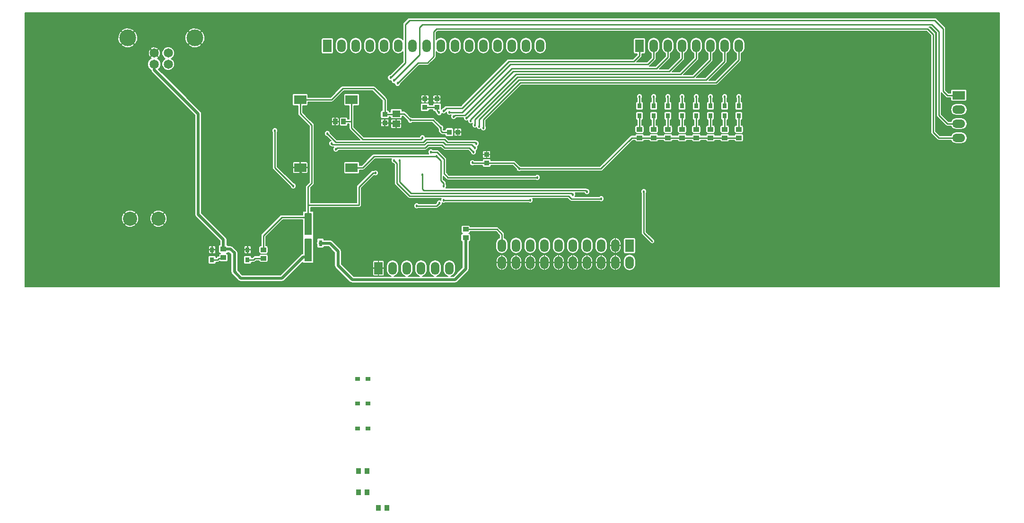
<source format=gtl>
G04 #@! TF.FileFunction,Copper,L1,Top,Signal*
%FSLAX46Y46*%
G04 Gerber Fmt 4.6, Leading zero omitted, Abs format (unit mm)*
G04 Created by KiCad (PCBNEW 4.0.7) date 07/13/20 01:40:00*
%MOMM*%
%LPD*%
G01*
G04 APERTURE LIST*
%ADD10C,0.100000*%
%ADD11R,1.524000X2.286000*%
%ADD12O,1.524000X2.286000*%
%ADD13R,0.950000X0.900000*%
%ADD14R,1.150000X1.450000*%
%ADD15R,0.900000X0.950000*%
%ADD16R,1.450000X1.150000*%
%ADD17R,0.800100X0.899160*%
%ADD18R,2.286000X1.524000*%
%ADD19O,2.286000X1.524000*%
%ADD20R,1.000000X0.850000*%
%ADD21R,0.850000X1.000000*%
%ADD22R,2.190000X1.600000*%
%ADD23R,0.600000X1.100000*%
%ADD24C,1.650000*%
%ADD25C,3.000000*%
%ADD26C,2.540000*%
%ADD27R,0.899160X0.800100*%
%ADD28C,0.457200*%
%ADD29C,0.254000*%
%ADD30C,0.508000*%
%ADD31C,0.203200*%
%ADD32C,0.152400*%
G04 APERTURE END LIST*
D10*
D11*
X193802000Y-68834000D03*
D12*
X191262000Y-68834000D03*
X188722000Y-68834000D03*
X186182000Y-68834000D03*
X183642000Y-68834000D03*
X181102000Y-68834000D03*
X178562000Y-68834000D03*
X176022000Y-68834000D03*
X173482000Y-68834000D03*
X170942000Y-68834000D03*
X193802000Y-71882000D03*
X191262000Y-71882000D03*
X188722000Y-71882000D03*
X186182000Y-71882000D03*
X183642000Y-71882000D03*
X181102000Y-71882000D03*
X178562000Y-71882000D03*
X176022000Y-71882000D03*
X173482000Y-71882000D03*
X170942000Y-71882000D03*
D13*
X149987000Y-46851000D03*
X149987000Y-45351000D03*
X168211500Y-52526500D03*
X168211500Y-54026500D03*
D14*
X136260000Y-70866000D03*
X138060000Y-70866000D03*
D15*
X163056000Y-48514000D03*
X161556000Y-48514000D03*
D14*
X136260000Y-63754000D03*
X138060000Y-63754000D03*
D16*
X152019000Y-45201000D03*
X152019000Y-47001000D03*
D13*
X157162500Y-42557000D03*
X157162500Y-44057000D03*
X159321500Y-42557000D03*
X159321500Y-44057000D03*
D17*
X119062500Y-69585840D03*
X119062500Y-71384160D03*
X125412500Y-69585840D03*
X125412500Y-71384160D03*
D11*
X195580000Y-33020000D03*
D12*
X198120000Y-33020000D03*
X200660000Y-33020000D03*
X203200000Y-33020000D03*
X205740000Y-33020000D03*
X208280000Y-33020000D03*
X210820000Y-33020000D03*
X213360000Y-33020000D03*
D11*
X139700000Y-33020000D03*
D12*
X142240000Y-33020000D03*
X144780000Y-33020000D03*
X147320000Y-33020000D03*
X149860000Y-33020000D03*
X152400000Y-33020000D03*
X154940000Y-33020000D03*
X157480000Y-33020000D03*
X160020000Y-33020000D03*
X162560000Y-33020000D03*
X165100000Y-33020000D03*
X167640000Y-33020000D03*
X170180000Y-33020000D03*
X172720000Y-33020000D03*
X175260000Y-33020000D03*
X177800000Y-33020000D03*
D18*
X252730000Y-41910000D03*
D19*
X252730000Y-44450000D03*
X252730000Y-46990000D03*
X252730000Y-49530000D03*
D11*
X148844000Y-72898000D03*
D12*
X151384000Y-72898000D03*
X153924000Y-72898000D03*
X156464000Y-72898000D03*
X159004000Y-72898000D03*
X161544000Y-72898000D03*
D20*
X121094500Y-69481000D03*
X121094500Y-70981000D03*
X128270000Y-69608000D03*
X128270000Y-71108000D03*
D21*
X142609000Y-46609000D03*
X141109000Y-46609000D03*
D20*
X164465000Y-65925000D03*
X164465000Y-67425000D03*
D22*
X144041000Y-42672000D03*
X134851000Y-42672000D03*
X134851000Y-54864000D03*
X144041000Y-54864000D03*
D23*
X136591000Y-68410000D03*
X138491000Y-68410000D03*
X137541000Y-68410000D03*
X138491000Y-66210000D03*
X136591000Y-66210000D03*
D24*
X111232000Y-34333000D03*
X108732000Y-34333000D03*
X111232000Y-36333000D03*
D25*
X103982000Y-31623000D03*
X115982000Y-31623000D03*
D24*
X108732000Y-36333000D03*
D26*
X104394000Y-64008000D03*
X109474000Y-64008000D03*
D27*
X145150840Y-101600000D03*
X146949160Y-101600000D03*
X145150840Y-92710000D03*
X146949160Y-92710000D03*
X145150840Y-97155000D03*
X146949160Y-97155000D03*
D21*
X145300000Y-109220000D03*
X146800000Y-109220000D03*
X145300000Y-113030000D03*
X146800000Y-113030000D03*
X148856000Y-115824000D03*
X150356000Y-115824000D03*
D17*
X195580000Y-43804840D03*
X195580000Y-45603160D03*
X198120000Y-43804840D03*
X198120000Y-45603160D03*
X200660000Y-43804840D03*
X200660000Y-45603160D03*
X203200000Y-43804840D03*
X203200000Y-45603160D03*
X205740000Y-43804840D03*
X205740000Y-45603160D03*
X208280000Y-43804840D03*
X208280000Y-45603160D03*
X210820000Y-43804840D03*
X210820000Y-45603160D03*
X213360000Y-43804840D03*
X213360000Y-45603160D03*
D20*
X195580000Y-48018000D03*
X195580000Y-49518000D03*
X198120000Y-48018000D03*
X198120000Y-49518000D03*
X200660000Y-48018000D03*
X200660000Y-49518000D03*
X203200000Y-48018000D03*
X203200000Y-49518000D03*
X205740000Y-48018000D03*
X205740000Y-49518000D03*
X208280000Y-48018000D03*
X208280000Y-49518000D03*
X210820000Y-48018000D03*
X210820000Y-49518000D03*
X213360000Y-48018000D03*
X213360000Y-49518000D03*
D28*
X163068000Y-36068000D03*
X159004000Y-37084000D03*
X157480000Y-40132000D03*
X158496000Y-40640000D03*
X153416000Y-46736000D03*
X157480000Y-48514000D03*
X159766000Y-49022000D03*
X135445500Y-56261000D03*
X196342000Y-59182000D03*
X148336000Y-55816500D03*
X159702500Y-45021500D03*
X174053500Y-55054500D03*
X165671500Y-53975000D03*
X160020000Y-47752000D03*
X154559000Y-46355000D03*
X116586000Y-45212000D03*
X138364000Y-68410000D03*
X136448800Y-68402200D03*
X176022000Y-60706000D03*
X160528000Y-60706000D03*
X160528000Y-58166000D03*
X159258000Y-52832000D03*
X166370000Y-50546000D03*
X139700000Y-48768000D03*
X166116000Y-51308000D03*
X140462000Y-50546000D03*
X165862000Y-52070000D03*
X141224000Y-51562000D03*
X158242000Y-52070000D03*
X177292000Y-56642000D03*
X186182000Y-59182000D03*
X156718000Y-56134000D03*
X183642000Y-59690000D03*
X152654000Y-53594000D03*
X188722000Y-60452000D03*
X151638000Y-53594000D03*
X156718000Y-49530000D03*
X151003000Y-38735000D03*
X151638000Y-39243000D03*
X152273000Y-39751000D03*
X159766000Y-61214000D03*
X130302000Y-48260000D03*
X155702000Y-61722000D03*
X133604000Y-58166000D03*
X195580000Y-42164000D03*
X160528000Y-44704000D03*
X198120000Y-42164000D03*
X161544000Y-44958000D03*
X200660000Y-42164000D03*
X162306000Y-45720000D03*
X203200000Y-42164000D03*
X164592000Y-45974000D03*
X205740000Y-42164000D03*
X165354000Y-46482000D03*
X208280000Y-42164000D03*
X166116000Y-47244000D03*
X210820000Y-42164000D03*
X166878000Y-47498000D03*
X213360000Y-42164000D03*
X167640000Y-47752000D03*
D29*
X160528000Y-37592000D02*
X160528000Y-36068000D01*
X160528000Y-36068000D02*
X163068000Y-36068000D01*
X159004000Y-37084000D02*
X159512000Y-36576000D01*
X157162500Y-42557000D02*
X157162500Y-40449500D01*
X157162500Y-40449500D02*
X157480000Y-40132000D01*
X159321500Y-42557000D02*
X159321500Y-41973500D01*
X159321500Y-41973500D02*
X158496000Y-40640000D01*
X158559500Y-48958500D02*
X158623000Y-49022000D01*
X157924500Y-48958500D02*
X158559500Y-48958500D01*
X157480000Y-48514000D02*
X157924500Y-48958500D01*
X159766000Y-49022000D02*
X158623000Y-49022000D01*
X158623000Y-49022000D02*
X158496000Y-48895000D01*
X134851000Y-55666500D02*
X134851000Y-54864000D01*
X135445500Y-56261000D02*
X134851000Y-55666500D01*
X149987000Y-46851000D02*
X151869000Y-46851000D01*
X151869000Y-46851000D02*
X152019000Y-47001000D01*
X158508000Y-48895000D02*
X158496000Y-48895000D01*
X210820000Y-49518000D02*
X213360000Y-49518000D01*
X208280000Y-49518000D02*
X210820000Y-49518000D01*
X205740000Y-49518000D02*
X208280000Y-49518000D01*
X203200000Y-49518000D02*
X205740000Y-49518000D01*
X200660000Y-49518000D02*
X203200000Y-49518000D01*
X198120000Y-49518000D02*
X200660000Y-49518000D01*
X195580000Y-49518000D02*
X198120000Y-49518000D01*
X174053500Y-55054500D02*
X188658500Y-55054500D01*
X194195000Y-49518000D02*
X195580000Y-49518000D01*
X188658500Y-55054500D02*
X194195000Y-49518000D01*
X197866000Y-68072000D02*
X196342000Y-66548000D01*
X196342000Y-66548000D02*
X196342000Y-59182000D01*
X133159500Y-63754000D02*
X131572000Y-63754000D01*
X136260000Y-63754000D02*
X133159500Y-63754000D01*
X128270000Y-67056000D02*
X128270000Y-69608000D01*
X131572000Y-63754000D02*
X128270000Y-67056000D01*
X161556000Y-48514000D02*
X160528000Y-48514000D01*
X160020000Y-48260000D02*
X160020000Y-47752000D01*
X160274000Y-48514000D02*
X160020000Y-48260000D01*
X160528000Y-48514000D02*
X160274000Y-48514000D01*
X148336000Y-55816500D02*
X147891500Y-55816500D01*
X145351500Y-58356500D02*
X145351500Y-61595000D01*
X147891500Y-55816500D02*
X145351500Y-58356500D01*
X159321500Y-44057000D02*
X159321500Y-44640500D01*
X159321500Y-44640500D02*
X159702500Y-45021500D01*
X157162500Y-44057000D02*
X159321500Y-44057000D01*
X168211500Y-54026500D02*
X173025500Y-54026500D01*
X173025500Y-54026500D02*
X174053500Y-55054500D01*
X165671500Y-53975000D02*
X165723000Y-54026500D01*
X165723000Y-54026500D02*
X168211500Y-54026500D01*
X136260000Y-61595000D02*
X143256000Y-61595000D01*
X143256000Y-61595000D02*
X145351500Y-61595000D01*
X154559000Y-46355000D02*
X158623000Y-46355000D01*
X158623000Y-46355000D02*
X160020000Y-47752000D01*
X152019000Y-45201000D02*
X153405000Y-45201000D01*
X153405000Y-45201000D02*
X154559000Y-46355000D01*
X149987000Y-45351000D02*
X151869000Y-45351000D01*
X151869000Y-45351000D02*
X152019000Y-45201000D01*
X134851000Y-42672000D02*
X140462000Y-42672000D01*
X149987000Y-42672000D02*
X149987000Y-45351000D01*
X147955000Y-40640000D02*
X149987000Y-42672000D01*
X142494000Y-40640000D02*
X147955000Y-40640000D01*
X140462000Y-42672000D02*
X142494000Y-40640000D01*
X136260000Y-63754000D02*
X136260000Y-61595000D01*
X136260000Y-61595000D02*
X136260000Y-58304000D01*
X134851000Y-45189000D02*
X134851000Y-42672000D01*
X136906000Y-47244000D02*
X134851000Y-45189000D01*
X136906000Y-57658000D02*
X136906000Y-47244000D01*
X136260000Y-58304000D02*
X136906000Y-57658000D01*
X150137000Y-45201000D02*
X149987000Y-45351000D01*
X151963000Y-45145000D02*
X152019000Y-45201000D01*
D30*
X164465000Y-67425000D02*
X164465000Y-73025000D01*
X140165000Y-68410000D02*
X138491000Y-68410000D01*
X141605000Y-69850000D02*
X140165000Y-68410000D01*
X141605000Y-72390000D02*
X141605000Y-69850000D01*
X144145000Y-74930000D02*
X141605000Y-72390000D01*
X162560000Y-74930000D02*
X144145000Y-74930000D01*
X164465000Y-73025000D02*
X162560000Y-74930000D01*
X108732000Y-36333000D02*
X108732000Y-37358000D01*
X109118400Y-37744400D02*
X116586000Y-45212000D01*
X108732000Y-37358000D02*
X109118400Y-37744400D01*
X121094500Y-69481000D02*
X122376500Y-69481000D01*
X135382000Y-70866000D02*
X136260000Y-70866000D01*
X131572000Y-74676000D02*
X135382000Y-70866000D01*
X124206000Y-74676000D02*
X131572000Y-74676000D01*
X123063000Y-73533000D02*
X124206000Y-74676000D01*
X123063000Y-70167500D02*
X123063000Y-73533000D01*
X122376500Y-69481000D02*
X123063000Y-70167500D01*
X116586000Y-45212000D02*
X116586000Y-63246000D01*
X121094500Y-67754500D02*
X121094500Y-69481000D01*
X116586000Y-63246000D02*
X121094500Y-67754500D01*
X136456600Y-68410000D02*
X136448800Y-68402200D01*
X136456600Y-68410000D02*
X136464000Y-68410000D01*
D29*
X176022000Y-60706000D02*
X160528000Y-60706000D01*
X160020000Y-57150000D02*
X160528000Y-57658000D01*
X160020000Y-53594000D02*
X159258000Y-52832000D01*
X160020000Y-54229000D02*
X160020000Y-57150000D01*
X160020000Y-53594000D02*
X160020000Y-54229000D01*
X160528000Y-57658000D02*
X160528000Y-58166000D01*
X144041000Y-54864000D02*
X146050000Y-54864000D01*
X148082000Y-52832000D02*
X159258000Y-52832000D01*
X146050000Y-54864000D02*
X148082000Y-52832000D01*
X119062500Y-71384160D02*
X120030240Y-71384160D01*
X120294400Y-71120000D02*
X120955500Y-71120000D01*
X120030240Y-71384160D02*
X120294400Y-71120000D01*
X120955500Y-71120000D02*
X121094500Y-70981000D01*
X125412500Y-71384160D02*
X126481840Y-71384160D01*
X126758000Y-71108000D02*
X128270000Y-71108000D01*
X126481840Y-71384160D02*
X126758000Y-71108000D01*
X125263340Y-71235000D02*
X125412500Y-71384160D01*
X156591000Y-50292000D02*
X156845000Y-50292000D01*
X166370000Y-50546000D02*
X166116000Y-50292000D01*
X156591000Y-50292000D02*
X141224000Y-50292000D01*
X166116000Y-50292000D02*
X161163000Y-50292000D01*
X141224000Y-50292000D02*
X139700000Y-48768000D01*
X160655000Y-49784000D02*
X161163000Y-50292000D01*
X157353000Y-49784000D02*
X160655000Y-49784000D01*
X156845000Y-50292000D02*
X157353000Y-49784000D01*
X156781500Y-50749202D02*
X157086298Y-50749202D01*
X166116000Y-51308000D02*
X165557202Y-50749202D01*
X156781500Y-50749202D02*
X140665202Y-50749202D01*
X165557202Y-50749202D02*
X161036000Y-50749202D01*
X140665202Y-50749202D02*
X140462000Y-50546000D01*
X160858202Y-50749202D02*
X161036000Y-50749202D01*
X160401000Y-50292000D02*
X160858202Y-50749202D01*
X157543500Y-50292000D02*
X160401000Y-50292000D01*
X157086298Y-50749202D02*
X157543500Y-50292000D01*
X156718000Y-51308000D02*
X157226000Y-51308000D01*
X165862000Y-52070000D02*
X165100000Y-51308000D01*
X156718000Y-51308000D02*
X141478000Y-51308000D01*
X165100000Y-51308000D02*
X161036000Y-51308000D01*
X141478000Y-51308000D02*
X141224000Y-51562000D01*
X160718500Y-51308000D02*
X161036000Y-51308000D01*
X160210500Y-50800000D02*
X160718500Y-51308000D01*
X157734000Y-50800000D02*
X160210500Y-50800000D01*
X157226000Y-51308000D02*
X157734000Y-50800000D01*
X158242000Y-52070000D02*
X159321500Y-52070000D01*
X167386000Y-56642000D02*
X177292000Y-56642000D01*
X161290000Y-56642000D02*
X167386000Y-56642000D01*
X160591500Y-55943500D02*
X161290000Y-56642000D01*
X160591500Y-53340000D02*
X160591500Y-55943500D01*
X159321500Y-52070000D02*
X160591500Y-53340000D01*
X157480000Y-58928000D02*
X159385000Y-58928000D01*
X185928000Y-58928000D02*
X186182000Y-59182000D01*
X159385000Y-58928000D02*
X185928000Y-58928000D01*
X156972000Y-58928000D02*
X157480000Y-58928000D01*
X156718000Y-58674000D02*
X156972000Y-58928000D01*
X156718000Y-56134000D02*
X156718000Y-58674000D01*
X156464000Y-59436000D02*
X154686000Y-59436000D01*
X156972000Y-59436000D02*
X183388000Y-59436000D01*
X183642000Y-59690000D02*
X183388000Y-59436000D01*
X156718000Y-59436000D02*
X156972000Y-59436000D01*
X156464000Y-59436000D02*
X156718000Y-59436000D01*
X152654000Y-57404000D02*
X152654000Y-53594000D01*
X154686000Y-59436000D02*
X152654000Y-57404000D01*
X183388000Y-60452000D02*
X188722000Y-60452000D01*
X182880000Y-59944000D02*
X183388000Y-60452000D01*
X154432000Y-59944000D02*
X182880000Y-59944000D01*
X154381202Y-59893202D02*
X154432000Y-59944000D01*
X152146000Y-57658000D02*
X154381202Y-59893202D01*
X152146000Y-54102000D02*
X152146000Y-57658000D01*
X151638000Y-53594000D02*
X152146000Y-54102000D01*
X170942000Y-69088000D02*
X170942000Y-66802000D01*
X170065000Y-65925000D02*
X164465000Y-65925000D01*
X170942000Y-66802000D02*
X170065000Y-65925000D01*
X170688000Y-69088000D02*
X170942000Y-69088000D01*
X142609000Y-46609000D02*
X144041000Y-46609000D01*
X144018000Y-46482000D02*
X144041000Y-46482000D01*
X144018000Y-46586000D02*
X144018000Y-46482000D01*
X144041000Y-46609000D02*
X144018000Y-46586000D01*
X144018000Y-42649000D02*
X144041000Y-42672000D01*
X144041000Y-42672000D02*
X144041000Y-46482000D01*
X144041000Y-46482000D02*
X144041000Y-47775000D01*
X156464000Y-49784000D02*
X156718000Y-49530000D01*
X146050000Y-49784000D02*
X156464000Y-49784000D01*
X144041000Y-47775000D02*
X146050000Y-49784000D01*
X248412000Y-28448000D02*
X249936000Y-29972000D01*
X153670000Y-29210000D02*
X154432000Y-28448000D01*
X154432000Y-28448000D02*
X248412000Y-28448000D01*
X153670000Y-36068000D02*
X153670000Y-31496000D01*
X151003000Y-38735000D02*
X153670000Y-36068000D01*
X153670000Y-31496000D02*
X153670000Y-29210000D01*
X250698000Y-41910000D02*
X252730000Y-41910000D01*
X249936000Y-41148000D02*
X250698000Y-41910000D01*
X249936000Y-29972000D02*
X249936000Y-41148000D01*
X156210000Y-31496000D02*
X156210000Y-29718000D01*
X151638000Y-39243000D02*
X156210000Y-34671000D01*
X156210000Y-34671000D02*
X156210000Y-31496000D01*
X250698000Y-46990000D02*
X252730000Y-46990000D01*
X249174000Y-45466000D02*
X250698000Y-46990000D01*
X249174000Y-30480000D02*
X249174000Y-45466000D01*
X247904000Y-29210000D02*
X249174000Y-30480000D01*
X156718000Y-29210000D02*
X247904000Y-29210000D01*
X156210000Y-29718000D02*
X156718000Y-29210000D01*
X158750000Y-31496000D02*
X158750000Y-30480000D01*
X152273000Y-39751000D02*
X155956000Y-36068000D01*
X155956000Y-36068000D02*
X157607000Y-36068000D01*
X157607000Y-36068000D02*
X158750000Y-34925000D01*
X158750000Y-34925000D02*
X158750000Y-31496000D01*
X249174000Y-49530000D02*
X252730000Y-49530000D01*
X248158000Y-48514000D02*
X249174000Y-49530000D01*
X248158000Y-30988000D02*
X248158000Y-48514000D01*
X247142000Y-29972000D02*
X248158000Y-30988000D01*
X159258000Y-29972000D02*
X247142000Y-29972000D01*
X158750000Y-30480000D02*
X159258000Y-29972000D01*
X155702000Y-61722000D02*
X157734000Y-61722000D01*
X159766000Y-61214000D02*
X159258000Y-61722000D01*
X159258000Y-61722000D02*
X157734000Y-61722000D01*
X130302000Y-54864000D02*
X130302000Y-48260000D01*
X133604000Y-58166000D02*
X130302000Y-54864000D01*
X195580000Y-42164000D02*
X195580000Y-43804840D01*
X164338000Y-43688000D02*
X163830000Y-44196000D01*
X172212000Y-35814000D02*
X194564000Y-35814000D01*
X194564000Y-35814000D02*
X195580000Y-34798000D01*
X195580000Y-33020000D02*
X195580000Y-34798000D01*
X164338000Y-43688000D02*
X172212000Y-35814000D01*
X161036000Y-44196000D02*
X160528000Y-44704000D01*
X163830000Y-44196000D02*
X161036000Y-44196000D01*
X195580000Y-45603160D02*
X195580000Y-48018000D01*
X198120000Y-42164000D02*
X198120000Y-43804840D01*
X164592000Y-44196000D02*
X163830000Y-44958000D01*
X164592000Y-44196000D02*
X172466000Y-36322000D01*
X172466000Y-36322000D02*
X197104000Y-36322000D01*
X197104000Y-36322000D02*
X198120000Y-35306000D01*
X198120000Y-33020000D02*
X198120000Y-35306000D01*
X163830000Y-44958000D02*
X161544000Y-44958000D01*
X198120000Y-45603160D02*
X198120000Y-48018000D01*
X200660000Y-42164000D02*
X200660000Y-43804840D01*
X164338000Y-45466000D02*
X162560000Y-45466000D01*
X162560000Y-45466000D02*
X162306000Y-45720000D01*
X164846000Y-44958000D02*
X172720000Y-37084000D01*
X172720000Y-37084000D02*
X198628000Y-37084000D01*
X198628000Y-37084000D02*
X200660000Y-35052000D01*
X200660000Y-33020000D02*
X200660000Y-35052000D01*
X164846000Y-44958000D02*
X164338000Y-45466000D01*
X200660000Y-45603160D02*
X200660000Y-48018000D01*
X203200000Y-42164000D02*
X203200000Y-43804840D01*
X203200000Y-35306000D02*
X203200000Y-33020000D01*
X200914000Y-37592000D02*
X203200000Y-35306000D01*
X172974000Y-37592000D02*
X200914000Y-37592000D01*
X164592000Y-45974000D02*
X172974000Y-37592000D01*
X203200000Y-45603160D02*
X203200000Y-48018000D01*
X205740000Y-42164000D02*
X205740000Y-43804840D01*
X205740000Y-35306000D02*
X205740000Y-33020000D01*
X202946000Y-38100000D02*
X205740000Y-35306000D01*
X173482000Y-38100000D02*
X202946000Y-38100000D01*
X165354000Y-46228000D02*
X173482000Y-38100000D01*
X165354000Y-46482000D02*
X165354000Y-46228000D01*
X205740000Y-45603160D02*
X205740000Y-48018000D01*
X208280000Y-42164000D02*
X208280000Y-43804840D01*
X208280000Y-35560000D02*
X208280000Y-33020000D01*
X205232000Y-38608000D02*
X208280000Y-35560000D01*
X173736000Y-38608000D02*
X205232000Y-38608000D01*
X166116000Y-46228000D02*
X173736000Y-38608000D01*
X166116000Y-47244000D02*
X166116000Y-46228000D01*
X208280000Y-45603160D02*
X208280000Y-48018000D01*
X210820000Y-42164000D02*
X210820000Y-43804840D01*
X210820000Y-35814000D02*
X210820000Y-33020000D01*
X207518000Y-39116000D02*
X210820000Y-35814000D01*
X173990000Y-39116000D02*
X207518000Y-39116000D01*
X166878000Y-46228000D02*
X173990000Y-39116000D01*
X166878000Y-47498000D02*
X166878000Y-46228000D01*
X210820000Y-45603160D02*
X210820000Y-48018000D01*
X213360000Y-42164000D02*
X213360000Y-43804840D01*
X213360000Y-35560000D02*
X213360000Y-33020000D01*
X209296000Y-39624000D02*
X213360000Y-35560000D01*
X174244000Y-39624000D02*
X209296000Y-39624000D01*
X167640000Y-46228000D02*
X174244000Y-39624000D01*
X167640000Y-47752000D02*
X167640000Y-46228000D01*
X213360000Y-45603160D02*
X213360000Y-48018000D01*
D31*
G36*
X259994400Y-76225400D02*
X85572600Y-76225400D01*
X85572600Y-69674740D01*
X118408450Y-69674740D01*
X118408450Y-70085944D01*
X118447119Y-70179300D01*
X118518571Y-70250751D01*
X118611926Y-70289420D01*
X118973600Y-70289420D01*
X119037100Y-70225920D01*
X119037100Y-69611240D01*
X119087900Y-69611240D01*
X119087900Y-70225920D01*
X119151400Y-70289420D01*
X119513074Y-70289420D01*
X119606429Y-70250751D01*
X119677881Y-70179300D01*
X119716550Y-70085944D01*
X119716550Y-69674740D01*
X119653050Y-69611240D01*
X119087900Y-69611240D01*
X119037100Y-69611240D01*
X118471950Y-69611240D01*
X118408450Y-69674740D01*
X85572600Y-69674740D01*
X85572600Y-69085736D01*
X118408450Y-69085736D01*
X118408450Y-69496940D01*
X118471950Y-69560440D01*
X119037100Y-69560440D01*
X119037100Y-68945760D01*
X119087900Y-68945760D01*
X119087900Y-69560440D01*
X119653050Y-69560440D01*
X119716550Y-69496940D01*
X119716550Y-69085736D01*
X119677881Y-68992380D01*
X119606429Y-68920929D01*
X119513074Y-68882260D01*
X119151400Y-68882260D01*
X119087900Y-68945760D01*
X119037100Y-68945760D01*
X118973600Y-68882260D01*
X118611926Y-68882260D01*
X118518571Y-68920929D01*
X118447119Y-68992380D01*
X118408450Y-69085736D01*
X85572600Y-69085736D01*
X85572600Y-65079649D01*
X103358272Y-65079649D01*
X103501337Y-65279859D01*
X104056006Y-65524651D01*
X104662132Y-65538548D01*
X105227437Y-65319433D01*
X105286663Y-65279859D01*
X105429728Y-65079649D01*
X108438272Y-65079649D01*
X108581337Y-65279859D01*
X109136006Y-65524651D01*
X109742132Y-65538548D01*
X110307437Y-65319433D01*
X110366663Y-65279859D01*
X110509728Y-65079649D01*
X109474000Y-64043921D01*
X108438272Y-65079649D01*
X105429728Y-65079649D01*
X104394000Y-64043921D01*
X103358272Y-65079649D01*
X85572600Y-65079649D01*
X85572600Y-64276132D01*
X102863452Y-64276132D01*
X103082567Y-64841437D01*
X103122141Y-64900663D01*
X103322351Y-65043728D01*
X104358079Y-64008000D01*
X104429921Y-64008000D01*
X105465649Y-65043728D01*
X105665859Y-64900663D01*
X105910651Y-64345994D01*
X105912252Y-64276132D01*
X107943452Y-64276132D01*
X108162567Y-64841437D01*
X108202141Y-64900663D01*
X108402351Y-65043728D01*
X109438079Y-64008000D01*
X109509921Y-64008000D01*
X110545649Y-65043728D01*
X110745859Y-64900663D01*
X110990651Y-64345994D01*
X111004548Y-63739868D01*
X110785433Y-63174563D01*
X110745859Y-63115337D01*
X110545649Y-62972272D01*
X109509921Y-64008000D01*
X109438079Y-64008000D01*
X108402351Y-62972272D01*
X108202141Y-63115337D01*
X107957349Y-63670006D01*
X107943452Y-64276132D01*
X105912252Y-64276132D01*
X105924548Y-63739868D01*
X105705433Y-63174563D01*
X105665859Y-63115337D01*
X105465649Y-62972272D01*
X104429921Y-64008000D01*
X104358079Y-64008000D01*
X103322351Y-62972272D01*
X103122141Y-63115337D01*
X102877349Y-63670006D01*
X102863452Y-64276132D01*
X85572600Y-64276132D01*
X85572600Y-62936351D01*
X103358272Y-62936351D01*
X104394000Y-63972079D01*
X105429728Y-62936351D01*
X108438272Y-62936351D01*
X109474000Y-63972079D01*
X110509728Y-62936351D01*
X110366663Y-62736141D01*
X109811994Y-62491349D01*
X109205868Y-62477452D01*
X108640563Y-62696567D01*
X108581337Y-62736141D01*
X108438272Y-62936351D01*
X105429728Y-62936351D01*
X105286663Y-62736141D01*
X104731994Y-62491349D01*
X104125868Y-62477452D01*
X103560563Y-62696567D01*
X103501337Y-62736141D01*
X103358272Y-62936351D01*
X85572600Y-62936351D01*
X85572600Y-36566806D01*
X107551196Y-36566806D01*
X107730553Y-37000882D01*
X108062371Y-37333280D01*
X108122445Y-37358225D01*
X108168803Y-37591284D01*
X108300948Y-37789052D01*
X115976400Y-45464504D01*
X115976400Y-63246000D01*
X116022803Y-63479284D01*
X116154948Y-63677052D01*
X120484900Y-68007004D01*
X120484900Y-68714057D01*
X120462723Y-68718230D01*
X120341693Y-68796110D01*
X120260499Y-68914942D01*
X120231934Y-69056000D01*
X120231934Y-69906000D01*
X120256730Y-70037777D01*
X120334610Y-70158807D01*
X120453442Y-70240001D01*
X120534763Y-70256469D01*
X120481548Y-70266482D01*
X120377808Y-70333237D01*
X120308213Y-70435093D01*
X120283729Y-70556000D01*
X120283729Y-70690322D01*
X120129158Y-70721068D01*
X120082674Y-70752128D01*
X119989071Y-70814671D01*
X119989069Y-70814674D01*
X119851382Y-70952360D01*
X119773321Y-70952360D01*
X119773321Y-70934580D01*
X119752068Y-70821628D01*
X119685313Y-70717888D01*
X119583457Y-70648293D01*
X119462550Y-70623809D01*
X118662450Y-70623809D01*
X118549498Y-70645062D01*
X118445758Y-70711817D01*
X118376163Y-70813673D01*
X118351679Y-70934580D01*
X118351679Y-71833740D01*
X118372932Y-71946692D01*
X118439687Y-72050432D01*
X118541543Y-72120027D01*
X118662450Y-72144511D01*
X119462550Y-72144511D01*
X119575502Y-72123258D01*
X119679242Y-72056503D01*
X119748837Y-71954647D01*
X119773321Y-71833740D01*
X119773321Y-71815960D01*
X120030240Y-71815960D01*
X120195483Y-71783091D01*
X120335569Y-71689489D01*
X120389933Y-71635125D01*
X120473593Y-71692287D01*
X120594500Y-71716771D01*
X121594500Y-71716771D01*
X121707452Y-71695518D01*
X121811192Y-71628763D01*
X121880787Y-71526907D01*
X121905271Y-71406000D01*
X121905271Y-70556000D01*
X121884018Y-70443048D01*
X121817263Y-70339308D01*
X121715407Y-70269713D01*
X121654236Y-70257326D01*
X121726277Y-70243770D01*
X121847307Y-70165890D01*
X121898750Y-70090600D01*
X122123996Y-70090600D01*
X122453400Y-70420005D01*
X122453400Y-73533000D01*
X122499803Y-73766284D01*
X122631948Y-73964052D01*
X123774948Y-75107052D01*
X123972716Y-75239197D01*
X124206000Y-75285600D01*
X131572000Y-75285600D01*
X131805284Y-75239197D01*
X132003052Y-75107052D01*
X135280400Y-71829705D01*
X135280400Y-71882000D01*
X135288405Y-71921528D01*
X135311157Y-71954828D01*
X135345073Y-71976652D01*
X135382000Y-71983600D01*
X137160000Y-71983600D01*
X137199528Y-71975595D01*
X137232828Y-71952843D01*
X137254652Y-71918927D01*
X137261600Y-71882000D01*
X137261600Y-68525695D01*
X137779699Y-68525695D01*
X137828434Y-68643642D01*
X137828434Y-68960000D01*
X137853230Y-69091777D01*
X137931110Y-69212807D01*
X138049942Y-69294001D01*
X138191000Y-69322566D01*
X138791000Y-69322566D01*
X138922777Y-69297770D01*
X139043807Y-69219890D01*
X139125001Y-69101058D01*
X139141497Y-69019600D01*
X139912496Y-69019600D01*
X140995400Y-70102505D01*
X140995400Y-72390000D01*
X141041803Y-72623284D01*
X141173948Y-72821052D01*
X143713947Y-75361052D01*
X143911716Y-75493197D01*
X144145000Y-75539600D01*
X162560000Y-75539600D01*
X162793284Y-75493197D01*
X162991052Y-75361052D01*
X164896052Y-73456052D01*
X165028197Y-73258284D01*
X165074600Y-73025000D01*
X165074600Y-71907400D01*
X169926000Y-71907400D01*
X169926000Y-72288400D01*
X170013059Y-72675273D01*
X170241540Y-72999381D01*
X170576660Y-73211382D01*
X170758025Y-73262204D01*
X170916600Y-73215161D01*
X170916600Y-71907400D01*
X170967400Y-71907400D01*
X170967400Y-73215161D01*
X171125975Y-73262204D01*
X171307340Y-73211382D01*
X171642460Y-72999381D01*
X171870941Y-72675273D01*
X171958000Y-72288400D01*
X171958000Y-71907400D01*
X172466000Y-71907400D01*
X172466000Y-72288400D01*
X172553059Y-72675273D01*
X172781540Y-72999381D01*
X173116660Y-73211382D01*
X173298025Y-73262204D01*
X173456600Y-73215161D01*
X173456600Y-71907400D01*
X173507400Y-71907400D01*
X173507400Y-73215161D01*
X173665975Y-73262204D01*
X173847340Y-73211382D01*
X174182460Y-72999381D01*
X174410941Y-72675273D01*
X174498000Y-72288400D01*
X174498000Y-71907400D01*
X175006000Y-71907400D01*
X175006000Y-72288400D01*
X175093059Y-72675273D01*
X175321540Y-72999381D01*
X175656660Y-73211382D01*
X175838025Y-73262204D01*
X175996600Y-73215161D01*
X175996600Y-71907400D01*
X176047400Y-71907400D01*
X176047400Y-73215161D01*
X176205975Y-73262204D01*
X176387340Y-73211382D01*
X176722460Y-72999381D01*
X176950941Y-72675273D01*
X177038000Y-72288400D01*
X177038000Y-71907400D01*
X177546000Y-71907400D01*
X177546000Y-72288400D01*
X177633059Y-72675273D01*
X177861540Y-72999381D01*
X178196660Y-73211382D01*
X178378025Y-73262204D01*
X178536600Y-73215161D01*
X178536600Y-71907400D01*
X178587400Y-71907400D01*
X178587400Y-73215161D01*
X178745975Y-73262204D01*
X178927340Y-73211382D01*
X179262460Y-72999381D01*
X179490941Y-72675273D01*
X179578000Y-72288400D01*
X179578000Y-71907400D01*
X180086000Y-71907400D01*
X180086000Y-72288400D01*
X180173059Y-72675273D01*
X180401540Y-72999381D01*
X180736660Y-73211382D01*
X180918025Y-73262204D01*
X181076600Y-73215161D01*
X181076600Y-71907400D01*
X181127400Y-71907400D01*
X181127400Y-73215161D01*
X181285975Y-73262204D01*
X181467340Y-73211382D01*
X181802460Y-72999381D01*
X182030941Y-72675273D01*
X182118000Y-72288400D01*
X182118000Y-71907400D01*
X182626000Y-71907400D01*
X182626000Y-72288400D01*
X182713059Y-72675273D01*
X182941540Y-72999381D01*
X183276660Y-73211382D01*
X183458025Y-73262204D01*
X183616600Y-73215161D01*
X183616600Y-71907400D01*
X183667400Y-71907400D01*
X183667400Y-73215161D01*
X183825975Y-73262204D01*
X184007340Y-73211382D01*
X184342460Y-72999381D01*
X184570941Y-72675273D01*
X184658000Y-72288400D01*
X184658000Y-71907400D01*
X185166000Y-71907400D01*
X185166000Y-72288400D01*
X185253059Y-72675273D01*
X185481540Y-72999381D01*
X185816660Y-73211382D01*
X185998025Y-73262204D01*
X186156600Y-73215161D01*
X186156600Y-71907400D01*
X186207400Y-71907400D01*
X186207400Y-73215161D01*
X186365975Y-73262204D01*
X186547340Y-73211382D01*
X186882460Y-72999381D01*
X187110941Y-72675273D01*
X187198000Y-72288400D01*
X187198000Y-71907400D01*
X187706000Y-71907400D01*
X187706000Y-72288400D01*
X187793059Y-72675273D01*
X188021540Y-72999381D01*
X188356660Y-73211382D01*
X188538025Y-73262204D01*
X188696600Y-73215161D01*
X188696600Y-71907400D01*
X188747400Y-71907400D01*
X188747400Y-73215161D01*
X188905975Y-73262204D01*
X189087340Y-73211382D01*
X189422460Y-72999381D01*
X189650941Y-72675273D01*
X189738000Y-72288400D01*
X189738000Y-71907400D01*
X190246000Y-71907400D01*
X190246000Y-72288400D01*
X190333059Y-72675273D01*
X190561540Y-72999381D01*
X190896660Y-73211382D01*
X191078025Y-73262204D01*
X191236600Y-73215161D01*
X191236600Y-71907400D01*
X191287400Y-71907400D01*
X191287400Y-73215161D01*
X191445975Y-73262204D01*
X191627340Y-73211382D01*
X191962460Y-72999381D01*
X192190941Y-72675273D01*
X192278000Y-72288400D01*
X192278000Y-71907400D01*
X191287400Y-71907400D01*
X191236600Y-71907400D01*
X190246000Y-71907400D01*
X189738000Y-71907400D01*
X188747400Y-71907400D01*
X188696600Y-71907400D01*
X187706000Y-71907400D01*
X187198000Y-71907400D01*
X186207400Y-71907400D01*
X186156600Y-71907400D01*
X185166000Y-71907400D01*
X184658000Y-71907400D01*
X183667400Y-71907400D01*
X183616600Y-71907400D01*
X182626000Y-71907400D01*
X182118000Y-71907400D01*
X181127400Y-71907400D01*
X181076600Y-71907400D01*
X180086000Y-71907400D01*
X179578000Y-71907400D01*
X178587400Y-71907400D01*
X178536600Y-71907400D01*
X177546000Y-71907400D01*
X177038000Y-71907400D01*
X176047400Y-71907400D01*
X175996600Y-71907400D01*
X175006000Y-71907400D01*
X174498000Y-71907400D01*
X173507400Y-71907400D01*
X173456600Y-71907400D01*
X172466000Y-71907400D01*
X171958000Y-71907400D01*
X170967400Y-71907400D01*
X170916600Y-71907400D01*
X169926000Y-71907400D01*
X165074600Y-71907400D01*
X165074600Y-71475600D01*
X169926000Y-71475600D01*
X169926000Y-71856600D01*
X170916600Y-71856600D01*
X170916600Y-70548839D01*
X170967400Y-70548839D01*
X170967400Y-71856600D01*
X171958000Y-71856600D01*
X171958000Y-71475600D01*
X172466000Y-71475600D01*
X172466000Y-71856600D01*
X173456600Y-71856600D01*
X173456600Y-70548839D01*
X173507400Y-70548839D01*
X173507400Y-71856600D01*
X174498000Y-71856600D01*
X174498000Y-71475600D01*
X175006000Y-71475600D01*
X175006000Y-71856600D01*
X175996600Y-71856600D01*
X175996600Y-70548839D01*
X176047400Y-70548839D01*
X176047400Y-71856600D01*
X177038000Y-71856600D01*
X177038000Y-71475600D01*
X177546000Y-71475600D01*
X177546000Y-71856600D01*
X178536600Y-71856600D01*
X178536600Y-70548839D01*
X178587400Y-70548839D01*
X178587400Y-71856600D01*
X179578000Y-71856600D01*
X179578000Y-71475600D01*
X180086000Y-71475600D01*
X180086000Y-71856600D01*
X181076600Y-71856600D01*
X181076600Y-70548839D01*
X181127400Y-70548839D01*
X181127400Y-71856600D01*
X182118000Y-71856600D01*
X182118000Y-71475600D01*
X182626000Y-71475600D01*
X182626000Y-71856600D01*
X183616600Y-71856600D01*
X183616600Y-70548839D01*
X183667400Y-70548839D01*
X183667400Y-71856600D01*
X184658000Y-71856600D01*
X184658000Y-71475600D01*
X185166000Y-71475600D01*
X185166000Y-71856600D01*
X186156600Y-71856600D01*
X186156600Y-70548839D01*
X186207400Y-70548839D01*
X186207400Y-71856600D01*
X187198000Y-71856600D01*
X187198000Y-71475600D01*
X187706000Y-71475600D01*
X187706000Y-71856600D01*
X188696600Y-71856600D01*
X188696600Y-70548839D01*
X188747400Y-70548839D01*
X188747400Y-71856600D01*
X189738000Y-71856600D01*
X189738000Y-71475600D01*
X190246000Y-71475600D01*
X190246000Y-71856600D01*
X191236600Y-71856600D01*
X191236600Y-70548839D01*
X191287400Y-70548839D01*
X191287400Y-71856600D01*
X192278000Y-71856600D01*
X192278000Y-71475600D01*
X192277334Y-71472636D01*
X192735200Y-71472636D01*
X192735200Y-72291364D01*
X192816405Y-72699611D01*
X193047658Y-73045706D01*
X193393753Y-73276959D01*
X193802000Y-73358164D01*
X194210247Y-73276959D01*
X194556342Y-73045706D01*
X194787595Y-72699611D01*
X194868800Y-72291364D01*
X194868800Y-71472636D01*
X194787595Y-71064389D01*
X194556342Y-70718294D01*
X194210247Y-70487041D01*
X193802000Y-70405836D01*
X193393753Y-70487041D01*
X193047658Y-70718294D01*
X192816405Y-71064389D01*
X192735200Y-71472636D01*
X192277334Y-71472636D01*
X192190941Y-71088727D01*
X191962460Y-70764619D01*
X191627340Y-70552618D01*
X191445975Y-70501796D01*
X191287400Y-70548839D01*
X191236600Y-70548839D01*
X191078025Y-70501796D01*
X190896660Y-70552618D01*
X190561540Y-70764619D01*
X190333059Y-71088727D01*
X190246000Y-71475600D01*
X189738000Y-71475600D01*
X189650941Y-71088727D01*
X189422460Y-70764619D01*
X189087340Y-70552618D01*
X188905975Y-70501796D01*
X188747400Y-70548839D01*
X188696600Y-70548839D01*
X188538025Y-70501796D01*
X188356660Y-70552618D01*
X188021540Y-70764619D01*
X187793059Y-71088727D01*
X187706000Y-71475600D01*
X187198000Y-71475600D01*
X187110941Y-71088727D01*
X186882460Y-70764619D01*
X186547340Y-70552618D01*
X186365975Y-70501796D01*
X186207400Y-70548839D01*
X186156600Y-70548839D01*
X185998025Y-70501796D01*
X185816660Y-70552618D01*
X185481540Y-70764619D01*
X185253059Y-71088727D01*
X185166000Y-71475600D01*
X184658000Y-71475600D01*
X184570941Y-71088727D01*
X184342460Y-70764619D01*
X184007340Y-70552618D01*
X183825975Y-70501796D01*
X183667400Y-70548839D01*
X183616600Y-70548839D01*
X183458025Y-70501796D01*
X183276660Y-70552618D01*
X182941540Y-70764619D01*
X182713059Y-71088727D01*
X182626000Y-71475600D01*
X182118000Y-71475600D01*
X182030941Y-71088727D01*
X181802460Y-70764619D01*
X181467340Y-70552618D01*
X181285975Y-70501796D01*
X181127400Y-70548839D01*
X181076600Y-70548839D01*
X180918025Y-70501796D01*
X180736660Y-70552618D01*
X180401540Y-70764619D01*
X180173059Y-71088727D01*
X180086000Y-71475600D01*
X179578000Y-71475600D01*
X179490941Y-71088727D01*
X179262460Y-70764619D01*
X178927340Y-70552618D01*
X178745975Y-70501796D01*
X178587400Y-70548839D01*
X178536600Y-70548839D01*
X178378025Y-70501796D01*
X178196660Y-70552618D01*
X177861540Y-70764619D01*
X177633059Y-71088727D01*
X177546000Y-71475600D01*
X177038000Y-71475600D01*
X176950941Y-71088727D01*
X176722460Y-70764619D01*
X176387340Y-70552618D01*
X176205975Y-70501796D01*
X176047400Y-70548839D01*
X175996600Y-70548839D01*
X175838025Y-70501796D01*
X175656660Y-70552618D01*
X175321540Y-70764619D01*
X175093059Y-71088727D01*
X175006000Y-71475600D01*
X174498000Y-71475600D01*
X174410941Y-71088727D01*
X174182460Y-70764619D01*
X173847340Y-70552618D01*
X173665975Y-70501796D01*
X173507400Y-70548839D01*
X173456600Y-70548839D01*
X173298025Y-70501796D01*
X173116660Y-70552618D01*
X172781540Y-70764619D01*
X172553059Y-71088727D01*
X172466000Y-71475600D01*
X171958000Y-71475600D01*
X171870941Y-71088727D01*
X171642460Y-70764619D01*
X171307340Y-70552618D01*
X171125975Y-70501796D01*
X170967400Y-70548839D01*
X170916600Y-70548839D01*
X170758025Y-70501796D01*
X170576660Y-70552618D01*
X170241540Y-70764619D01*
X170013059Y-71088727D01*
X169926000Y-71475600D01*
X165074600Y-71475600D01*
X165074600Y-68191943D01*
X165096777Y-68187770D01*
X165217807Y-68109890D01*
X165299001Y-67991058D01*
X165327566Y-67850000D01*
X165327566Y-67000000D01*
X165302770Y-66868223D01*
X165224890Y-66747193D01*
X165106058Y-66665999D01*
X165024737Y-66649531D01*
X165077952Y-66639518D01*
X165181692Y-66572763D01*
X165251287Y-66470907D01*
X165274394Y-66356800D01*
X169886142Y-66356800D01*
X170510200Y-66980858D01*
X170510200Y-67454779D01*
X170187658Y-67670294D01*
X169956405Y-68016389D01*
X169875200Y-68424636D01*
X169875200Y-69243364D01*
X169956405Y-69651611D01*
X170187658Y-69997706D01*
X170533753Y-70228959D01*
X170942000Y-70310164D01*
X171350247Y-70228959D01*
X171696342Y-69997706D01*
X171927595Y-69651611D01*
X172008800Y-69243364D01*
X172008800Y-68424636D01*
X172415200Y-68424636D01*
X172415200Y-69243364D01*
X172496405Y-69651611D01*
X172727658Y-69997706D01*
X173073753Y-70228959D01*
X173482000Y-70310164D01*
X173890247Y-70228959D01*
X174236342Y-69997706D01*
X174467595Y-69651611D01*
X174548800Y-69243364D01*
X174548800Y-68424636D01*
X174955200Y-68424636D01*
X174955200Y-69243364D01*
X175036405Y-69651611D01*
X175267658Y-69997706D01*
X175613753Y-70228959D01*
X176022000Y-70310164D01*
X176430247Y-70228959D01*
X176776342Y-69997706D01*
X177007595Y-69651611D01*
X177088800Y-69243364D01*
X177088800Y-68424636D01*
X177495200Y-68424636D01*
X177495200Y-69243364D01*
X177576405Y-69651611D01*
X177807658Y-69997706D01*
X178153753Y-70228959D01*
X178562000Y-70310164D01*
X178970247Y-70228959D01*
X179316342Y-69997706D01*
X179547595Y-69651611D01*
X179628800Y-69243364D01*
X179628800Y-68424636D01*
X180035200Y-68424636D01*
X180035200Y-69243364D01*
X180116405Y-69651611D01*
X180347658Y-69997706D01*
X180693753Y-70228959D01*
X181102000Y-70310164D01*
X181510247Y-70228959D01*
X181856342Y-69997706D01*
X182087595Y-69651611D01*
X182168800Y-69243364D01*
X182168800Y-68424636D01*
X182575200Y-68424636D01*
X182575200Y-69243364D01*
X182656405Y-69651611D01*
X182887658Y-69997706D01*
X183233753Y-70228959D01*
X183642000Y-70310164D01*
X184050247Y-70228959D01*
X184396342Y-69997706D01*
X184627595Y-69651611D01*
X184708800Y-69243364D01*
X184708800Y-68424636D01*
X185115200Y-68424636D01*
X185115200Y-69243364D01*
X185196405Y-69651611D01*
X185427658Y-69997706D01*
X185773753Y-70228959D01*
X186182000Y-70310164D01*
X186590247Y-70228959D01*
X186936342Y-69997706D01*
X187167595Y-69651611D01*
X187248800Y-69243364D01*
X187248800Y-68424636D01*
X187655200Y-68424636D01*
X187655200Y-69243364D01*
X187736405Y-69651611D01*
X187967658Y-69997706D01*
X188313753Y-70228959D01*
X188722000Y-70310164D01*
X189130247Y-70228959D01*
X189476342Y-69997706D01*
X189707595Y-69651611D01*
X189788800Y-69243364D01*
X189788800Y-68859400D01*
X190246000Y-68859400D01*
X190246000Y-69240400D01*
X190333059Y-69627273D01*
X190561540Y-69951381D01*
X190896660Y-70163382D01*
X191078025Y-70214204D01*
X191236600Y-70167161D01*
X191236600Y-68859400D01*
X191287400Y-68859400D01*
X191287400Y-70167161D01*
X191445975Y-70214204D01*
X191627340Y-70163382D01*
X191962460Y-69951381D01*
X192190941Y-69627273D01*
X192278000Y-69240400D01*
X192278000Y-68859400D01*
X191287400Y-68859400D01*
X191236600Y-68859400D01*
X190246000Y-68859400D01*
X189788800Y-68859400D01*
X189788800Y-68427600D01*
X190246000Y-68427600D01*
X190246000Y-68808600D01*
X191236600Y-68808600D01*
X191236600Y-67500839D01*
X191287400Y-67500839D01*
X191287400Y-68808600D01*
X192278000Y-68808600D01*
X192278000Y-68427600D01*
X192190941Y-68040727D01*
X191962460Y-67716619D01*
X191921963Y-67691000D01*
X192729229Y-67691000D01*
X192729229Y-69977000D01*
X192750482Y-70089952D01*
X192817237Y-70193692D01*
X192919093Y-70263287D01*
X193040000Y-70287771D01*
X194564000Y-70287771D01*
X194676952Y-70266518D01*
X194780692Y-70199763D01*
X194850287Y-70097907D01*
X194874771Y-69977000D01*
X194874771Y-67691000D01*
X194853518Y-67578048D01*
X194786763Y-67474308D01*
X194684907Y-67404713D01*
X194564000Y-67380229D01*
X193040000Y-67380229D01*
X192927048Y-67401482D01*
X192823308Y-67468237D01*
X192753713Y-67570093D01*
X192729229Y-67691000D01*
X191921963Y-67691000D01*
X191627340Y-67504618D01*
X191445975Y-67453796D01*
X191287400Y-67500839D01*
X191236600Y-67500839D01*
X191078025Y-67453796D01*
X190896660Y-67504618D01*
X190561540Y-67716619D01*
X190333059Y-68040727D01*
X190246000Y-68427600D01*
X189788800Y-68427600D01*
X189788800Y-68424636D01*
X189707595Y-68016389D01*
X189476342Y-67670294D01*
X189130247Y-67439041D01*
X188722000Y-67357836D01*
X188313753Y-67439041D01*
X187967658Y-67670294D01*
X187736405Y-68016389D01*
X187655200Y-68424636D01*
X187248800Y-68424636D01*
X187167595Y-68016389D01*
X186936342Y-67670294D01*
X186590247Y-67439041D01*
X186182000Y-67357836D01*
X185773753Y-67439041D01*
X185427658Y-67670294D01*
X185196405Y-68016389D01*
X185115200Y-68424636D01*
X184708800Y-68424636D01*
X184627595Y-68016389D01*
X184396342Y-67670294D01*
X184050247Y-67439041D01*
X183642000Y-67357836D01*
X183233753Y-67439041D01*
X182887658Y-67670294D01*
X182656405Y-68016389D01*
X182575200Y-68424636D01*
X182168800Y-68424636D01*
X182087595Y-68016389D01*
X181856342Y-67670294D01*
X181510247Y-67439041D01*
X181102000Y-67357836D01*
X180693753Y-67439041D01*
X180347658Y-67670294D01*
X180116405Y-68016389D01*
X180035200Y-68424636D01*
X179628800Y-68424636D01*
X179547595Y-68016389D01*
X179316342Y-67670294D01*
X178970247Y-67439041D01*
X178562000Y-67357836D01*
X178153753Y-67439041D01*
X177807658Y-67670294D01*
X177576405Y-68016389D01*
X177495200Y-68424636D01*
X177088800Y-68424636D01*
X177007595Y-68016389D01*
X176776342Y-67670294D01*
X176430247Y-67439041D01*
X176022000Y-67357836D01*
X175613753Y-67439041D01*
X175267658Y-67670294D01*
X175036405Y-68016389D01*
X174955200Y-68424636D01*
X174548800Y-68424636D01*
X174467595Y-68016389D01*
X174236342Y-67670294D01*
X173890247Y-67439041D01*
X173482000Y-67357836D01*
X173073753Y-67439041D01*
X172727658Y-67670294D01*
X172496405Y-68016389D01*
X172415200Y-68424636D01*
X172008800Y-68424636D01*
X171927595Y-68016389D01*
X171696342Y-67670294D01*
X171373800Y-67454779D01*
X171373800Y-66802000D01*
X171340931Y-66636757D01*
X171247329Y-66496671D01*
X170370329Y-65619671D01*
X170261640Y-65547048D01*
X170230243Y-65526069D01*
X170065000Y-65493200D01*
X165274492Y-65493200D01*
X165254518Y-65387048D01*
X165187763Y-65283308D01*
X165085907Y-65213713D01*
X164965000Y-65189229D01*
X163965000Y-65189229D01*
X163852048Y-65210482D01*
X163748308Y-65277237D01*
X163678713Y-65379093D01*
X163654229Y-65500000D01*
X163654229Y-66350000D01*
X163675482Y-66462952D01*
X163742237Y-66566692D01*
X163844093Y-66636287D01*
X163905264Y-66648674D01*
X163833223Y-66662230D01*
X163712193Y-66740110D01*
X163630999Y-66858942D01*
X163602434Y-67000000D01*
X163602434Y-67850000D01*
X163627230Y-67981777D01*
X163705110Y-68102807D01*
X163823942Y-68184001D01*
X163855400Y-68190371D01*
X163855400Y-72772496D01*
X162307496Y-74320400D01*
X161814291Y-74320400D01*
X161952247Y-74292959D01*
X162298342Y-74061706D01*
X162529595Y-73715611D01*
X162610800Y-73307364D01*
X162610800Y-72488636D01*
X162529595Y-72080389D01*
X162298342Y-71734294D01*
X161952247Y-71503041D01*
X161544000Y-71421836D01*
X161135753Y-71503041D01*
X160789658Y-71734294D01*
X160558405Y-72080389D01*
X160477200Y-72488636D01*
X160477200Y-73307364D01*
X160558405Y-73715611D01*
X160789658Y-74061706D01*
X161135753Y-74292959D01*
X161273709Y-74320400D01*
X159274291Y-74320400D01*
X159412247Y-74292959D01*
X159758342Y-74061706D01*
X159989595Y-73715611D01*
X160070800Y-73307364D01*
X160070800Y-72488636D01*
X159989595Y-72080389D01*
X159758342Y-71734294D01*
X159412247Y-71503041D01*
X159004000Y-71421836D01*
X158595753Y-71503041D01*
X158249658Y-71734294D01*
X158018405Y-72080389D01*
X157937200Y-72488636D01*
X157937200Y-73307364D01*
X158018405Y-73715611D01*
X158249658Y-74061706D01*
X158595753Y-74292959D01*
X158733709Y-74320400D01*
X156734291Y-74320400D01*
X156872247Y-74292959D01*
X157218342Y-74061706D01*
X157449595Y-73715611D01*
X157530800Y-73307364D01*
X157530800Y-72488636D01*
X157449595Y-72080389D01*
X157218342Y-71734294D01*
X156872247Y-71503041D01*
X156464000Y-71421836D01*
X156055753Y-71503041D01*
X155709658Y-71734294D01*
X155478405Y-72080389D01*
X155397200Y-72488636D01*
X155397200Y-73307364D01*
X155478405Y-73715611D01*
X155709658Y-74061706D01*
X156055753Y-74292959D01*
X156193709Y-74320400D01*
X154194291Y-74320400D01*
X154332247Y-74292959D01*
X154678342Y-74061706D01*
X154909595Y-73715611D01*
X154990800Y-73307364D01*
X154990800Y-72488636D01*
X154909595Y-72080389D01*
X154678342Y-71734294D01*
X154332247Y-71503041D01*
X153924000Y-71421836D01*
X153515753Y-71503041D01*
X153169658Y-71734294D01*
X152938405Y-72080389D01*
X152857200Y-72488636D01*
X152857200Y-73307364D01*
X152938405Y-73715611D01*
X153169658Y-74061706D01*
X153515753Y-74292959D01*
X153653709Y-74320400D01*
X151654291Y-74320400D01*
X151792247Y-74292959D01*
X152138342Y-74061706D01*
X152369595Y-73715611D01*
X152450800Y-73307364D01*
X152450800Y-72488636D01*
X152369595Y-72080389D01*
X152138342Y-71734294D01*
X151792247Y-71503041D01*
X151384000Y-71421836D01*
X150975753Y-71503041D01*
X150629658Y-71734294D01*
X150398405Y-72080389D01*
X150317200Y-72488636D01*
X150317200Y-73307364D01*
X150398405Y-73715611D01*
X150629658Y-74061706D01*
X150975753Y-74292959D01*
X151113709Y-74320400D01*
X144397505Y-74320400D01*
X143064005Y-72986900D01*
X147828000Y-72986900D01*
X147828000Y-74091524D01*
X147866669Y-74184879D01*
X147938120Y-74256331D01*
X148031476Y-74295000D01*
X148755100Y-74295000D01*
X148818600Y-74231500D01*
X148818600Y-72923400D01*
X148869400Y-72923400D01*
X148869400Y-74231500D01*
X148932900Y-74295000D01*
X149656524Y-74295000D01*
X149749880Y-74256331D01*
X149821331Y-74184879D01*
X149860000Y-74091524D01*
X149860000Y-72986900D01*
X149796500Y-72923400D01*
X148869400Y-72923400D01*
X148818600Y-72923400D01*
X147891500Y-72923400D01*
X147828000Y-72986900D01*
X143064005Y-72986900D01*
X142214600Y-72137496D01*
X142214600Y-71704476D01*
X147828000Y-71704476D01*
X147828000Y-72809100D01*
X147891500Y-72872600D01*
X148818600Y-72872600D01*
X148818600Y-71564500D01*
X148869400Y-71564500D01*
X148869400Y-72872600D01*
X149796500Y-72872600D01*
X149860000Y-72809100D01*
X149860000Y-71704476D01*
X149821331Y-71611121D01*
X149749880Y-71539669D01*
X149656524Y-71501000D01*
X148932900Y-71501000D01*
X148869400Y-71564500D01*
X148818600Y-71564500D01*
X148755100Y-71501000D01*
X148031476Y-71501000D01*
X147938120Y-71539669D01*
X147866669Y-71611121D01*
X147828000Y-71704476D01*
X142214600Y-71704476D01*
X142214600Y-69850000D01*
X142168197Y-69616716D01*
X142115267Y-69537502D01*
X142036053Y-69418948D01*
X140596052Y-67978948D01*
X140398284Y-67846803D01*
X140165000Y-67800400D01*
X139142351Y-67800400D01*
X139128770Y-67728223D01*
X139050890Y-67607193D01*
X138932058Y-67525999D01*
X138791000Y-67497434D01*
X138191000Y-67497434D01*
X138059223Y-67522230D01*
X137938193Y-67600110D01*
X137856999Y-67718942D01*
X137828434Y-67860000D01*
X137828434Y-68176407D01*
X137779902Y-68293286D01*
X137779699Y-68525695D01*
X137261600Y-68525695D01*
X137261600Y-62738000D01*
X137253595Y-62698472D01*
X137230843Y-62665172D01*
X137196927Y-62643348D01*
X137160000Y-62636400D01*
X136691800Y-62636400D01*
X136691800Y-62026800D01*
X145351500Y-62026800D01*
X145516743Y-61993931D01*
X145656829Y-61900329D01*
X145750431Y-61760243D01*
X145783300Y-61595000D01*
X145783300Y-58535358D01*
X148045307Y-56273351D01*
X148229435Y-56349807D01*
X148441634Y-56349992D01*
X148637752Y-56268958D01*
X148787931Y-56119041D01*
X148869307Y-55923065D01*
X148869492Y-55710866D01*
X148788458Y-55514748D01*
X148638541Y-55364569D01*
X148442565Y-55283193D01*
X148230366Y-55283008D01*
X148034248Y-55364042D01*
X148013554Y-55384700D01*
X147891500Y-55384700D01*
X147726257Y-55417569D01*
X147586171Y-55511171D01*
X147586169Y-55511174D01*
X145046171Y-58051171D01*
X144952569Y-58191257D01*
X144919700Y-58356500D01*
X144919700Y-61163200D01*
X136691800Y-61163200D01*
X136691800Y-58482858D01*
X137211329Y-57963329D01*
X137277532Y-57864248D01*
X137304931Y-57823243D01*
X137337800Y-57658000D01*
X137337800Y-54064000D01*
X142635229Y-54064000D01*
X142635229Y-55664000D01*
X142656482Y-55776952D01*
X142723237Y-55880692D01*
X142825093Y-55950287D01*
X142946000Y-55974771D01*
X145136000Y-55974771D01*
X145248952Y-55953518D01*
X145352692Y-55886763D01*
X145422287Y-55784907D01*
X145446771Y-55664000D01*
X145446771Y-55295800D01*
X146050000Y-55295800D01*
X146215243Y-55262931D01*
X146355329Y-55169329D01*
X148260858Y-53263800D01*
X151213776Y-53263800D01*
X151186069Y-53291459D01*
X151104693Y-53487435D01*
X151104508Y-53699634D01*
X151185542Y-53895752D01*
X151335459Y-54045931D01*
X151531435Y-54127307D01*
X151560675Y-54127332D01*
X151714200Y-54280857D01*
X151714200Y-57658000D01*
X151747069Y-57823243D01*
X151774468Y-57864248D01*
X151840671Y-57963329D01*
X154126671Y-60249329D01*
X154266757Y-60342931D01*
X154432000Y-60375800D01*
X160103776Y-60375800D01*
X160076069Y-60403459D01*
X159994693Y-60599435D01*
X159994578Y-60731357D01*
X159872565Y-60680693D01*
X159660366Y-60680508D01*
X159464248Y-60761542D01*
X159314069Y-60911459D01*
X159232693Y-61107435D01*
X159232668Y-61136675D01*
X159079142Y-61290200D01*
X156024637Y-61290200D01*
X156004541Y-61270069D01*
X155808565Y-61188693D01*
X155596366Y-61188508D01*
X155400248Y-61269542D01*
X155250069Y-61419459D01*
X155168693Y-61615435D01*
X155168508Y-61827634D01*
X155249542Y-62023752D01*
X155399459Y-62173931D01*
X155595435Y-62255307D01*
X155807634Y-62255492D01*
X156003752Y-62174458D01*
X156024446Y-62153800D01*
X159258000Y-62153800D01*
X159423243Y-62120931D01*
X159563329Y-62027329D01*
X159843190Y-61747467D01*
X159871634Y-61747492D01*
X160067752Y-61666458D01*
X160217931Y-61516541D01*
X160299307Y-61320565D01*
X160299422Y-61188643D01*
X160421435Y-61239307D01*
X160633634Y-61239492D01*
X160829752Y-61158458D01*
X160850446Y-61137800D01*
X175699363Y-61137800D01*
X175719459Y-61157931D01*
X175915435Y-61239307D01*
X176127634Y-61239492D01*
X176323752Y-61158458D01*
X176473931Y-61008541D01*
X176555307Y-60812565D01*
X176555492Y-60600366D01*
X176474458Y-60404248D01*
X176446060Y-60375800D01*
X182701142Y-60375800D01*
X183082669Y-60757326D01*
X183082671Y-60757329D01*
X183222757Y-60850931D01*
X183388000Y-60883800D01*
X188399363Y-60883800D01*
X188419459Y-60903931D01*
X188615435Y-60985307D01*
X188827634Y-60985492D01*
X189023752Y-60904458D01*
X189173931Y-60754541D01*
X189255307Y-60558565D01*
X189255492Y-60346366D01*
X189174458Y-60150248D01*
X189024541Y-60000069D01*
X188828565Y-59918693D01*
X188616366Y-59918508D01*
X188420248Y-59999542D01*
X188399554Y-60020200D01*
X184066224Y-60020200D01*
X184093931Y-59992541D01*
X184175307Y-59796565D01*
X184175492Y-59584366D01*
X184094458Y-59388248D01*
X184066060Y-59359800D01*
X185678326Y-59359800D01*
X185729542Y-59483752D01*
X185879459Y-59633931D01*
X186075435Y-59715307D01*
X186287634Y-59715492D01*
X186483752Y-59634458D01*
X186633931Y-59484541D01*
X186715307Y-59288565D01*
X186715307Y-59287634D01*
X195808508Y-59287634D01*
X195889542Y-59483752D01*
X195910200Y-59504446D01*
X195910200Y-66548000D01*
X195943069Y-66713243D01*
X195974311Y-66760000D01*
X196036671Y-66853329D01*
X197560671Y-68377328D01*
X197700757Y-68470931D01*
X197866000Y-68503800D01*
X198031242Y-68470931D01*
X198171328Y-68377328D01*
X198264931Y-68237242D01*
X198297800Y-68072000D01*
X198264931Y-67906757D01*
X198171328Y-67766671D01*
X196773800Y-66369142D01*
X196773800Y-59504637D01*
X196793931Y-59484541D01*
X196875307Y-59288565D01*
X196875492Y-59076366D01*
X196794458Y-58880248D01*
X196644541Y-58730069D01*
X196448565Y-58648693D01*
X196236366Y-58648508D01*
X196040248Y-58729542D01*
X195890069Y-58879459D01*
X195808693Y-59075435D01*
X195808508Y-59287634D01*
X186715307Y-59287634D01*
X186715492Y-59076366D01*
X186634458Y-58880248D01*
X186484541Y-58730069D01*
X186288565Y-58648693D01*
X186259326Y-58648668D01*
X186233329Y-58622671D01*
X186213361Y-58609329D01*
X186093243Y-58529069D01*
X185928000Y-58496200D01*
X160952224Y-58496200D01*
X160979931Y-58468541D01*
X161061307Y-58272565D01*
X161061492Y-58060366D01*
X160980458Y-57864248D01*
X160959800Y-57843554D01*
X160959800Y-57658000D01*
X160926931Y-57492757D01*
X160833329Y-57352671D01*
X160833326Y-57352669D01*
X160451800Y-56971142D01*
X160451800Y-56414458D01*
X160984671Y-56947329D01*
X161124757Y-57040931D01*
X161290000Y-57073800D01*
X176969363Y-57073800D01*
X176989459Y-57093931D01*
X177185435Y-57175307D01*
X177397634Y-57175492D01*
X177593752Y-57094458D01*
X177743931Y-56944541D01*
X177825307Y-56748565D01*
X177825492Y-56536366D01*
X177744458Y-56340248D01*
X177594541Y-56190069D01*
X177398565Y-56108693D01*
X177186366Y-56108508D01*
X176990248Y-56189542D01*
X176969554Y-56210200D01*
X161468858Y-56210200D01*
X161023300Y-55764642D01*
X161023300Y-54080634D01*
X165138008Y-54080634D01*
X165219042Y-54276752D01*
X165368959Y-54426931D01*
X165564935Y-54508307D01*
X165777134Y-54508492D01*
X165898608Y-54458300D01*
X167425729Y-54458300D01*
X167425729Y-54476500D01*
X167446982Y-54589452D01*
X167513737Y-54693192D01*
X167615593Y-54762787D01*
X167736500Y-54787271D01*
X168686500Y-54787271D01*
X168799452Y-54766018D01*
X168903192Y-54699263D01*
X168972787Y-54597407D01*
X168997271Y-54476500D01*
X168997271Y-54458300D01*
X172846642Y-54458300D01*
X173520033Y-55131690D01*
X173520008Y-55160134D01*
X173601042Y-55356252D01*
X173750959Y-55506431D01*
X173946935Y-55587807D01*
X174159134Y-55587992D01*
X174355252Y-55506958D01*
X174375946Y-55486300D01*
X188658500Y-55486300D01*
X188823743Y-55453431D01*
X188963829Y-55359829D01*
X194373857Y-49949800D01*
X194770508Y-49949800D01*
X194790482Y-50055952D01*
X194857237Y-50159692D01*
X194959093Y-50229287D01*
X195080000Y-50253771D01*
X196080000Y-50253771D01*
X196192952Y-50232518D01*
X196296692Y-50165763D01*
X196366287Y-50063907D01*
X196389394Y-49949800D01*
X197310508Y-49949800D01*
X197330482Y-50055952D01*
X197397237Y-50159692D01*
X197499093Y-50229287D01*
X197620000Y-50253771D01*
X198620000Y-50253771D01*
X198732952Y-50232518D01*
X198836692Y-50165763D01*
X198906287Y-50063907D01*
X198929394Y-49949800D01*
X199850508Y-49949800D01*
X199870482Y-50055952D01*
X199937237Y-50159692D01*
X200039093Y-50229287D01*
X200160000Y-50253771D01*
X201160000Y-50253771D01*
X201272952Y-50232518D01*
X201376692Y-50165763D01*
X201446287Y-50063907D01*
X201469394Y-49949800D01*
X202390508Y-49949800D01*
X202410482Y-50055952D01*
X202477237Y-50159692D01*
X202579093Y-50229287D01*
X202700000Y-50253771D01*
X203700000Y-50253771D01*
X203812952Y-50232518D01*
X203916692Y-50165763D01*
X203986287Y-50063907D01*
X204009394Y-49949800D01*
X204930508Y-49949800D01*
X204950482Y-50055952D01*
X205017237Y-50159692D01*
X205119093Y-50229287D01*
X205240000Y-50253771D01*
X206240000Y-50253771D01*
X206352952Y-50232518D01*
X206456692Y-50165763D01*
X206526287Y-50063907D01*
X206549394Y-49949800D01*
X207470508Y-49949800D01*
X207490482Y-50055952D01*
X207557237Y-50159692D01*
X207659093Y-50229287D01*
X207780000Y-50253771D01*
X208780000Y-50253771D01*
X208892952Y-50232518D01*
X208996692Y-50165763D01*
X209066287Y-50063907D01*
X209089394Y-49949800D01*
X210010508Y-49949800D01*
X210030482Y-50055952D01*
X210097237Y-50159692D01*
X210199093Y-50229287D01*
X210320000Y-50253771D01*
X211320000Y-50253771D01*
X211432952Y-50232518D01*
X211536692Y-50165763D01*
X211606287Y-50063907D01*
X211629394Y-49949800D01*
X212550508Y-49949800D01*
X212570482Y-50055952D01*
X212637237Y-50159692D01*
X212739093Y-50229287D01*
X212860000Y-50253771D01*
X213860000Y-50253771D01*
X213972952Y-50232518D01*
X214076692Y-50165763D01*
X214146287Y-50063907D01*
X214170771Y-49943000D01*
X214170771Y-49093000D01*
X214149518Y-48980048D01*
X214082763Y-48876308D01*
X213980907Y-48806713D01*
X213860000Y-48782229D01*
X212860000Y-48782229D01*
X212747048Y-48803482D01*
X212643308Y-48870237D01*
X212573713Y-48972093D01*
X212550606Y-49086200D01*
X211629492Y-49086200D01*
X211609518Y-48980048D01*
X211542763Y-48876308D01*
X211440907Y-48806713D01*
X211320000Y-48782229D01*
X210320000Y-48782229D01*
X210207048Y-48803482D01*
X210103308Y-48870237D01*
X210033713Y-48972093D01*
X210010606Y-49086200D01*
X209089492Y-49086200D01*
X209069518Y-48980048D01*
X209002763Y-48876308D01*
X208900907Y-48806713D01*
X208780000Y-48782229D01*
X207780000Y-48782229D01*
X207667048Y-48803482D01*
X207563308Y-48870237D01*
X207493713Y-48972093D01*
X207470606Y-49086200D01*
X206549492Y-49086200D01*
X206529518Y-48980048D01*
X206462763Y-48876308D01*
X206360907Y-48806713D01*
X206240000Y-48782229D01*
X205240000Y-48782229D01*
X205127048Y-48803482D01*
X205023308Y-48870237D01*
X204953713Y-48972093D01*
X204930606Y-49086200D01*
X204009492Y-49086200D01*
X203989518Y-48980048D01*
X203922763Y-48876308D01*
X203820907Y-48806713D01*
X203700000Y-48782229D01*
X202700000Y-48782229D01*
X202587048Y-48803482D01*
X202483308Y-48870237D01*
X202413713Y-48972093D01*
X202390606Y-49086200D01*
X201469492Y-49086200D01*
X201449518Y-48980048D01*
X201382763Y-48876308D01*
X201280907Y-48806713D01*
X201160000Y-48782229D01*
X200160000Y-48782229D01*
X200047048Y-48803482D01*
X199943308Y-48870237D01*
X199873713Y-48972093D01*
X199850606Y-49086200D01*
X198929492Y-49086200D01*
X198909518Y-48980048D01*
X198842763Y-48876308D01*
X198740907Y-48806713D01*
X198620000Y-48782229D01*
X197620000Y-48782229D01*
X197507048Y-48803482D01*
X197403308Y-48870237D01*
X197333713Y-48972093D01*
X197310606Y-49086200D01*
X196389492Y-49086200D01*
X196369518Y-48980048D01*
X196302763Y-48876308D01*
X196200907Y-48806713D01*
X196080000Y-48782229D01*
X195080000Y-48782229D01*
X194967048Y-48803482D01*
X194863308Y-48870237D01*
X194793713Y-48972093D01*
X194770606Y-49086200D01*
X194195000Y-49086200D01*
X194029757Y-49119069D01*
X193889671Y-49212671D01*
X193889669Y-49212674D01*
X188479642Y-54622700D01*
X174376137Y-54622700D01*
X174356041Y-54602569D01*
X174160065Y-54521193D01*
X174130825Y-54521168D01*
X173330829Y-53721171D01*
X173298596Y-53699634D01*
X173190743Y-53627569D01*
X173025500Y-53594700D01*
X168997271Y-53594700D01*
X168997271Y-53576500D01*
X168976018Y-53463548D01*
X168909263Y-53359808D01*
X168807407Y-53290213D01*
X168686500Y-53265729D01*
X167736500Y-53265729D01*
X167623548Y-53286982D01*
X167519808Y-53353737D01*
X167450213Y-53455593D01*
X167425729Y-53576500D01*
X167425729Y-53594700D01*
X166045547Y-53594700D01*
X165974041Y-53523069D01*
X165778065Y-53441693D01*
X165565866Y-53441508D01*
X165369748Y-53522542D01*
X165219569Y-53672459D01*
X165138193Y-53868435D01*
X165138008Y-54080634D01*
X161023300Y-54080634D01*
X161023300Y-53340000D01*
X160990431Y-53174757D01*
X160896829Y-53034671D01*
X160477558Y-52615400D01*
X167482500Y-52615400D01*
X167482500Y-53027024D01*
X167521169Y-53120380D01*
X167592621Y-53191831D01*
X167685976Y-53230500D01*
X168122600Y-53230500D01*
X168186100Y-53167000D01*
X168186100Y-52551900D01*
X168236900Y-52551900D01*
X168236900Y-53167000D01*
X168300400Y-53230500D01*
X168737024Y-53230500D01*
X168830379Y-53191831D01*
X168901831Y-53120380D01*
X168940500Y-53027024D01*
X168940500Y-52615400D01*
X168877000Y-52551900D01*
X168236900Y-52551900D01*
X168186100Y-52551900D01*
X167546000Y-52551900D01*
X167482500Y-52615400D01*
X160477558Y-52615400D01*
X159626829Y-51764671D01*
X159589608Y-51739801D01*
X159486743Y-51671069D01*
X159321500Y-51638200D01*
X158564637Y-51638200D01*
X158544541Y-51618069D01*
X158348565Y-51536693D01*
X158136366Y-51536508D01*
X157940248Y-51617542D01*
X157790069Y-51767459D01*
X157708693Y-51963435D01*
X157708508Y-52175634D01*
X157789542Y-52371752D01*
X157817940Y-52400200D01*
X148082000Y-52400200D01*
X147916757Y-52433069D01*
X147813892Y-52501801D01*
X147776671Y-52526671D01*
X145871142Y-54432200D01*
X145446771Y-54432200D01*
X145446771Y-54064000D01*
X145425518Y-53951048D01*
X145358763Y-53847308D01*
X145256907Y-53777713D01*
X145136000Y-53753229D01*
X142946000Y-53753229D01*
X142833048Y-53774482D01*
X142729308Y-53841237D01*
X142659713Y-53943093D01*
X142635229Y-54064000D01*
X137337800Y-54064000D01*
X137337800Y-48873634D01*
X139166508Y-48873634D01*
X139247542Y-49069752D01*
X139397459Y-49219931D01*
X139593435Y-49301307D01*
X139622675Y-49301332D01*
X140340434Y-50019091D01*
X140160248Y-50093542D01*
X140010069Y-50243459D01*
X139928693Y-50439435D01*
X139928508Y-50651634D01*
X140009542Y-50847752D01*
X140159459Y-50997931D01*
X140355435Y-51079307D01*
X140397007Y-51079343D01*
X140499959Y-51148133D01*
X140665202Y-51181002D01*
X140850663Y-51181002D01*
X140772069Y-51259459D01*
X140690693Y-51455435D01*
X140690508Y-51667634D01*
X140771542Y-51863752D01*
X140921459Y-52013931D01*
X141117435Y-52095307D01*
X141329634Y-52095492D01*
X141525752Y-52014458D01*
X141675931Y-51864541D01*
X141727728Y-51739800D01*
X157226000Y-51739800D01*
X157391243Y-51706931D01*
X157531329Y-51613329D01*
X157531330Y-51613328D01*
X157912857Y-51231800D01*
X160031642Y-51231800D01*
X160413169Y-51613326D01*
X160413171Y-51613329D01*
X160553257Y-51706931D01*
X160718500Y-51739800D01*
X164921142Y-51739800D01*
X165328533Y-52147191D01*
X165328508Y-52175634D01*
X165409542Y-52371752D01*
X165559459Y-52521931D01*
X165755435Y-52603307D01*
X165967634Y-52603492D01*
X166163752Y-52522458D01*
X166313931Y-52372541D01*
X166395307Y-52176565D01*
X166395438Y-52025976D01*
X167482500Y-52025976D01*
X167482500Y-52437600D01*
X167546000Y-52501100D01*
X168186100Y-52501100D01*
X168186100Y-51886000D01*
X168236900Y-51886000D01*
X168236900Y-52501100D01*
X168877000Y-52501100D01*
X168940500Y-52437600D01*
X168940500Y-52025976D01*
X168901831Y-51932620D01*
X168830379Y-51861169D01*
X168737024Y-51822500D01*
X168300400Y-51822500D01*
X168236900Y-51886000D01*
X168186100Y-51886000D01*
X168122600Y-51822500D01*
X167685976Y-51822500D01*
X167592621Y-51861169D01*
X167521169Y-51932620D01*
X167482500Y-52025976D01*
X166395438Y-52025976D01*
X166395492Y-51964366D01*
X166326772Y-51798050D01*
X166417752Y-51760458D01*
X166567931Y-51610541D01*
X166649307Y-51414565D01*
X166649492Y-51202366D01*
X166580772Y-51036050D01*
X166671752Y-50998458D01*
X166821931Y-50848541D01*
X166903307Y-50652565D01*
X166903492Y-50440366D01*
X166822458Y-50244248D01*
X166672541Y-50094069D01*
X166476565Y-50012693D01*
X166447326Y-50012668D01*
X166421329Y-49986671D01*
X166414235Y-49981931D01*
X166281243Y-49893069D01*
X166116000Y-49860200D01*
X161341857Y-49860200D01*
X160960329Y-49478671D01*
X160879055Y-49424366D01*
X160820243Y-49385069D01*
X160655000Y-49352200D01*
X157353000Y-49352200D01*
X157231648Y-49376339D01*
X157170458Y-49228248D01*
X157020541Y-49078069D01*
X156824565Y-48996693D01*
X156612366Y-48996508D01*
X156416248Y-49077542D01*
X156266069Y-49227459D01*
X156214272Y-49352200D01*
X146228858Y-49352200D01*
X144472800Y-47596142D01*
X144472800Y-46939900D01*
X149258000Y-46939900D01*
X149258000Y-47351524D01*
X149296669Y-47444880D01*
X149368121Y-47516331D01*
X149461476Y-47555000D01*
X149898100Y-47555000D01*
X149961600Y-47491500D01*
X149961600Y-46876400D01*
X150012400Y-46876400D01*
X150012400Y-47491500D01*
X150075900Y-47555000D01*
X150512524Y-47555000D01*
X150605879Y-47516331D01*
X150677331Y-47444880D01*
X150716000Y-47351524D01*
X150716000Y-47089900D01*
X151040000Y-47089900D01*
X151040000Y-47626524D01*
X151078669Y-47719880D01*
X151150121Y-47791331D01*
X151243476Y-47830000D01*
X151930100Y-47830000D01*
X151993600Y-47766500D01*
X151993600Y-47026400D01*
X152044400Y-47026400D01*
X152044400Y-47766500D01*
X152107900Y-47830000D01*
X152794524Y-47830000D01*
X152887879Y-47791331D01*
X152959331Y-47719880D01*
X152998000Y-47626524D01*
X152998000Y-47089900D01*
X152934500Y-47026400D01*
X152044400Y-47026400D01*
X151993600Y-47026400D01*
X151103500Y-47026400D01*
X151040000Y-47089900D01*
X150716000Y-47089900D01*
X150716000Y-46939900D01*
X150652500Y-46876400D01*
X150012400Y-46876400D01*
X149961600Y-46876400D01*
X149321500Y-46876400D01*
X149258000Y-46939900D01*
X144472800Y-46939900D01*
X144472800Y-46350476D01*
X149258000Y-46350476D01*
X149258000Y-46762100D01*
X149321500Y-46825600D01*
X149961600Y-46825600D01*
X149961600Y-46210500D01*
X150012400Y-46210500D01*
X150012400Y-46825600D01*
X150652500Y-46825600D01*
X150716000Y-46762100D01*
X150716000Y-46375476D01*
X151040000Y-46375476D01*
X151040000Y-46912100D01*
X151103500Y-46975600D01*
X151993600Y-46975600D01*
X151993600Y-46235500D01*
X152044400Y-46235500D01*
X152044400Y-46975600D01*
X152934500Y-46975600D01*
X152998000Y-46912100D01*
X152998000Y-46375476D01*
X152959331Y-46282120D01*
X152887879Y-46210669D01*
X152794524Y-46172000D01*
X152107900Y-46172000D01*
X152044400Y-46235500D01*
X151993600Y-46235500D01*
X151930100Y-46172000D01*
X151243476Y-46172000D01*
X151150121Y-46210669D01*
X151078669Y-46282120D01*
X151040000Y-46375476D01*
X150716000Y-46375476D01*
X150716000Y-46350476D01*
X150677331Y-46257120D01*
X150605879Y-46185669D01*
X150512524Y-46147000D01*
X150075900Y-46147000D01*
X150012400Y-46210500D01*
X149961600Y-46210500D01*
X149898100Y-46147000D01*
X149461476Y-46147000D01*
X149368121Y-46185669D01*
X149296669Y-46257120D01*
X149258000Y-46350476D01*
X144472800Y-46350476D01*
X144472800Y-43782771D01*
X145136000Y-43782771D01*
X145248952Y-43761518D01*
X145352692Y-43694763D01*
X145422287Y-43592907D01*
X145446771Y-43472000D01*
X145446771Y-41872000D01*
X145425518Y-41759048D01*
X145358763Y-41655308D01*
X145256907Y-41585713D01*
X145136000Y-41561229D01*
X142946000Y-41561229D01*
X142833048Y-41582482D01*
X142729308Y-41649237D01*
X142659713Y-41751093D01*
X142635229Y-41872000D01*
X142635229Y-43472000D01*
X142656482Y-43584952D01*
X142723237Y-43688692D01*
X142825093Y-43758287D01*
X142946000Y-43782771D01*
X143609200Y-43782771D01*
X143609200Y-46177200D01*
X143344771Y-46177200D01*
X143344771Y-46109000D01*
X143323518Y-45996048D01*
X143256763Y-45892308D01*
X143154907Y-45822713D01*
X143034000Y-45798229D01*
X142184000Y-45798229D01*
X142071048Y-45819482D01*
X141967308Y-45886237D01*
X141897713Y-45988093D01*
X141873229Y-46109000D01*
X141873229Y-47109000D01*
X141894482Y-47221952D01*
X141961237Y-47325692D01*
X142063093Y-47395287D01*
X142184000Y-47419771D01*
X143034000Y-47419771D01*
X143146952Y-47398518D01*
X143250692Y-47331763D01*
X143320287Y-47229907D01*
X143344771Y-47109000D01*
X143344771Y-47040800D01*
X143609200Y-47040800D01*
X143609200Y-47775000D01*
X143642069Y-47940243D01*
X143708056Y-48039000D01*
X143735671Y-48080329D01*
X145515542Y-49860200D01*
X141402857Y-49860200D01*
X140233467Y-48690809D01*
X140233492Y-48662366D01*
X140152458Y-48466248D01*
X140002541Y-48316069D01*
X139806565Y-48234693D01*
X139594366Y-48234508D01*
X139398248Y-48315542D01*
X139248069Y-48465459D01*
X139166693Y-48661435D01*
X139166508Y-48873634D01*
X137337800Y-48873634D01*
X137337800Y-47244005D01*
X137337801Y-47244000D01*
X137304931Y-47078758D01*
X137304931Y-47078757D01*
X137211329Y-46938671D01*
X136970558Y-46697900D01*
X140430000Y-46697900D01*
X140430000Y-47159524D01*
X140468669Y-47252879D01*
X140540120Y-47324331D01*
X140633476Y-47363000D01*
X141020100Y-47363000D01*
X141083600Y-47299500D01*
X141083600Y-46634400D01*
X141134400Y-46634400D01*
X141134400Y-47299500D01*
X141197900Y-47363000D01*
X141584524Y-47363000D01*
X141677880Y-47324331D01*
X141749331Y-47252879D01*
X141788000Y-47159524D01*
X141788000Y-46697900D01*
X141724500Y-46634400D01*
X141134400Y-46634400D01*
X141083600Y-46634400D01*
X140493500Y-46634400D01*
X140430000Y-46697900D01*
X136970558Y-46697900D01*
X136331134Y-46058476D01*
X140430000Y-46058476D01*
X140430000Y-46520100D01*
X140493500Y-46583600D01*
X141083600Y-46583600D01*
X141083600Y-45918500D01*
X141134400Y-45918500D01*
X141134400Y-46583600D01*
X141724500Y-46583600D01*
X141788000Y-46520100D01*
X141788000Y-46058476D01*
X141749331Y-45965121D01*
X141677880Y-45893669D01*
X141584524Y-45855000D01*
X141197900Y-45855000D01*
X141134400Y-45918500D01*
X141083600Y-45918500D01*
X141020100Y-45855000D01*
X140633476Y-45855000D01*
X140540120Y-45893669D01*
X140468669Y-45965121D01*
X140430000Y-46058476D01*
X136331134Y-46058476D01*
X135282800Y-45010142D01*
X135282800Y-43782771D01*
X135946000Y-43782771D01*
X136058952Y-43761518D01*
X136162692Y-43694763D01*
X136232287Y-43592907D01*
X136256771Y-43472000D01*
X136256771Y-43103800D01*
X140462000Y-43103800D01*
X140627243Y-43070931D01*
X140767329Y-42977329D01*
X142672858Y-41071800D01*
X147776142Y-41071800D01*
X149555200Y-42850858D01*
X149555200Y-44590229D01*
X149512000Y-44590229D01*
X149399048Y-44611482D01*
X149295308Y-44678237D01*
X149225713Y-44780093D01*
X149201229Y-44901000D01*
X149201229Y-45801000D01*
X149222482Y-45913952D01*
X149289237Y-46017692D01*
X149391093Y-46087287D01*
X149512000Y-46111771D01*
X150462000Y-46111771D01*
X150574952Y-46090518D01*
X150678692Y-46023763D01*
X150748287Y-45921907D01*
X150772771Y-45801000D01*
X150772771Y-45782800D01*
X150984508Y-45782800D01*
X151004482Y-45888952D01*
X151071237Y-45992692D01*
X151173093Y-46062287D01*
X151294000Y-46086771D01*
X152744000Y-46086771D01*
X152856952Y-46065518D01*
X152960692Y-45998763D01*
X153030287Y-45896907D01*
X153054771Y-45776000D01*
X153054771Y-45632800D01*
X153226142Y-45632800D01*
X154025533Y-46432190D01*
X154025508Y-46460634D01*
X154106542Y-46656752D01*
X154256459Y-46806931D01*
X154452435Y-46888307D01*
X154664634Y-46888492D01*
X154860752Y-46807458D01*
X154881446Y-46786800D01*
X158444142Y-46786800D01*
X159486533Y-47829190D01*
X159486508Y-47857634D01*
X159567542Y-48053752D01*
X159588200Y-48074446D01*
X159588200Y-48260000D01*
X159621069Y-48425243D01*
X159648468Y-48466248D01*
X159714671Y-48565329D01*
X159968671Y-48819329D01*
X160108757Y-48912931D01*
X160274000Y-48945800D01*
X160795229Y-48945800D01*
X160795229Y-48989000D01*
X160816482Y-49101952D01*
X160883237Y-49205692D01*
X160985093Y-49275287D01*
X161106000Y-49299771D01*
X162006000Y-49299771D01*
X162118952Y-49278518D01*
X162222692Y-49211763D01*
X162292287Y-49109907D01*
X162316771Y-48989000D01*
X162316771Y-48602900D01*
X162352000Y-48602900D01*
X162352000Y-49039524D01*
X162390669Y-49132879D01*
X162462120Y-49204331D01*
X162555476Y-49243000D01*
X162967100Y-49243000D01*
X163030600Y-49179500D01*
X163030600Y-48539400D01*
X163081400Y-48539400D01*
X163081400Y-49179500D01*
X163144900Y-49243000D01*
X163556524Y-49243000D01*
X163649880Y-49204331D01*
X163721331Y-49132879D01*
X163760000Y-49039524D01*
X163760000Y-48602900D01*
X163696500Y-48539400D01*
X163081400Y-48539400D01*
X163030600Y-48539400D01*
X162415500Y-48539400D01*
X162352000Y-48602900D01*
X162316771Y-48602900D01*
X162316771Y-48039000D01*
X162307265Y-47988476D01*
X162352000Y-47988476D01*
X162352000Y-48425100D01*
X162415500Y-48488600D01*
X163030600Y-48488600D01*
X163030600Y-47848500D01*
X163081400Y-47848500D01*
X163081400Y-48488600D01*
X163696500Y-48488600D01*
X163760000Y-48425100D01*
X163760000Y-47988476D01*
X163721331Y-47895121D01*
X163649880Y-47823669D01*
X163556524Y-47785000D01*
X163144900Y-47785000D01*
X163081400Y-47848500D01*
X163030600Y-47848500D01*
X162967100Y-47785000D01*
X162555476Y-47785000D01*
X162462120Y-47823669D01*
X162390669Y-47895121D01*
X162352000Y-47988476D01*
X162307265Y-47988476D01*
X162295518Y-47926048D01*
X162228763Y-47822308D01*
X162126907Y-47752713D01*
X162006000Y-47728229D01*
X161106000Y-47728229D01*
X160993048Y-47749482D01*
X160889308Y-47816237D01*
X160819713Y-47918093D01*
X160795229Y-48039000D01*
X160795229Y-48082200D01*
X160452858Y-48082200D01*
X160451800Y-48081142D01*
X160451800Y-48074637D01*
X160471931Y-48054541D01*
X160553307Y-47858565D01*
X160553492Y-47646366D01*
X160472458Y-47450248D01*
X160322541Y-47300069D01*
X160126565Y-47218693D01*
X160097325Y-47218668D01*
X158928329Y-46049671D01*
X158898992Y-46030069D01*
X158788243Y-45956069D01*
X158623000Y-45923200D01*
X154881637Y-45923200D01*
X154861541Y-45903069D01*
X154665565Y-45821693D01*
X154636325Y-45821668D01*
X153710329Y-44895671D01*
X153667858Y-44867293D01*
X153570243Y-44802069D01*
X153405000Y-44769200D01*
X153054771Y-44769200D01*
X153054771Y-44626000D01*
X153033518Y-44513048D01*
X152966763Y-44409308D01*
X152864907Y-44339713D01*
X152744000Y-44315229D01*
X151294000Y-44315229D01*
X151181048Y-44336482D01*
X151077308Y-44403237D01*
X151007713Y-44505093D01*
X150983229Y-44626000D01*
X150983229Y-44919200D01*
X150772771Y-44919200D01*
X150772771Y-44901000D01*
X150751518Y-44788048D01*
X150684763Y-44684308D01*
X150582907Y-44614713D01*
X150462000Y-44590229D01*
X150418800Y-44590229D01*
X150418800Y-43607000D01*
X156376729Y-43607000D01*
X156376729Y-44507000D01*
X156397982Y-44619952D01*
X156464737Y-44723692D01*
X156566593Y-44793287D01*
X156687500Y-44817771D01*
X157637500Y-44817771D01*
X157750452Y-44796518D01*
X157854192Y-44729763D01*
X157923787Y-44627907D01*
X157948271Y-44507000D01*
X157948271Y-44488800D01*
X158535729Y-44488800D01*
X158535729Y-44507000D01*
X158556982Y-44619952D01*
X158623737Y-44723692D01*
X158725593Y-44793287D01*
X158846500Y-44817771D01*
X158930606Y-44817771D01*
X158998378Y-44919200D01*
X159016171Y-44945829D01*
X159169033Y-45098690D01*
X159169008Y-45127134D01*
X159250042Y-45323252D01*
X159399959Y-45473431D01*
X159595935Y-45554807D01*
X159808134Y-45554992D01*
X160004252Y-45473958D01*
X160154431Y-45324041D01*
X160224595Y-45155066D01*
X160225459Y-45155931D01*
X160421435Y-45237307D01*
X160633634Y-45237492D01*
X160829752Y-45156458D01*
X160979931Y-45006541D01*
X161010622Y-44932628D01*
X161010508Y-45063634D01*
X161091542Y-45259752D01*
X161241459Y-45409931D01*
X161437435Y-45491307D01*
X161649634Y-45491492D01*
X161845752Y-45410458D01*
X161866446Y-45389800D01*
X161881776Y-45389800D01*
X161854069Y-45417459D01*
X161772693Y-45613435D01*
X161772508Y-45825634D01*
X161853542Y-46021752D01*
X162003459Y-46171931D01*
X162199435Y-46253307D01*
X162411634Y-46253492D01*
X162607752Y-46172458D01*
X162757931Y-46022541D01*
X162809728Y-45897800D01*
X164058667Y-45897800D01*
X164058508Y-46079634D01*
X164139542Y-46275752D01*
X164289459Y-46425931D01*
X164485435Y-46507307D01*
X164697634Y-46507492D01*
X164820622Y-46456675D01*
X164820508Y-46587634D01*
X164901542Y-46783752D01*
X165051459Y-46933931D01*
X165247435Y-47015307D01*
X165459634Y-47015492D01*
X165655752Y-46934458D01*
X165684200Y-46906060D01*
X165684200Y-46921363D01*
X165664069Y-46941459D01*
X165582693Y-47137435D01*
X165582508Y-47349634D01*
X165663542Y-47545752D01*
X165813459Y-47695931D01*
X166009435Y-47777307D01*
X166221634Y-47777492D01*
X166387950Y-47708772D01*
X166425542Y-47799752D01*
X166575459Y-47949931D01*
X166771435Y-48031307D01*
X166983634Y-48031492D01*
X167149950Y-47962772D01*
X167187542Y-48053752D01*
X167337459Y-48203931D01*
X167533435Y-48285307D01*
X167745634Y-48285492D01*
X167941752Y-48204458D01*
X168091931Y-48054541D01*
X168173307Y-47858565D01*
X168173492Y-47646366D01*
X168151442Y-47593000D01*
X194769229Y-47593000D01*
X194769229Y-48443000D01*
X194790482Y-48555952D01*
X194857237Y-48659692D01*
X194959093Y-48729287D01*
X195080000Y-48753771D01*
X196080000Y-48753771D01*
X196192952Y-48732518D01*
X196296692Y-48665763D01*
X196366287Y-48563907D01*
X196390771Y-48443000D01*
X196390771Y-47593000D01*
X197309229Y-47593000D01*
X197309229Y-48443000D01*
X197330482Y-48555952D01*
X197397237Y-48659692D01*
X197499093Y-48729287D01*
X197620000Y-48753771D01*
X198620000Y-48753771D01*
X198732952Y-48732518D01*
X198836692Y-48665763D01*
X198906287Y-48563907D01*
X198930771Y-48443000D01*
X198930771Y-47593000D01*
X199849229Y-47593000D01*
X199849229Y-48443000D01*
X199870482Y-48555952D01*
X199937237Y-48659692D01*
X200039093Y-48729287D01*
X200160000Y-48753771D01*
X201160000Y-48753771D01*
X201272952Y-48732518D01*
X201376692Y-48665763D01*
X201446287Y-48563907D01*
X201470771Y-48443000D01*
X201470771Y-47593000D01*
X202389229Y-47593000D01*
X202389229Y-48443000D01*
X202410482Y-48555952D01*
X202477237Y-48659692D01*
X202579093Y-48729287D01*
X202700000Y-48753771D01*
X203700000Y-48753771D01*
X203812952Y-48732518D01*
X203916692Y-48665763D01*
X203986287Y-48563907D01*
X204010771Y-48443000D01*
X204010771Y-47593000D01*
X204929229Y-47593000D01*
X204929229Y-48443000D01*
X204950482Y-48555952D01*
X205017237Y-48659692D01*
X205119093Y-48729287D01*
X205240000Y-48753771D01*
X206240000Y-48753771D01*
X206352952Y-48732518D01*
X206456692Y-48665763D01*
X206526287Y-48563907D01*
X206550771Y-48443000D01*
X206550771Y-47593000D01*
X207469229Y-47593000D01*
X207469229Y-48443000D01*
X207490482Y-48555952D01*
X207557237Y-48659692D01*
X207659093Y-48729287D01*
X207780000Y-48753771D01*
X208780000Y-48753771D01*
X208892952Y-48732518D01*
X208996692Y-48665763D01*
X209066287Y-48563907D01*
X209090771Y-48443000D01*
X209090771Y-47593000D01*
X210009229Y-47593000D01*
X210009229Y-48443000D01*
X210030482Y-48555952D01*
X210097237Y-48659692D01*
X210199093Y-48729287D01*
X210320000Y-48753771D01*
X211320000Y-48753771D01*
X211432952Y-48732518D01*
X211536692Y-48665763D01*
X211606287Y-48563907D01*
X211630771Y-48443000D01*
X211630771Y-47593000D01*
X212549229Y-47593000D01*
X212549229Y-48443000D01*
X212570482Y-48555952D01*
X212637237Y-48659692D01*
X212739093Y-48729287D01*
X212860000Y-48753771D01*
X213860000Y-48753771D01*
X213972952Y-48732518D01*
X214076692Y-48665763D01*
X214146287Y-48563907D01*
X214170771Y-48443000D01*
X214170771Y-47593000D01*
X214149518Y-47480048D01*
X214082763Y-47376308D01*
X213980907Y-47306713D01*
X213860000Y-47282229D01*
X213791800Y-47282229D01*
X213791800Y-46357537D01*
X213873002Y-46342258D01*
X213976742Y-46275503D01*
X214046337Y-46173647D01*
X214070821Y-46052740D01*
X214070821Y-45153580D01*
X214049568Y-45040628D01*
X213982813Y-44936888D01*
X213880957Y-44867293D01*
X213760050Y-44842809D01*
X212959950Y-44842809D01*
X212846998Y-44864062D01*
X212743258Y-44930817D01*
X212673663Y-45032673D01*
X212649179Y-45153580D01*
X212649179Y-46052740D01*
X212670432Y-46165692D01*
X212737187Y-46269432D01*
X212839043Y-46339027D01*
X212928200Y-46357082D01*
X212928200Y-47282229D01*
X212860000Y-47282229D01*
X212747048Y-47303482D01*
X212643308Y-47370237D01*
X212573713Y-47472093D01*
X212549229Y-47593000D01*
X211630771Y-47593000D01*
X211609518Y-47480048D01*
X211542763Y-47376308D01*
X211440907Y-47306713D01*
X211320000Y-47282229D01*
X211251800Y-47282229D01*
X211251800Y-46357537D01*
X211333002Y-46342258D01*
X211436742Y-46275503D01*
X211506337Y-46173647D01*
X211530821Y-46052740D01*
X211530821Y-45153580D01*
X211509568Y-45040628D01*
X211442813Y-44936888D01*
X211340957Y-44867293D01*
X211220050Y-44842809D01*
X210419950Y-44842809D01*
X210306998Y-44864062D01*
X210203258Y-44930817D01*
X210133663Y-45032673D01*
X210109179Y-45153580D01*
X210109179Y-46052740D01*
X210130432Y-46165692D01*
X210197187Y-46269432D01*
X210299043Y-46339027D01*
X210388200Y-46357082D01*
X210388200Y-47282229D01*
X210320000Y-47282229D01*
X210207048Y-47303482D01*
X210103308Y-47370237D01*
X210033713Y-47472093D01*
X210009229Y-47593000D01*
X209090771Y-47593000D01*
X209069518Y-47480048D01*
X209002763Y-47376308D01*
X208900907Y-47306713D01*
X208780000Y-47282229D01*
X208711800Y-47282229D01*
X208711800Y-46357537D01*
X208793002Y-46342258D01*
X208896742Y-46275503D01*
X208966337Y-46173647D01*
X208990821Y-46052740D01*
X208990821Y-45153580D01*
X208969568Y-45040628D01*
X208902813Y-44936888D01*
X208800957Y-44867293D01*
X208680050Y-44842809D01*
X207879950Y-44842809D01*
X207766998Y-44864062D01*
X207663258Y-44930817D01*
X207593663Y-45032673D01*
X207569179Y-45153580D01*
X207569179Y-46052740D01*
X207590432Y-46165692D01*
X207657187Y-46269432D01*
X207759043Y-46339027D01*
X207848200Y-46357082D01*
X207848200Y-47282229D01*
X207780000Y-47282229D01*
X207667048Y-47303482D01*
X207563308Y-47370237D01*
X207493713Y-47472093D01*
X207469229Y-47593000D01*
X206550771Y-47593000D01*
X206529518Y-47480048D01*
X206462763Y-47376308D01*
X206360907Y-47306713D01*
X206240000Y-47282229D01*
X206171800Y-47282229D01*
X206171800Y-46357537D01*
X206253002Y-46342258D01*
X206356742Y-46275503D01*
X206426337Y-46173647D01*
X206450821Y-46052740D01*
X206450821Y-45153580D01*
X206429568Y-45040628D01*
X206362813Y-44936888D01*
X206260957Y-44867293D01*
X206140050Y-44842809D01*
X205339950Y-44842809D01*
X205226998Y-44864062D01*
X205123258Y-44930817D01*
X205053663Y-45032673D01*
X205029179Y-45153580D01*
X205029179Y-46052740D01*
X205050432Y-46165692D01*
X205117187Y-46269432D01*
X205219043Y-46339027D01*
X205308200Y-46357082D01*
X205308200Y-47282229D01*
X205240000Y-47282229D01*
X205127048Y-47303482D01*
X205023308Y-47370237D01*
X204953713Y-47472093D01*
X204929229Y-47593000D01*
X204010771Y-47593000D01*
X203989518Y-47480048D01*
X203922763Y-47376308D01*
X203820907Y-47306713D01*
X203700000Y-47282229D01*
X203631800Y-47282229D01*
X203631800Y-46357537D01*
X203713002Y-46342258D01*
X203816742Y-46275503D01*
X203886337Y-46173647D01*
X203910821Y-46052740D01*
X203910821Y-45153580D01*
X203889568Y-45040628D01*
X203822813Y-44936888D01*
X203720957Y-44867293D01*
X203600050Y-44842809D01*
X202799950Y-44842809D01*
X202686998Y-44864062D01*
X202583258Y-44930817D01*
X202513663Y-45032673D01*
X202489179Y-45153580D01*
X202489179Y-46052740D01*
X202510432Y-46165692D01*
X202577187Y-46269432D01*
X202679043Y-46339027D01*
X202768200Y-46357082D01*
X202768200Y-47282229D01*
X202700000Y-47282229D01*
X202587048Y-47303482D01*
X202483308Y-47370237D01*
X202413713Y-47472093D01*
X202389229Y-47593000D01*
X201470771Y-47593000D01*
X201449518Y-47480048D01*
X201382763Y-47376308D01*
X201280907Y-47306713D01*
X201160000Y-47282229D01*
X201091800Y-47282229D01*
X201091800Y-46357537D01*
X201173002Y-46342258D01*
X201276742Y-46275503D01*
X201346337Y-46173647D01*
X201370821Y-46052740D01*
X201370821Y-45153580D01*
X201349568Y-45040628D01*
X201282813Y-44936888D01*
X201180957Y-44867293D01*
X201060050Y-44842809D01*
X200259950Y-44842809D01*
X200146998Y-44864062D01*
X200043258Y-44930817D01*
X199973663Y-45032673D01*
X199949179Y-45153580D01*
X199949179Y-46052740D01*
X199970432Y-46165692D01*
X200037187Y-46269432D01*
X200139043Y-46339027D01*
X200228200Y-46357082D01*
X200228200Y-47282229D01*
X200160000Y-47282229D01*
X200047048Y-47303482D01*
X199943308Y-47370237D01*
X199873713Y-47472093D01*
X199849229Y-47593000D01*
X198930771Y-47593000D01*
X198909518Y-47480048D01*
X198842763Y-47376308D01*
X198740907Y-47306713D01*
X198620000Y-47282229D01*
X198551800Y-47282229D01*
X198551800Y-46357537D01*
X198633002Y-46342258D01*
X198736742Y-46275503D01*
X198806337Y-46173647D01*
X198830821Y-46052740D01*
X198830821Y-45153580D01*
X198809568Y-45040628D01*
X198742813Y-44936888D01*
X198640957Y-44867293D01*
X198520050Y-44842809D01*
X197719950Y-44842809D01*
X197606998Y-44864062D01*
X197503258Y-44930817D01*
X197433663Y-45032673D01*
X197409179Y-45153580D01*
X197409179Y-46052740D01*
X197430432Y-46165692D01*
X197497187Y-46269432D01*
X197599043Y-46339027D01*
X197688200Y-46357082D01*
X197688200Y-47282229D01*
X197620000Y-47282229D01*
X197507048Y-47303482D01*
X197403308Y-47370237D01*
X197333713Y-47472093D01*
X197309229Y-47593000D01*
X196390771Y-47593000D01*
X196369518Y-47480048D01*
X196302763Y-47376308D01*
X196200907Y-47306713D01*
X196080000Y-47282229D01*
X196011800Y-47282229D01*
X196011800Y-46357537D01*
X196093002Y-46342258D01*
X196196742Y-46275503D01*
X196266337Y-46173647D01*
X196290821Y-46052740D01*
X196290821Y-45153580D01*
X196269568Y-45040628D01*
X196202813Y-44936888D01*
X196100957Y-44867293D01*
X195980050Y-44842809D01*
X195179950Y-44842809D01*
X195066998Y-44864062D01*
X194963258Y-44930817D01*
X194893663Y-45032673D01*
X194869179Y-45153580D01*
X194869179Y-46052740D01*
X194890432Y-46165692D01*
X194957187Y-46269432D01*
X195059043Y-46339027D01*
X195148200Y-46357082D01*
X195148200Y-47282229D01*
X195080000Y-47282229D01*
X194967048Y-47303482D01*
X194863308Y-47370237D01*
X194793713Y-47472093D01*
X194769229Y-47593000D01*
X168151442Y-47593000D01*
X168092458Y-47450248D01*
X168071800Y-47429554D01*
X168071800Y-46406858D01*
X171123397Y-43355260D01*
X194869179Y-43355260D01*
X194869179Y-44254420D01*
X194890432Y-44367372D01*
X194957187Y-44471112D01*
X195059043Y-44540707D01*
X195179950Y-44565191D01*
X195980050Y-44565191D01*
X196093002Y-44543938D01*
X196196742Y-44477183D01*
X196266337Y-44375327D01*
X196290821Y-44254420D01*
X196290821Y-43355260D01*
X197409179Y-43355260D01*
X197409179Y-44254420D01*
X197430432Y-44367372D01*
X197497187Y-44471112D01*
X197599043Y-44540707D01*
X197719950Y-44565191D01*
X198520050Y-44565191D01*
X198633002Y-44543938D01*
X198736742Y-44477183D01*
X198806337Y-44375327D01*
X198830821Y-44254420D01*
X198830821Y-43355260D01*
X199949179Y-43355260D01*
X199949179Y-44254420D01*
X199970432Y-44367372D01*
X200037187Y-44471112D01*
X200139043Y-44540707D01*
X200259950Y-44565191D01*
X201060050Y-44565191D01*
X201173002Y-44543938D01*
X201276742Y-44477183D01*
X201346337Y-44375327D01*
X201370821Y-44254420D01*
X201370821Y-43355260D01*
X202489179Y-43355260D01*
X202489179Y-44254420D01*
X202510432Y-44367372D01*
X202577187Y-44471112D01*
X202679043Y-44540707D01*
X202799950Y-44565191D01*
X203600050Y-44565191D01*
X203713002Y-44543938D01*
X203816742Y-44477183D01*
X203886337Y-44375327D01*
X203910821Y-44254420D01*
X203910821Y-43355260D01*
X205029179Y-43355260D01*
X205029179Y-44254420D01*
X205050432Y-44367372D01*
X205117187Y-44471112D01*
X205219043Y-44540707D01*
X205339950Y-44565191D01*
X206140050Y-44565191D01*
X206253002Y-44543938D01*
X206356742Y-44477183D01*
X206426337Y-44375327D01*
X206450821Y-44254420D01*
X206450821Y-43355260D01*
X207569179Y-43355260D01*
X207569179Y-44254420D01*
X207590432Y-44367372D01*
X207657187Y-44471112D01*
X207759043Y-44540707D01*
X207879950Y-44565191D01*
X208680050Y-44565191D01*
X208793002Y-44543938D01*
X208896742Y-44477183D01*
X208966337Y-44375327D01*
X208990821Y-44254420D01*
X208990821Y-43355260D01*
X210109179Y-43355260D01*
X210109179Y-44254420D01*
X210130432Y-44367372D01*
X210197187Y-44471112D01*
X210299043Y-44540707D01*
X210419950Y-44565191D01*
X211220050Y-44565191D01*
X211333002Y-44543938D01*
X211436742Y-44477183D01*
X211506337Y-44375327D01*
X211530821Y-44254420D01*
X211530821Y-43355260D01*
X212649179Y-43355260D01*
X212649179Y-44254420D01*
X212670432Y-44367372D01*
X212737187Y-44471112D01*
X212839043Y-44540707D01*
X212959950Y-44565191D01*
X213760050Y-44565191D01*
X213873002Y-44543938D01*
X213976742Y-44477183D01*
X214046337Y-44375327D01*
X214070821Y-44254420D01*
X214070821Y-43355260D01*
X214049568Y-43242308D01*
X213982813Y-43138568D01*
X213880957Y-43068973D01*
X213791800Y-43050918D01*
X213791800Y-42486637D01*
X213811931Y-42466541D01*
X213893307Y-42270565D01*
X213893492Y-42058366D01*
X213812458Y-41862248D01*
X213662541Y-41712069D01*
X213466565Y-41630693D01*
X213254366Y-41630508D01*
X213058248Y-41711542D01*
X212908069Y-41861459D01*
X212826693Y-42057435D01*
X212826508Y-42269634D01*
X212907542Y-42465752D01*
X212928200Y-42486446D01*
X212928200Y-43050463D01*
X212846998Y-43065742D01*
X212743258Y-43132497D01*
X212673663Y-43234353D01*
X212649179Y-43355260D01*
X211530821Y-43355260D01*
X211509568Y-43242308D01*
X211442813Y-43138568D01*
X211340957Y-43068973D01*
X211251800Y-43050918D01*
X211251800Y-42486637D01*
X211271931Y-42466541D01*
X211353307Y-42270565D01*
X211353492Y-42058366D01*
X211272458Y-41862248D01*
X211122541Y-41712069D01*
X210926565Y-41630693D01*
X210714366Y-41630508D01*
X210518248Y-41711542D01*
X210368069Y-41861459D01*
X210286693Y-42057435D01*
X210286508Y-42269634D01*
X210367542Y-42465752D01*
X210388200Y-42486446D01*
X210388200Y-43050463D01*
X210306998Y-43065742D01*
X210203258Y-43132497D01*
X210133663Y-43234353D01*
X210109179Y-43355260D01*
X208990821Y-43355260D01*
X208969568Y-43242308D01*
X208902813Y-43138568D01*
X208800957Y-43068973D01*
X208711800Y-43050918D01*
X208711800Y-42486637D01*
X208731931Y-42466541D01*
X208813307Y-42270565D01*
X208813492Y-42058366D01*
X208732458Y-41862248D01*
X208582541Y-41712069D01*
X208386565Y-41630693D01*
X208174366Y-41630508D01*
X207978248Y-41711542D01*
X207828069Y-41861459D01*
X207746693Y-42057435D01*
X207746508Y-42269634D01*
X207827542Y-42465752D01*
X207848200Y-42486446D01*
X207848200Y-43050463D01*
X207766998Y-43065742D01*
X207663258Y-43132497D01*
X207593663Y-43234353D01*
X207569179Y-43355260D01*
X206450821Y-43355260D01*
X206429568Y-43242308D01*
X206362813Y-43138568D01*
X206260957Y-43068973D01*
X206171800Y-43050918D01*
X206171800Y-42486637D01*
X206191931Y-42466541D01*
X206273307Y-42270565D01*
X206273492Y-42058366D01*
X206192458Y-41862248D01*
X206042541Y-41712069D01*
X205846565Y-41630693D01*
X205634366Y-41630508D01*
X205438248Y-41711542D01*
X205288069Y-41861459D01*
X205206693Y-42057435D01*
X205206508Y-42269634D01*
X205287542Y-42465752D01*
X205308200Y-42486446D01*
X205308200Y-43050463D01*
X205226998Y-43065742D01*
X205123258Y-43132497D01*
X205053663Y-43234353D01*
X205029179Y-43355260D01*
X203910821Y-43355260D01*
X203889568Y-43242308D01*
X203822813Y-43138568D01*
X203720957Y-43068973D01*
X203631800Y-43050918D01*
X203631800Y-42486637D01*
X203651931Y-42466541D01*
X203733307Y-42270565D01*
X203733492Y-42058366D01*
X203652458Y-41862248D01*
X203502541Y-41712069D01*
X203306565Y-41630693D01*
X203094366Y-41630508D01*
X202898248Y-41711542D01*
X202748069Y-41861459D01*
X202666693Y-42057435D01*
X202666508Y-42269634D01*
X202747542Y-42465752D01*
X202768200Y-42486446D01*
X202768200Y-43050463D01*
X202686998Y-43065742D01*
X202583258Y-43132497D01*
X202513663Y-43234353D01*
X202489179Y-43355260D01*
X201370821Y-43355260D01*
X201349568Y-43242308D01*
X201282813Y-43138568D01*
X201180957Y-43068973D01*
X201091800Y-43050918D01*
X201091800Y-42486637D01*
X201111931Y-42466541D01*
X201193307Y-42270565D01*
X201193492Y-42058366D01*
X201112458Y-41862248D01*
X200962541Y-41712069D01*
X200766565Y-41630693D01*
X200554366Y-41630508D01*
X200358248Y-41711542D01*
X200208069Y-41861459D01*
X200126693Y-42057435D01*
X200126508Y-42269634D01*
X200207542Y-42465752D01*
X200228200Y-42486446D01*
X200228200Y-43050463D01*
X200146998Y-43065742D01*
X200043258Y-43132497D01*
X199973663Y-43234353D01*
X199949179Y-43355260D01*
X198830821Y-43355260D01*
X198809568Y-43242308D01*
X198742813Y-43138568D01*
X198640957Y-43068973D01*
X198551800Y-43050918D01*
X198551800Y-42486637D01*
X198571931Y-42466541D01*
X198653307Y-42270565D01*
X198653492Y-42058366D01*
X198572458Y-41862248D01*
X198422541Y-41712069D01*
X198226565Y-41630693D01*
X198014366Y-41630508D01*
X197818248Y-41711542D01*
X197668069Y-41861459D01*
X197586693Y-42057435D01*
X197586508Y-42269634D01*
X197667542Y-42465752D01*
X197688200Y-42486446D01*
X197688200Y-43050463D01*
X197606998Y-43065742D01*
X197503258Y-43132497D01*
X197433663Y-43234353D01*
X197409179Y-43355260D01*
X196290821Y-43355260D01*
X196269568Y-43242308D01*
X196202813Y-43138568D01*
X196100957Y-43068973D01*
X196011800Y-43050918D01*
X196011800Y-42486637D01*
X196031931Y-42466541D01*
X196113307Y-42270565D01*
X196113492Y-42058366D01*
X196032458Y-41862248D01*
X195882541Y-41712069D01*
X195686565Y-41630693D01*
X195474366Y-41630508D01*
X195278248Y-41711542D01*
X195128069Y-41861459D01*
X195046693Y-42057435D01*
X195046508Y-42269634D01*
X195127542Y-42465752D01*
X195148200Y-42486446D01*
X195148200Y-43050463D01*
X195066998Y-43065742D01*
X194963258Y-43132497D01*
X194893663Y-43234353D01*
X194869179Y-43355260D01*
X171123397Y-43355260D01*
X174422857Y-40055800D01*
X209296000Y-40055800D01*
X209461243Y-40022931D01*
X209601329Y-39929329D01*
X213665329Y-35865329D01*
X213729157Y-35769803D01*
X213758931Y-35725243D01*
X213791800Y-35560000D01*
X213791800Y-34399221D01*
X214114342Y-34183706D01*
X214345595Y-33837611D01*
X214426800Y-33429364D01*
X214426800Y-32610636D01*
X214345595Y-32202389D01*
X214114342Y-31856294D01*
X213768247Y-31625041D01*
X213360000Y-31543836D01*
X212951753Y-31625041D01*
X212605658Y-31856294D01*
X212374405Y-32202389D01*
X212293200Y-32610636D01*
X212293200Y-33429364D01*
X212374405Y-33837611D01*
X212605658Y-34183706D01*
X212928200Y-34399221D01*
X212928200Y-35381142D01*
X209117142Y-39192200D01*
X208052458Y-39192200D01*
X211125329Y-36119329D01*
X211159626Y-36068000D01*
X211218931Y-35979243D01*
X211251800Y-35814000D01*
X211251800Y-34399221D01*
X211574342Y-34183706D01*
X211805595Y-33837611D01*
X211886800Y-33429364D01*
X211886800Y-32610636D01*
X211805595Y-32202389D01*
X211574342Y-31856294D01*
X211228247Y-31625041D01*
X210820000Y-31543836D01*
X210411753Y-31625041D01*
X210065658Y-31856294D01*
X209834405Y-32202389D01*
X209753200Y-32610636D01*
X209753200Y-33429364D01*
X209834405Y-33837611D01*
X210065658Y-34183706D01*
X210388200Y-34399221D01*
X210388200Y-35635142D01*
X207339142Y-38684200D01*
X205766458Y-38684200D01*
X208585329Y-35865329D01*
X208649157Y-35769803D01*
X208678931Y-35725243D01*
X208711800Y-35560000D01*
X208711800Y-34399221D01*
X209034342Y-34183706D01*
X209265595Y-33837611D01*
X209346800Y-33429364D01*
X209346800Y-32610636D01*
X209265595Y-32202389D01*
X209034342Y-31856294D01*
X208688247Y-31625041D01*
X208280000Y-31543836D01*
X207871753Y-31625041D01*
X207525658Y-31856294D01*
X207294405Y-32202389D01*
X207213200Y-32610636D01*
X207213200Y-33429364D01*
X207294405Y-33837611D01*
X207525658Y-34183706D01*
X207848200Y-34399221D01*
X207848200Y-35381142D01*
X205053142Y-38176200D01*
X203480458Y-38176200D01*
X206045326Y-35611331D01*
X206045329Y-35611329D01*
X206138931Y-35471243D01*
X206144385Y-35443827D01*
X206171801Y-35306000D01*
X206171800Y-35305995D01*
X206171800Y-34399221D01*
X206494342Y-34183706D01*
X206725595Y-33837611D01*
X206806800Y-33429364D01*
X206806800Y-32610636D01*
X206725595Y-32202389D01*
X206494342Y-31856294D01*
X206148247Y-31625041D01*
X205740000Y-31543836D01*
X205331753Y-31625041D01*
X204985658Y-31856294D01*
X204754405Y-32202389D01*
X204673200Y-32610636D01*
X204673200Y-33429364D01*
X204754405Y-33837611D01*
X204985658Y-34183706D01*
X205308200Y-34399221D01*
X205308200Y-35127143D01*
X202767142Y-37668200D01*
X201448458Y-37668200D01*
X203505329Y-35611329D01*
X203598931Y-35471243D01*
X203631800Y-35306000D01*
X203631800Y-34399221D01*
X203954342Y-34183706D01*
X204185595Y-33837611D01*
X204266800Y-33429364D01*
X204266800Y-32610636D01*
X204185595Y-32202389D01*
X203954342Y-31856294D01*
X203608247Y-31625041D01*
X203200000Y-31543836D01*
X202791753Y-31625041D01*
X202445658Y-31856294D01*
X202214405Y-32202389D01*
X202133200Y-32610636D01*
X202133200Y-33429364D01*
X202214405Y-33837611D01*
X202445658Y-34183706D01*
X202768200Y-34399221D01*
X202768200Y-35127142D01*
X200735142Y-37160200D01*
X199162458Y-37160200D01*
X200965329Y-35357329D01*
X200999626Y-35306000D01*
X201058931Y-35217243D01*
X201091800Y-35052000D01*
X201091800Y-34399221D01*
X201414342Y-34183706D01*
X201645595Y-33837611D01*
X201726800Y-33429364D01*
X201726800Y-32610636D01*
X201645595Y-32202389D01*
X201414342Y-31856294D01*
X201068247Y-31625041D01*
X200660000Y-31543836D01*
X200251753Y-31625041D01*
X199905658Y-31856294D01*
X199674405Y-32202389D01*
X199593200Y-32610636D01*
X199593200Y-33429364D01*
X199674405Y-33837611D01*
X199905658Y-34183706D01*
X200228200Y-34399221D01*
X200228200Y-34873142D01*
X198449142Y-36652200D01*
X197372107Y-36652200D01*
X197409329Y-36627329D01*
X198425329Y-35611329D01*
X198459626Y-35560000D01*
X198518931Y-35471243D01*
X198551800Y-35306000D01*
X198551800Y-34399221D01*
X198874342Y-34183706D01*
X199105595Y-33837611D01*
X199186800Y-33429364D01*
X199186800Y-32610636D01*
X199105595Y-32202389D01*
X198874342Y-31856294D01*
X198528247Y-31625041D01*
X198120000Y-31543836D01*
X197711753Y-31625041D01*
X197365658Y-31856294D01*
X197134405Y-32202389D01*
X197053200Y-32610636D01*
X197053200Y-33429364D01*
X197134405Y-33837611D01*
X197365658Y-34183706D01*
X197688200Y-34399221D01*
X197688200Y-35127142D01*
X196925142Y-35890200D01*
X195098458Y-35890200D01*
X195885329Y-35103329D01*
X195922409Y-35047834D01*
X195978931Y-34963243D01*
X196011800Y-34798000D01*
X196011800Y-34473771D01*
X196342000Y-34473771D01*
X196454952Y-34452518D01*
X196558692Y-34385763D01*
X196628287Y-34283907D01*
X196652771Y-34163000D01*
X196652771Y-31877000D01*
X196631518Y-31764048D01*
X196564763Y-31660308D01*
X196462907Y-31590713D01*
X196342000Y-31566229D01*
X194818000Y-31566229D01*
X194705048Y-31587482D01*
X194601308Y-31654237D01*
X194531713Y-31756093D01*
X194507229Y-31877000D01*
X194507229Y-34163000D01*
X194528482Y-34275952D01*
X194595237Y-34379692D01*
X194697093Y-34449287D01*
X194818000Y-34473771D01*
X195148200Y-34473771D01*
X195148200Y-34619142D01*
X194385142Y-35382200D01*
X172212005Y-35382200D01*
X172212000Y-35382199D01*
X172046758Y-35415068D01*
X172046756Y-35415069D01*
X172046757Y-35415069D01*
X171906671Y-35508671D01*
X171906669Y-35508674D01*
X164032671Y-43382671D01*
X164032669Y-43382674D01*
X163651142Y-43764200D01*
X161036000Y-43764200D01*
X160870757Y-43797069D01*
X160730671Y-43890671D01*
X160730669Y-43890674D01*
X160450810Y-44170533D01*
X160422366Y-44170508D01*
X160226248Y-44251542D01*
X160107271Y-44370311D01*
X160107271Y-43607000D01*
X160086018Y-43494048D01*
X160019263Y-43390308D01*
X159917407Y-43320713D01*
X159796500Y-43296229D01*
X158846500Y-43296229D01*
X158733548Y-43317482D01*
X158629808Y-43384237D01*
X158560213Y-43486093D01*
X158535729Y-43607000D01*
X158535729Y-43625200D01*
X157948271Y-43625200D01*
X157948271Y-43607000D01*
X157927018Y-43494048D01*
X157860263Y-43390308D01*
X157758407Y-43320713D01*
X157637500Y-43296229D01*
X156687500Y-43296229D01*
X156574548Y-43317482D01*
X156470808Y-43384237D01*
X156401213Y-43486093D01*
X156376729Y-43607000D01*
X150418800Y-43607000D01*
X150418800Y-42672000D01*
X150413609Y-42645900D01*
X156433500Y-42645900D01*
X156433500Y-43057524D01*
X156472169Y-43150880D01*
X156543621Y-43222331D01*
X156636976Y-43261000D01*
X157073600Y-43261000D01*
X157137100Y-43197500D01*
X157137100Y-42582400D01*
X157187900Y-42582400D01*
X157187900Y-43197500D01*
X157251400Y-43261000D01*
X157688024Y-43261000D01*
X157781379Y-43222331D01*
X157852831Y-43150880D01*
X157891500Y-43057524D01*
X157891500Y-42645900D01*
X158592500Y-42645900D01*
X158592500Y-43057524D01*
X158631169Y-43150880D01*
X158702621Y-43222331D01*
X158795976Y-43261000D01*
X159232600Y-43261000D01*
X159296100Y-43197500D01*
X159296100Y-42582400D01*
X159346900Y-42582400D01*
X159346900Y-43197500D01*
X159410400Y-43261000D01*
X159847024Y-43261000D01*
X159940379Y-43222331D01*
X160011831Y-43150880D01*
X160050500Y-43057524D01*
X160050500Y-42645900D01*
X159987000Y-42582400D01*
X159346900Y-42582400D01*
X159296100Y-42582400D01*
X158656000Y-42582400D01*
X158592500Y-42645900D01*
X157891500Y-42645900D01*
X157828000Y-42582400D01*
X157187900Y-42582400D01*
X157137100Y-42582400D01*
X156497000Y-42582400D01*
X156433500Y-42645900D01*
X150413609Y-42645900D01*
X150385931Y-42506757D01*
X150292329Y-42366671D01*
X149982134Y-42056476D01*
X156433500Y-42056476D01*
X156433500Y-42468100D01*
X156497000Y-42531600D01*
X157137100Y-42531600D01*
X157137100Y-41916500D01*
X157187900Y-41916500D01*
X157187900Y-42531600D01*
X157828000Y-42531600D01*
X157891500Y-42468100D01*
X157891500Y-42056476D01*
X158592500Y-42056476D01*
X158592500Y-42468100D01*
X158656000Y-42531600D01*
X159296100Y-42531600D01*
X159296100Y-41916500D01*
X159346900Y-41916500D01*
X159346900Y-42531600D01*
X159987000Y-42531600D01*
X160050500Y-42468100D01*
X160050500Y-42056476D01*
X160011831Y-41963120D01*
X159940379Y-41891669D01*
X159847024Y-41853000D01*
X159410400Y-41853000D01*
X159346900Y-41916500D01*
X159296100Y-41916500D01*
X159232600Y-41853000D01*
X158795976Y-41853000D01*
X158702621Y-41891669D01*
X158631169Y-41963120D01*
X158592500Y-42056476D01*
X157891500Y-42056476D01*
X157852831Y-41963120D01*
X157781379Y-41891669D01*
X157688024Y-41853000D01*
X157251400Y-41853000D01*
X157187900Y-41916500D01*
X157137100Y-41916500D01*
X157073600Y-41853000D01*
X156636976Y-41853000D01*
X156543621Y-41891669D01*
X156472169Y-41963120D01*
X156433500Y-42056476D01*
X149982134Y-42056476D01*
X148260329Y-40334671D01*
X148185230Y-40284492D01*
X148120243Y-40241069D01*
X147955000Y-40208200D01*
X142494000Y-40208200D01*
X142328757Y-40241069D01*
X142263770Y-40284492D01*
X142188671Y-40334671D01*
X140283142Y-42240200D01*
X136256771Y-42240200D01*
X136256771Y-41872000D01*
X136235518Y-41759048D01*
X136168763Y-41655308D01*
X136066907Y-41585713D01*
X135946000Y-41561229D01*
X133756000Y-41561229D01*
X133643048Y-41582482D01*
X133539308Y-41649237D01*
X133469713Y-41751093D01*
X133445229Y-41872000D01*
X133445229Y-43472000D01*
X133466482Y-43584952D01*
X133533237Y-43688692D01*
X133635093Y-43758287D01*
X133756000Y-43782771D01*
X134419200Y-43782771D01*
X134419200Y-45189000D01*
X134452069Y-45354243D01*
X134532060Y-45473958D01*
X134545671Y-45494329D01*
X136474200Y-47422858D01*
X136474200Y-57479142D01*
X135954671Y-57998671D01*
X135861069Y-58138757D01*
X135828200Y-58304000D01*
X135828200Y-62636400D01*
X135382000Y-62636400D01*
X135342472Y-62644405D01*
X135309172Y-62667157D01*
X135287348Y-62701073D01*
X135280400Y-62738000D01*
X135280400Y-63322200D01*
X131572000Y-63322200D01*
X131406757Y-63355069D01*
X131266671Y-63448671D01*
X127964671Y-66750671D01*
X127871069Y-66890757D01*
X127838200Y-67056000D01*
X127838200Y-68872229D01*
X127770000Y-68872229D01*
X127657048Y-68893482D01*
X127553308Y-68960237D01*
X127483713Y-69062093D01*
X127459229Y-69183000D01*
X127459229Y-70033000D01*
X127480482Y-70145952D01*
X127547237Y-70249692D01*
X127649093Y-70319287D01*
X127770000Y-70343771D01*
X128770000Y-70343771D01*
X128882952Y-70322518D01*
X128986692Y-70255763D01*
X129056287Y-70153907D01*
X129080771Y-70033000D01*
X129080771Y-69183000D01*
X129059518Y-69070048D01*
X128992763Y-68966308D01*
X128890907Y-68896713D01*
X128770000Y-68872229D01*
X128701800Y-68872229D01*
X128701800Y-67234858D01*
X131750858Y-64185800D01*
X135280400Y-64185800D01*
X135280400Y-70276609D01*
X135148716Y-70302803D01*
X135069502Y-70355733D01*
X134950948Y-70434947D01*
X131319496Y-74066400D01*
X124458504Y-74066400D01*
X123672600Y-73280496D01*
X123672600Y-70934580D01*
X124701679Y-70934580D01*
X124701679Y-71833740D01*
X124722932Y-71946692D01*
X124789687Y-72050432D01*
X124891543Y-72120027D01*
X125012450Y-72144511D01*
X125812550Y-72144511D01*
X125925502Y-72123258D01*
X126029242Y-72056503D01*
X126098837Y-71954647D01*
X126123321Y-71833740D01*
X126123321Y-71815960D01*
X126481840Y-71815960D01*
X126647083Y-71783091D01*
X126787169Y-71689489D01*
X126936858Y-71539800D01*
X127460508Y-71539800D01*
X127480482Y-71645952D01*
X127547237Y-71749692D01*
X127649093Y-71819287D01*
X127770000Y-71843771D01*
X128770000Y-71843771D01*
X128882952Y-71822518D01*
X128986692Y-71755763D01*
X129056287Y-71653907D01*
X129080771Y-71533000D01*
X129080771Y-70683000D01*
X129059518Y-70570048D01*
X128992763Y-70466308D01*
X128890907Y-70396713D01*
X128770000Y-70372229D01*
X127770000Y-70372229D01*
X127657048Y-70393482D01*
X127553308Y-70460237D01*
X127483713Y-70562093D01*
X127460606Y-70676200D01*
X126758000Y-70676200D01*
X126592757Y-70709069D01*
X126452671Y-70802671D01*
X126302982Y-70952360D01*
X126123321Y-70952360D01*
X126123321Y-70934580D01*
X126102068Y-70821628D01*
X126035313Y-70717888D01*
X125933457Y-70648293D01*
X125812550Y-70623809D01*
X125012450Y-70623809D01*
X124899498Y-70645062D01*
X124795758Y-70711817D01*
X124726163Y-70813673D01*
X124701679Y-70934580D01*
X123672600Y-70934580D01*
X123672600Y-70167500D01*
X123626197Y-69934216D01*
X123538675Y-69803230D01*
X123494053Y-69736448D01*
X123432345Y-69674740D01*
X124758450Y-69674740D01*
X124758450Y-70085944D01*
X124797119Y-70179300D01*
X124868571Y-70250751D01*
X124961926Y-70289420D01*
X125323600Y-70289420D01*
X125387100Y-70225920D01*
X125387100Y-69611240D01*
X125437900Y-69611240D01*
X125437900Y-70225920D01*
X125501400Y-70289420D01*
X125863074Y-70289420D01*
X125956429Y-70250751D01*
X126027881Y-70179300D01*
X126066550Y-70085944D01*
X126066550Y-69674740D01*
X126003050Y-69611240D01*
X125437900Y-69611240D01*
X125387100Y-69611240D01*
X124821950Y-69611240D01*
X124758450Y-69674740D01*
X123432345Y-69674740D01*
X122843341Y-69085736D01*
X124758450Y-69085736D01*
X124758450Y-69496940D01*
X124821950Y-69560440D01*
X125387100Y-69560440D01*
X125387100Y-68945760D01*
X125437900Y-68945760D01*
X125437900Y-69560440D01*
X126003050Y-69560440D01*
X126066550Y-69496940D01*
X126066550Y-69085736D01*
X126027881Y-68992380D01*
X125956429Y-68920929D01*
X125863074Y-68882260D01*
X125501400Y-68882260D01*
X125437900Y-68945760D01*
X125387100Y-68945760D01*
X125323600Y-68882260D01*
X124961926Y-68882260D01*
X124868571Y-68920929D01*
X124797119Y-68992380D01*
X124758450Y-69085736D01*
X122843341Y-69085736D01*
X122807552Y-69049948D01*
X122609784Y-68917803D01*
X122376500Y-68871400D01*
X121898280Y-68871400D01*
X121854390Y-68803193D01*
X121735558Y-68721999D01*
X121704100Y-68715629D01*
X121704100Y-67754500D01*
X121657697Y-67521216D01*
X121525552Y-67323448D01*
X117195600Y-62993496D01*
X117195600Y-48365634D01*
X129768508Y-48365634D01*
X129849542Y-48561752D01*
X129870200Y-48582446D01*
X129870200Y-54864000D01*
X129903069Y-55029243D01*
X129990527Y-55160134D01*
X129996671Y-55169329D01*
X133070533Y-58243191D01*
X133070508Y-58271634D01*
X133151542Y-58467752D01*
X133301459Y-58617931D01*
X133497435Y-58699307D01*
X133709634Y-58699492D01*
X133905752Y-58618458D01*
X134055931Y-58468541D01*
X134137307Y-58272565D01*
X134137492Y-58060366D01*
X134056458Y-57864248D01*
X133906541Y-57714069D01*
X133710565Y-57632693D01*
X133681326Y-57632668D01*
X131001558Y-54952900D01*
X133502000Y-54952900D01*
X133502000Y-55714524D01*
X133540669Y-55807879D01*
X133612120Y-55879331D01*
X133705476Y-55918000D01*
X134762100Y-55918000D01*
X134825600Y-55854500D01*
X134825600Y-54889400D01*
X134876400Y-54889400D01*
X134876400Y-55854500D01*
X134939900Y-55918000D01*
X135996524Y-55918000D01*
X136089880Y-55879331D01*
X136161331Y-55807879D01*
X136200000Y-55714524D01*
X136200000Y-54952900D01*
X136136500Y-54889400D01*
X134876400Y-54889400D01*
X134825600Y-54889400D01*
X133565500Y-54889400D01*
X133502000Y-54952900D01*
X131001558Y-54952900D01*
X130733800Y-54685142D01*
X130733800Y-54013476D01*
X133502000Y-54013476D01*
X133502000Y-54775100D01*
X133565500Y-54838600D01*
X134825600Y-54838600D01*
X134825600Y-53873500D01*
X134876400Y-53873500D01*
X134876400Y-54838600D01*
X136136500Y-54838600D01*
X136200000Y-54775100D01*
X136200000Y-54013476D01*
X136161331Y-53920121D01*
X136089880Y-53848669D01*
X135996524Y-53810000D01*
X134939900Y-53810000D01*
X134876400Y-53873500D01*
X134825600Y-53873500D01*
X134762100Y-53810000D01*
X133705476Y-53810000D01*
X133612120Y-53848669D01*
X133540669Y-53920121D01*
X133502000Y-54013476D01*
X130733800Y-54013476D01*
X130733800Y-48582637D01*
X130753931Y-48562541D01*
X130835307Y-48366565D01*
X130835492Y-48154366D01*
X130754458Y-47958248D01*
X130604541Y-47808069D01*
X130408565Y-47726693D01*
X130196366Y-47726508D01*
X130000248Y-47807542D01*
X129850069Y-47957459D01*
X129768693Y-48153435D01*
X129768508Y-48365634D01*
X117195600Y-48365634D01*
X117195600Y-45212000D01*
X117149197Y-44978716D01*
X117017052Y-44780948D01*
X111076738Y-38840634D01*
X150469508Y-38840634D01*
X150550542Y-39036752D01*
X150700459Y-39186931D01*
X150896435Y-39268307D01*
X151104578Y-39268488D01*
X151104508Y-39348634D01*
X151185542Y-39544752D01*
X151335459Y-39694931D01*
X151531435Y-39776307D01*
X151739578Y-39776488D01*
X151739508Y-39856634D01*
X151820542Y-40052752D01*
X151970459Y-40202931D01*
X152166435Y-40284307D01*
X152378634Y-40284492D01*
X152574752Y-40203458D01*
X152724931Y-40053541D01*
X152806307Y-39857565D01*
X152806332Y-39828325D01*
X156134857Y-36499800D01*
X157607000Y-36499800D01*
X157772243Y-36466931D01*
X157912329Y-36373329D01*
X159055329Y-35230329D01*
X159077645Y-35196931D01*
X159148931Y-35090243D01*
X159181800Y-34925000D01*
X159181800Y-34058203D01*
X159265658Y-34183706D01*
X159611753Y-34414959D01*
X160020000Y-34496164D01*
X160428247Y-34414959D01*
X160774342Y-34183706D01*
X161005595Y-33837611D01*
X161086800Y-33429364D01*
X161086800Y-32610636D01*
X161493200Y-32610636D01*
X161493200Y-33429364D01*
X161574405Y-33837611D01*
X161805658Y-34183706D01*
X162151753Y-34414959D01*
X162560000Y-34496164D01*
X162968247Y-34414959D01*
X163314342Y-34183706D01*
X163545595Y-33837611D01*
X163626800Y-33429364D01*
X163626800Y-32610636D01*
X164033200Y-32610636D01*
X164033200Y-33429364D01*
X164114405Y-33837611D01*
X164345658Y-34183706D01*
X164691753Y-34414959D01*
X165100000Y-34496164D01*
X165508247Y-34414959D01*
X165854342Y-34183706D01*
X166085595Y-33837611D01*
X166166800Y-33429364D01*
X166166800Y-32610636D01*
X166573200Y-32610636D01*
X166573200Y-33429364D01*
X166654405Y-33837611D01*
X166885658Y-34183706D01*
X167231753Y-34414959D01*
X167640000Y-34496164D01*
X168048247Y-34414959D01*
X168394342Y-34183706D01*
X168625595Y-33837611D01*
X168706800Y-33429364D01*
X168706800Y-32610636D01*
X169113200Y-32610636D01*
X169113200Y-33429364D01*
X169194405Y-33837611D01*
X169425658Y-34183706D01*
X169771753Y-34414959D01*
X170180000Y-34496164D01*
X170588247Y-34414959D01*
X170934342Y-34183706D01*
X171165595Y-33837611D01*
X171246800Y-33429364D01*
X171246800Y-32610636D01*
X171653200Y-32610636D01*
X171653200Y-33429364D01*
X171734405Y-33837611D01*
X171965658Y-34183706D01*
X172311753Y-34414959D01*
X172720000Y-34496164D01*
X173128247Y-34414959D01*
X173474342Y-34183706D01*
X173705595Y-33837611D01*
X173786800Y-33429364D01*
X173786800Y-32610636D01*
X174193200Y-32610636D01*
X174193200Y-33429364D01*
X174274405Y-33837611D01*
X174505658Y-34183706D01*
X174851753Y-34414959D01*
X175260000Y-34496164D01*
X175668247Y-34414959D01*
X176014342Y-34183706D01*
X176245595Y-33837611D01*
X176326800Y-33429364D01*
X176326800Y-32610636D01*
X176733200Y-32610636D01*
X176733200Y-33429364D01*
X176814405Y-33837611D01*
X177045658Y-34183706D01*
X177391753Y-34414959D01*
X177800000Y-34496164D01*
X178208247Y-34414959D01*
X178554342Y-34183706D01*
X178785595Y-33837611D01*
X178866800Y-33429364D01*
X178866800Y-32610636D01*
X178785595Y-32202389D01*
X178554342Y-31856294D01*
X178208247Y-31625041D01*
X177800000Y-31543836D01*
X177391753Y-31625041D01*
X177045658Y-31856294D01*
X176814405Y-32202389D01*
X176733200Y-32610636D01*
X176326800Y-32610636D01*
X176245595Y-32202389D01*
X176014342Y-31856294D01*
X175668247Y-31625041D01*
X175260000Y-31543836D01*
X174851753Y-31625041D01*
X174505658Y-31856294D01*
X174274405Y-32202389D01*
X174193200Y-32610636D01*
X173786800Y-32610636D01*
X173705595Y-32202389D01*
X173474342Y-31856294D01*
X173128247Y-31625041D01*
X172720000Y-31543836D01*
X172311753Y-31625041D01*
X171965658Y-31856294D01*
X171734405Y-32202389D01*
X171653200Y-32610636D01*
X171246800Y-32610636D01*
X171165595Y-32202389D01*
X170934342Y-31856294D01*
X170588247Y-31625041D01*
X170180000Y-31543836D01*
X169771753Y-31625041D01*
X169425658Y-31856294D01*
X169194405Y-32202389D01*
X169113200Y-32610636D01*
X168706800Y-32610636D01*
X168625595Y-32202389D01*
X168394342Y-31856294D01*
X168048247Y-31625041D01*
X167640000Y-31543836D01*
X167231753Y-31625041D01*
X166885658Y-31856294D01*
X166654405Y-32202389D01*
X166573200Y-32610636D01*
X166166800Y-32610636D01*
X166085595Y-32202389D01*
X165854342Y-31856294D01*
X165508247Y-31625041D01*
X165100000Y-31543836D01*
X164691753Y-31625041D01*
X164345658Y-31856294D01*
X164114405Y-32202389D01*
X164033200Y-32610636D01*
X163626800Y-32610636D01*
X163545595Y-32202389D01*
X163314342Y-31856294D01*
X162968247Y-31625041D01*
X162560000Y-31543836D01*
X162151753Y-31625041D01*
X161805658Y-31856294D01*
X161574405Y-32202389D01*
X161493200Y-32610636D01*
X161086800Y-32610636D01*
X161005595Y-32202389D01*
X160774342Y-31856294D01*
X160428247Y-31625041D01*
X160020000Y-31543836D01*
X159611753Y-31625041D01*
X159265658Y-31856294D01*
X159181800Y-31981797D01*
X159181800Y-30658858D01*
X159436857Y-30403800D01*
X246963142Y-30403800D01*
X247726200Y-31166858D01*
X247726200Y-48514000D01*
X247759069Y-48679243D01*
X247844241Y-48806713D01*
X247852671Y-48819329D01*
X248868671Y-49835329D01*
X249008757Y-49928931D01*
X249174000Y-49961800D01*
X251350779Y-49961800D01*
X251566294Y-50284342D01*
X251912389Y-50515595D01*
X252320636Y-50596800D01*
X253139364Y-50596800D01*
X253547611Y-50515595D01*
X253893706Y-50284342D01*
X254124959Y-49938247D01*
X254206164Y-49530000D01*
X254124959Y-49121753D01*
X253893706Y-48775658D01*
X253547611Y-48544405D01*
X253139364Y-48463200D01*
X252320636Y-48463200D01*
X251912389Y-48544405D01*
X251566294Y-48775658D01*
X251350779Y-49098200D01*
X249352858Y-49098200D01*
X248589800Y-48335142D01*
X248589800Y-30988000D01*
X248556931Y-30822757D01*
X248463329Y-30682671D01*
X247447329Y-29666671D01*
X247410107Y-29641800D01*
X247725142Y-29641800D01*
X248742200Y-30658858D01*
X248742200Y-45466000D01*
X248775069Y-45631243D01*
X248826055Y-45707549D01*
X248868671Y-45771329D01*
X250392669Y-47295326D01*
X250392671Y-47295329D01*
X250513508Y-47376069D01*
X250532757Y-47388931D01*
X250698000Y-47421800D01*
X251350779Y-47421800D01*
X251566294Y-47744342D01*
X251912389Y-47975595D01*
X252320636Y-48056800D01*
X253139364Y-48056800D01*
X253547611Y-47975595D01*
X253893706Y-47744342D01*
X254124959Y-47398247D01*
X254206164Y-46990000D01*
X254124959Y-46581753D01*
X253893706Y-46235658D01*
X253547611Y-46004405D01*
X253139364Y-45923200D01*
X252320636Y-45923200D01*
X251912389Y-46004405D01*
X251566294Y-46235658D01*
X251350779Y-46558200D01*
X250876857Y-46558200D01*
X249605800Y-45287142D01*
X249605800Y-44450000D01*
X251253836Y-44450000D01*
X251335041Y-44858247D01*
X251566294Y-45204342D01*
X251912389Y-45435595D01*
X252320636Y-45516800D01*
X253139364Y-45516800D01*
X253547611Y-45435595D01*
X253893706Y-45204342D01*
X254124959Y-44858247D01*
X254206164Y-44450000D01*
X254124959Y-44041753D01*
X253893706Y-43695658D01*
X253547611Y-43464405D01*
X253139364Y-43383200D01*
X252320636Y-43383200D01*
X251912389Y-43464405D01*
X251566294Y-43695658D01*
X251335041Y-44041753D01*
X251253836Y-44450000D01*
X249605800Y-44450000D01*
X249605800Y-41416107D01*
X249630671Y-41453329D01*
X250392671Y-42215329D01*
X250532757Y-42308931D01*
X250560173Y-42314385D01*
X250698000Y-42341801D01*
X250698005Y-42341800D01*
X251276229Y-42341800D01*
X251276229Y-42672000D01*
X251297482Y-42784952D01*
X251364237Y-42888692D01*
X251466093Y-42958287D01*
X251587000Y-42982771D01*
X253873000Y-42982771D01*
X253985952Y-42961518D01*
X254089692Y-42894763D01*
X254159287Y-42792907D01*
X254183771Y-42672000D01*
X254183771Y-41148000D01*
X254162518Y-41035048D01*
X254095763Y-40931308D01*
X253993907Y-40861713D01*
X253873000Y-40837229D01*
X251587000Y-40837229D01*
X251474048Y-40858482D01*
X251370308Y-40925237D01*
X251300713Y-41027093D01*
X251276229Y-41148000D01*
X251276229Y-41478200D01*
X250876858Y-41478200D01*
X250367800Y-40969142D01*
X250367800Y-29972000D01*
X250334931Y-29806757D01*
X250241329Y-29666671D01*
X250241326Y-29666669D01*
X248717329Y-28142671D01*
X248577243Y-28049069D01*
X248412000Y-28016200D01*
X154432005Y-28016200D01*
X154432000Y-28016199D01*
X154294173Y-28043615D01*
X154266757Y-28049069D01*
X154126671Y-28142671D01*
X153364671Y-28904671D01*
X153271069Y-29044757D01*
X153238200Y-29210000D01*
X153238200Y-31981797D01*
X153154342Y-31856294D01*
X152808247Y-31625041D01*
X152400000Y-31543836D01*
X151991753Y-31625041D01*
X151645658Y-31856294D01*
X151414405Y-32202389D01*
X151333200Y-32610636D01*
X151333200Y-33429364D01*
X151414405Y-33837611D01*
X151645658Y-34183706D01*
X151991753Y-34414959D01*
X152400000Y-34496164D01*
X152808247Y-34414959D01*
X153154342Y-34183706D01*
X153238200Y-34058203D01*
X153238200Y-35889143D01*
X150925809Y-38201533D01*
X150897366Y-38201508D01*
X150701248Y-38282542D01*
X150551069Y-38432459D01*
X150469693Y-38628435D01*
X150469508Y-38840634D01*
X111076738Y-38840634D01*
X109485291Y-37249187D01*
X109732280Y-37002629D01*
X109912394Y-36568866D01*
X109912804Y-36099194D01*
X109733447Y-35665118D01*
X109401629Y-35332720D01*
X109273084Y-35279343D01*
X109328325Y-35257502D01*
X109357925Y-35237724D01*
X109446834Y-35083755D01*
X108732000Y-34368921D01*
X108017166Y-35083755D01*
X108106075Y-35237724D01*
X108196439Y-35276879D01*
X108064118Y-35331553D01*
X107731720Y-35663371D01*
X107551606Y-36097134D01*
X107551196Y-36566806D01*
X85572600Y-36566806D01*
X85572600Y-34530141D01*
X107649668Y-34530141D01*
X107807498Y-34929325D01*
X107827276Y-34958925D01*
X107981245Y-35047834D01*
X108696079Y-34333000D01*
X108767921Y-34333000D01*
X109482755Y-35047834D01*
X109636724Y-34958925D01*
X109807387Y-34565056D01*
X109807521Y-34556745D01*
X110102004Y-34556745D01*
X110273644Y-34972144D01*
X110591184Y-35290239D01*
X110693904Y-35332892D01*
X110592856Y-35374644D01*
X110274761Y-35692184D01*
X110102397Y-36107283D01*
X110102004Y-36556745D01*
X110273644Y-36972144D01*
X110591184Y-37290239D01*
X111006283Y-37462603D01*
X111455745Y-37462996D01*
X111871144Y-37291356D01*
X112189239Y-36973816D01*
X112361603Y-36558717D01*
X112361996Y-36109255D01*
X112190356Y-35693856D01*
X111872816Y-35375761D01*
X111770096Y-35333108D01*
X111871144Y-35291356D01*
X112189239Y-34973816D01*
X112361603Y-34558717D01*
X112361996Y-34109255D01*
X112190356Y-33693856D01*
X111872816Y-33375761D01*
X111457717Y-33203397D01*
X111008255Y-33203004D01*
X110592856Y-33374644D01*
X110274761Y-33692184D01*
X110102397Y-34107283D01*
X110102004Y-34556745D01*
X109807521Y-34556745D01*
X109814332Y-34135859D01*
X109656502Y-33736675D01*
X109636724Y-33707075D01*
X109482755Y-33618166D01*
X108767921Y-34333000D01*
X108696079Y-34333000D01*
X107981245Y-33618166D01*
X107827276Y-33707075D01*
X107656613Y-34100944D01*
X107649668Y-34530141D01*
X85572600Y-34530141D01*
X85572600Y-33582245D01*
X108017166Y-33582245D01*
X108732000Y-34297079D01*
X109446834Y-33582245D01*
X109357925Y-33428276D01*
X108964056Y-33257613D01*
X108534859Y-33250668D01*
X108135675Y-33408498D01*
X108106075Y-33428276D01*
X108017166Y-33582245D01*
X85572600Y-33582245D01*
X85572600Y-32860491D01*
X102780430Y-32860491D01*
X102951482Y-33084600D01*
X103589255Y-33367705D01*
X104286821Y-33385194D01*
X104937980Y-33134404D01*
X105012518Y-33084600D01*
X105183570Y-32860491D01*
X114780430Y-32860491D01*
X114951482Y-33084600D01*
X115589255Y-33367705D01*
X116286821Y-33385194D01*
X116937980Y-33134404D01*
X117012518Y-33084600D01*
X117183570Y-32860491D01*
X115982000Y-31658921D01*
X114780430Y-32860491D01*
X105183570Y-32860491D01*
X103982000Y-31658921D01*
X102780430Y-32860491D01*
X85572600Y-32860491D01*
X85572600Y-31927821D01*
X102219806Y-31927821D01*
X102470596Y-32578980D01*
X102520400Y-32653518D01*
X102744509Y-32824570D01*
X103946079Y-31623000D01*
X104017921Y-31623000D01*
X105219491Y-32824570D01*
X105443600Y-32653518D01*
X105726705Y-32015745D01*
X105728909Y-31927821D01*
X114219806Y-31927821D01*
X114470596Y-32578980D01*
X114520400Y-32653518D01*
X114744509Y-32824570D01*
X115946079Y-31623000D01*
X116017921Y-31623000D01*
X117219491Y-32824570D01*
X117443600Y-32653518D01*
X117726705Y-32015745D01*
X117730183Y-31877000D01*
X138627229Y-31877000D01*
X138627229Y-34163000D01*
X138648482Y-34275952D01*
X138715237Y-34379692D01*
X138817093Y-34449287D01*
X138938000Y-34473771D01*
X140462000Y-34473771D01*
X140574952Y-34452518D01*
X140678692Y-34385763D01*
X140748287Y-34283907D01*
X140772771Y-34163000D01*
X140772771Y-32610636D01*
X141173200Y-32610636D01*
X141173200Y-33429364D01*
X141254405Y-33837611D01*
X141485658Y-34183706D01*
X141831753Y-34414959D01*
X142240000Y-34496164D01*
X142648247Y-34414959D01*
X142994342Y-34183706D01*
X143225595Y-33837611D01*
X143306800Y-33429364D01*
X143306800Y-32610636D01*
X143713200Y-32610636D01*
X143713200Y-33429364D01*
X143794405Y-33837611D01*
X144025658Y-34183706D01*
X144371753Y-34414959D01*
X144780000Y-34496164D01*
X145188247Y-34414959D01*
X145534342Y-34183706D01*
X145765595Y-33837611D01*
X145846800Y-33429364D01*
X145846800Y-32610636D01*
X146253200Y-32610636D01*
X146253200Y-33429364D01*
X146334405Y-33837611D01*
X146565658Y-34183706D01*
X146911753Y-34414959D01*
X147320000Y-34496164D01*
X147728247Y-34414959D01*
X148074342Y-34183706D01*
X148305595Y-33837611D01*
X148386800Y-33429364D01*
X148386800Y-32610636D01*
X148793200Y-32610636D01*
X148793200Y-33429364D01*
X148874405Y-33837611D01*
X149105658Y-34183706D01*
X149451753Y-34414959D01*
X149860000Y-34496164D01*
X150268247Y-34414959D01*
X150614342Y-34183706D01*
X150845595Y-33837611D01*
X150926800Y-33429364D01*
X150926800Y-32610636D01*
X150845595Y-32202389D01*
X150614342Y-31856294D01*
X150268247Y-31625041D01*
X149860000Y-31543836D01*
X149451753Y-31625041D01*
X149105658Y-31856294D01*
X148874405Y-32202389D01*
X148793200Y-32610636D01*
X148386800Y-32610636D01*
X148305595Y-32202389D01*
X148074342Y-31856294D01*
X147728247Y-31625041D01*
X147320000Y-31543836D01*
X146911753Y-31625041D01*
X146565658Y-31856294D01*
X146334405Y-32202389D01*
X146253200Y-32610636D01*
X145846800Y-32610636D01*
X145765595Y-32202389D01*
X145534342Y-31856294D01*
X145188247Y-31625041D01*
X144780000Y-31543836D01*
X144371753Y-31625041D01*
X144025658Y-31856294D01*
X143794405Y-32202389D01*
X143713200Y-32610636D01*
X143306800Y-32610636D01*
X143225595Y-32202389D01*
X142994342Y-31856294D01*
X142648247Y-31625041D01*
X142240000Y-31543836D01*
X141831753Y-31625041D01*
X141485658Y-31856294D01*
X141254405Y-32202389D01*
X141173200Y-32610636D01*
X140772771Y-32610636D01*
X140772771Y-31877000D01*
X140751518Y-31764048D01*
X140684763Y-31660308D01*
X140582907Y-31590713D01*
X140462000Y-31566229D01*
X138938000Y-31566229D01*
X138825048Y-31587482D01*
X138721308Y-31654237D01*
X138651713Y-31756093D01*
X138627229Y-31877000D01*
X117730183Y-31877000D01*
X117744194Y-31318179D01*
X117493404Y-30667020D01*
X117443600Y-30592482D01*
X117219491Y-30421430D01*
X116017921Y-31623000D01*
X115946079Y-31623000D01*
X114744509Y-30421430D01*
X114520400Y-30592482D01*
X114237295Y-31230255D01*
X114219806Y-31927821D01*
X105728909Y-31927821D01*
X105744194Y-31318179D01*
X105493404Y-30667020D01*
X105443600Y-30592482D01*
X105219491Y-30421430D01*
X104017921Y-31623000D01*
X103946079Y-31623000D01*
X102744509Y-30421430D01*
X102520400Y-30592482D01*
X102237295Y-31230255D01*
X102219806Y-31927821D01*
X85572600Y-31927821D01*
X85572600Y-30385509D01*
X102780430Y-30385509D01*
X103982000Y-31587079D01*
X105183570Y-30385509D01*
X114780430Y-30385509D01*
X115982000Y-31587079D01*
X117183570Y-30385509D01*
X117012518Y-30161400D01*
X116374745Y-29878295D01*
X115677179Y-29860806D01*
X115026020Y-30111596D01*
X114951482Y-30161400D01*
X114780430Y-30385509D01*
X105183570Y-30385509D01*
X105012518Y-30161400D01*
X104374745Y-29878295D01*
X103677179Y-29860806D01*
X103026020Y-30111596D01*
X102951482Y-30161400D01*
X102780430Y-30385509D01*
X85572600Y-30385509D01*
X85572600Y-27152600D01*
X259994400Y-27152600D01*
X259994400Y-76225400D01*
X259994400Y-76225400D01*
G37*
X259994400Y-76225400D02*
X85572600Y-76225400D01*
X85572600Y-69674740D01*
X118408450Y-69674740D01*
X118408450Y-70085944D01*
X118447119Y-70179300D01*
X118518571Y-70250751D01*
X118611926Y-70289420D01*
X118973600Y-70289420D01*
X119037100Y-70225920D01*
X119037100Y-69611240D01*
X119087900Y-69611240D01*
X119087900Y-70225920D01*
X119151400Y-70289420D01*
X119513074Y-70289420D01*
X119606429Y-70250751D01*
X119677881Y-70179300D01*
X119716550Y-70085944D01*
X119716550Y-69674740D01*
X119653050Y-69611240D01*
X119087900Y-69611240D01*
X119037100Y-69611240D01*
X118471950Y-69611240D01*
X118408450Y-69674740D01*
X85572600Y-69674740D01*
X85572600Y-69085736D01*
X118408450Y-69085736D01*
X118408450Y-69496940D01*
X118471950Y-69560440D01*
X119037100Y-69560440D01*
X119037100Y-68945760D01*
X119087900Y-68945760D01*
X119087900Y-69560440D01*
X119653050Y-69560440D01*
X119716550Y-69496940D01*
X119716550Y-69085736D01*
X119677881Y-68992380D01*
X119606429Y-68920929D01*
X119513074Y-68882260D01*
X119151400Y-68882260D01*
X119087900Y-68945760D01*
X119037100Y-68945760D01*
X118973600Y-68882260D01*
X118611926Y-68882260D01*
X118518571Y-68920929D01*
X118447119Y-68992380D01*
X118408450Y-69085736D01*
X85572600Y-69085736D01*
X85572600Y-65079649D01*
X103358272Y-65079649D01*
X103501337Y-65279859D01*
X104056006Y-65524651D01*
X104662132Y-65538548D01*
X105227437Y-65319433D01*
X105286663Y-65279859D01*
X105429728Y-65079649D01*
X108438272Y-65079649D01*
X108581337Y-65279859D01*
X109136006Y-65524651D01*
X109742132Y-65538548D01*
X110307437Y-65319433D01*
X110366663Y-65279859D01*
X110509728Y-65079649D01*
X109474000Y-64043921D01*
X108438272Y-65079649D01*
X105429728Y-65079649D01*
X104394000Y-64043921D01*
X103358272Y-65079649D01*
X85572600Y-65079649D01*
X85572600Y-64276132D01*
X102863452Y-64276132D01*
X103082567Y-64841437D01*
X103122141Y-64900663D01*
X103322351Y-65043728D01*
X104358079Y-64008000D01*
X104429921Y-64008000D01*
X105465649Y-65043728D01*
X105665859Y-64900663D01*
X105910651Y-64345994D01*
X105912252Y-64276132D01*
X107943452Y-64276132D01*
X108162567Y-64841437D01*
X108202141Y-64900663D01*
X108402351Y-65043728D01*
X109438079Y-64008000D01*
X109509921Y-64008000D01*
X110545649Y-65043728D01*
X110745859Y-64900663D01*
X110990651Y-64345994D01*
X111004548Y-63739868D01*
X110785433Y-63174563D01*
X110745859Y-63115337D01*
X110545649Y-62972272D01*
X109509921Y-64008000D01*
X109438079Y-64008000D01*
X108402351Y-62972272D01*
X108202141Y-63115337D01*
X107957349Y-63670006D01*
X107943452Y-64276132D01*
X105912252Y-64276132D01*
X105924548Y-63739868D01*
X105705433Y-63174563D01*
X105665859Y-63115337D01*
X105465649Y-62972272D01*
X104429921Y-64008000D01*
X104358079Y-64008000D01*
X103322351Y-62972272D01*
X103122141Y-63115337D01*
X102877349Y-63670006D01*
X102863452Y-64276132D01*
X85572600Y-64276132D01*
X85572600Y-62936351D01*
X103358272Y-62936351D01*
X104394000Y-63972079D01*
X105429728Y-62936351D01*
X108438272Y-62936351D01*
X109474000Y-63972079D01*
X110509728Y-62936351D01*
X110366663Y-62736141D01*
X109811994Y-62491349D01*
X109205868Y-62477452D01*
X108640563Y-62696567D01*
X108581337Y-62736141D01*
X108438272Y-62936351D01*
X105429728Y-62936351D01*
X105286663Y-62736141D01*
X104731994Y-62491349D01*
X104125868Y-62477452D01*
X103560563Y-62696567D01*
X103501337Y-62736141D01*
X103358272Y-62936351D01*
X85572600Y-62936351D01*
X85572600Y-36566806D01*
X107551196Y-36566806D01*
X107730553Y-37000882D01*
X108062371Y-37333280D01*
X108122445Y-37358225D01*
X108168803Y-37591284D01*
X108300948Y-37789052D01*
X115976400Y-45464504D01*
X115976400Y-63246000D01*
X116022803Y-63479284D01*
X116154948Y-63677052D01*
X120484900Y-68007004D01*
X120484900Y-68714057D01*
X120462723Y-68718230D01*
X120341693Y-68796110D01*
X120260499Y-68914942D01*
X120231934Y-69056000D01*
X120231934Y-69906000D01*
X120256730Y-70037777D01*
X120334610Y-70158807D01*
X120453442Y-70240001D01*
X120534763Y-70256469D01*
X120481548Y-70266482D01*
X120377808Y-70333237D01*
X120308213Y-70435093D01*
X120283729Y-70556000D01*
X120283729Y-70690322D01*
X120129158Y-70721068D01*
X120082674Y-70752128D01*
X119989071Y-70814671D01*
X119989069Y-70814674D01*
X119851382Y-70952360D01*
X119773321Y-70952360D01*
X119773321Y-70934580D01*
X119752068Y-70821628D01*
X119685313Y-70717888D01*
X119583457Y-70648293D01*
X119462550Y-70623809D01*
X118662450Y-70623809D01*
X118549498Y-70645062D01*
X118445758Y-70711817D01*
X118376163Y-70813673D01*
X118351679Y-70934580D01*
X118351679Y-71833740D01*
X118372932Y-71946692D01*
X118439687Y-72050432D01*
X118541543Y-72120027D01*
X118662450Y-72144511D01*
X119462550Y-72144511D01*
X119575502Y-72123258D01*
X119679242Y-72056503D01*
X119748837Y-71954647D01*
X119773321Y-71833740D01*
X119773321Y-71815960D01*
X120030240Y-71815960D01*
X120195483Y-71783091D01*
X120335569Y-71689489D01*
X120389933Y-71635125D01*
X120473593Y-71692287D01*
X120594500Y-71716771D01*
X121594500Y-71716771D01*
X121707452Y-71695518D01*
X121811192Y-71628763D01*
X121880787Y-71526907D01*
X121905271Y-71406000D01*
X121905271Y-70556000D01*
X121884018Y-70443048D01*
X121817263Y-70339308D01*
X121715407Y-70269713D01*
X121654236Y-70257326D01*
X121726277Y-70243770D01*
X121847307Y-70165890D01*
X121898750Y-70090600D01*
X122123996Y-70090600D01*
X122453400Y-70420005D01*
X122453400Y-73533000D01*
X122499803Y-73766284D01*
X122631948Y-73964052D01*
X123774948Y-75107052D01*
X123972716Y-75239197D01*
X124206000Y-75285600D01*
X131572000Y-75285600D01*
X131805284Y-75239197D01*
X132003052Y-75107052D01*
X135280400Y-71829705D01*
X135280400Y-71882000D01*
X135288405Y-71921528D01*
X135311157Y-71954828D01*
X135345073Y-71976652D01*
X135382000Y-71983600D01*
X137160000Y-71983600D01*
X137199528Y-71975595D01*
X137232828Y-71952843D01*
X137254652Y-71918927D01*
X137261600Y-71882000D01*
X137261600Y-68525695D01*
X137779699Y-68525695D01*
X137828434Y-68643642D01*
X137828434Y-68960000D01*
X137853230Y-69091777D01*
X137931110Y-69212807D01*
X138049942Y-69294001D01*
X138191000Y-69322566D01*
X138791000Y-69322566D01*
X138922777Y-69297770D01*
X139043807Y-69219890D01*
X139125001Y-69101058D01*
X139141497Y-69019600D01*
X139912496Y-69019600D01*
X140995400Y-70102505D01*
X140995400Y-72390000D01*
X141041803Y-72623284D01*
X141173948Y-72821052D01*
X143713947Y-75361052D01*
X143911716Y-75493197D01*
X144145000Y-75539600D01*
X162560000Y-75539600D01*
X162793284Y-75493197D01*
X162991052Y-75361052D01*
X164896052Y-73456052D01*
X165028197Y-73258284D01*
X165074600Y-73025000D01*
X165074600Y-71907400D01*
X169926000Y-71907400D01*
X169926000Y-72288400D01*
X170013059Y-72675273D01*
X170241540Y-72999381D01*
X170576660Y-73211382D01*
X170758025Y-73262204D01*
X170916600Y-73215161D01*
X170916600Y-71907400D01*
X170967400Y-71907400D01*
X170967400Y-73215161D01*
X171125975Y-73262204D01*
X171307340Y-73211382D01*
X171642460Y-72999381D01*
X171870941Y-72675273D01*
X171958000Y-72288400D01*
X171958000Y-71907400D01*
X172466000Y-71907400D01*
X172466000Y-72288400D01*
X172553059Y-72675273D01*
X172781540Y-72999381D01*
X173116660Y-73211382D01*
X173298025Y-73262204D01*
X173456600Y-73215161D01*
X173456600Y-71907400D01*
X173507400Y-71907400D01*
X173507400Y-73215161D01*
X173665975Y-73262204D01*
X173847340Y-73211382D01*
X174182460Y-72999381D01*
X174410941Y-72675273D01*
X174498000Y-72288400D01*
X174498000Y-71907400D01*
X175006000Y-71907400D01*
X175006000Y-72288400D01*
X175093059Y-72675273D01*
X175321540Y-72999381D01*
X175656660Y-73211382D01*
X175838025Y-73262204D01*
X175996600Y-73215161D01*
X175996600Y-71907400D01*
X176047400Y-71907400D01*
X176047400Y-73215161D01*
X176205975Y-73262204D01*
X176387340Y-73211382D01*
X176722460Y-72999381D01*
X176950941Y-72675273D01*
X177038000Y-72288400D01*
X177038000Y-71907400D01*
X177546000Y-71907400D01*
X177546000Y-72288400D01*
X177633059Y-72675273D01*
X177861540Y-72999381D01*
X178196660Y-73211382D01*
X178378025Y-73262204D01*
X178536600Y-73215161D01*
X178536600Y-71907400D01*
X178587400Y-71907400D01*
X178587400Y-73215161D01*
X178745975Y-73262204D01*
X178927340Y-73211382D01*
X179262460Y-72999381D01*
X179490941Y-72675273D01*
X179578000Y-72288400D01*
X179578000Y-71907400D01*
X180086000Y-71907400D01*
X180086000Y-72288400D01*
X180173059Y-72675273D01*
X180401540Y-72999381D01*
X180736660Y-73211382D01*
X180918025Y-73262204D01*
X181076600Y-73215161D01*
X181076600Y-71907400D01*
X181127400Y-71907400D01*
X181127400Y-73215161D01*
X181285975Y-73262204D01*
X181467340Y-73211382D01*
X181802460Y-72999381D01*
X182030941Y-72675273D01*
X182118000Y-72288400D01*
X182118000Y-71907400D01*
X182626000Y-71907400D01*
X182626000Y-72288400D01*
X182713059Y-72675273D01*
X182941540Y-72999381D01*
X183276660Y-73211382D01*
X183458025Y-73262204D01*
X183616600Y-73215161D01*
X183616600Y-71907400D01*
X183667400Y-71907400D01*
X183667400Y-73215161D01*
X183825975Y-73262204D01*
X184007340Y-73211382D01*
X184342460Y-72999381D01*
X184570941Y-72675273D01*
X184658000Y-72288400D01*
X184658000Y-71907400D01*
X185166000Y-71907400D01*
X185166000Y-72288400D01*
X185253059Y-72675273D01*
X185481540Y-72999381D01*
X185816660Y-73211382D01*
X185998025Y-73262204D01*
X186156600Y-73215161D01*
X186156600Y-71907400D01*
X186207400Y-71907400D01*
X186207400Y-73215161D01*
X186365975Y-73262204D01*
X186547340Y-73211382D01*
X186882460Y-72999381D01*
X187110941Y-72675273D01*
X187198000Y-72288400D01*
X187198000Y-71907400D01*
X187706000Y-71907400D01*
X187706000Y-72288400D01*
X187793059Y-72675273D01*
X188021540Y-72999381D01*
X188356660Y-73211382D01*
X188538025Y-73262204D01*
X188696600Y-73215161D01*
X188696600Y-71907400D01*
X188747400Y-71907400D01*
X188747400Y-73215161D01*
X188905975Y-73262204D01*
X189087340Y-73211382D01*
X189422460Y-72999381D01*
X189650941Y-72675273D01*
X189738000Y-72288400D01*
X189738000Y-71907400D01*
X190246000Y-71907400D01*
X190246000Y-72288400D01*
X190333059Y-72675273D01*
X190561540Y-72999381D01*
X190896660Y-73211382D01*
X191078025Y-73262204D01*
X191236600Y-73215161D01*
X191236600Y-71907400D01*
X191287400Y-71907400D01*
X191287400Y-73215161D01*
X191445975Y-73262204D01*
X191627340Y-73211382D01*
X191962460Y-72999381D01*
X192190941Y-72675273D01*
X192278000Y-72288400D01*
X192278000Y-71907400D01*
X191287400Y-71907400D01*
X191236600Y-71907400D01*
X190246000Y-71907400D01*
X189738000Y-71907400D01*
X188747400Y-71907400D01*
X188696600Y-71907400D01*
X187706000Y-71907400D01*
X187198000Y-71907400D01*
X186207400Y-71907400D01*
X186156600Y-71907400D01*
X185166000Y-71907400D01*
X184658000Y-71907400D01*
X183667400Y-71907400D01*
X183616600Y-71907400D01*
X182626000Y-71907400D01*
X182118000Y-71907400D01*
X181127400Y-71907400D01*
X181076600Y-71907400D01*
X180086000Y-71907400D01*
X179578000Y-71907400D01*
X178587400Y-71907400D01*
X178536600Y-71907400D01*
X177546000Y-71907400D01*
X177038000Y-71907400D01*
X176047400Y-71907400D01*
X175996600Y-71907400D01*
X175006000Y-71907400D01*
X174498000Y-71907400D01*
X173507400Y-71907400D01*
X173456600Y-71907400D01*
X172466000Y-71907400D01*
X171958000Y-71907400D01*
X170967400Y-71907400D01*
X170916600Y-71907400D01*
X169926000Y-71907400D01*
X165074600Y-71907400D01*
X165074600Y-71475600D01*
X169926000Y-71475600D01*
X169926000Y-71856600D01*
X170916600Y-71856600D01*
X170916600Y-70548839D01*
X170967400Y-70548839D01*
X170967400Y-71856600D01*
X171958000Y-71856600D01*
X171958000Y-71475600D01*
X172466000Y-71475600D01*
X172466000Y-71856600D01*
X173456600Y-71856600D01*
X173456600Y-70548839D01*
X173507400Y-70548839D01*
X173507400Y-71856600D01*
X174498000Y-71856600D01*
X174498000Y-71475600D01*
X175006000Y-71475600D01*
X175006000Y-71856600D01*
X175996600Y-71856600D01*
X175996600Y-70548839D01*
X176047400Y-70548839D01*
X176047400Y-71856600D01*
X177038000Y-71856600D01*
X177038000Y-71475600D01*
X177546000Y-71475600D01*
X177546000Y-71856600D01*
X178536600Y-71856600D01*
X178536600Y-70548839D01*
X178587400Y-70548839D01*
X178587400Y-71856600D01*
X179578000Y-71856600D01*
X179578000Y-71475600D01*
X180086000Y-71475600D01*
X180086000Y-71856600D01*
X181076600Y-71856600D01*
X181076600Y-70548839D01*
X181127400Y-70548839D01*
X181127400Y-71856600D01*
X182118000Y-71856600D01*
X182118000Y-71475600D01*
X182626000Y-71475600D01*
X182626000Y-71856600D01*
X183616600Y-71856600D01*
X183616600Y-70548839D01*
X183667400Y-70548839D01*
X183667400Y-71856600D01*
X184658000Y-71856600D01*
X184658000Y-71475600D01*
X185166000Y-71475600D01*
X185166000Y-71856600D01*
X186156600Y-71856600D01*
X186156600Y-70548839D01*
X186207400Y-70548839D01*
X186207400Y-71856600D01*
X187198000Y-71856600D01*
X187198000Y-71475600D01*
X187706000Y-71475600D01*
X187706000Y-71856600D01*
X188696600Y-71856600D01*
X188696600Y-70548839D01*
X188747400Y-70548839D01*
X188747400Y-71856600D01*
X189738000Y-71856600D01*
X189738000Y-71475600D01*
X190246000Y-71475600D01*
X190246000Y-71856600D01*
X191236600Y-71856600D01*
X191236600Y-70548839D01*
X191287400Y-70548839D01*
X191287400Y-71856600D01*
X192278000Y-71856600D01*
X192278000Y-71475600D01*
X192277334Y-71472636D01*
X192735200Y-71472636D01*
X192735200Y-72291364D01*
X192816405Y-72699611D01*
X193047658Y-73045706D01*
X193393753Y-73276959D01*
X193802000Y-73358164D01*
X194210247Y-73276959D01*
X194556342Y-73045706D01*
X194787595Y-72699611D01*
X194868800Y-72291364D01*
X194868800Y-71472636D01*
X194787595Y-71064389D01*
X194556342Y-70718294D01*
X194210247Y-70487041D01*
X193802000Y-70405836D01*
X193393753Y-70487041D01*
X193047658Y-70718294D01*
X192816405Y-71064389D01*
X192735200Y-71472636D01*
X192277334Y-71472636D01*
X192190941Y-71088727D01*
X191962460Y-70764619D01*
X191627340Y-70552618D01*
X191445975Y-70501796D01*
X191287400Y-70548839D01*
X191236600Y-70548839D01*
X191078025Y-70501796D01*
X190896660Y-70552618D01*
X190561540Y-70764619D01*
X190333059Y-71088727D01*
X190246000Y-71475600D01*
X189738000Y-71475600D01*
X189650941Y-71088727D01*
X189422460Y-70764619D01*
X189087340Y-70552618D01*
X188905975Y-70501796D01*
X188747400Y-70548839D01*
X188696600Y-70548839D01*
X188538025Y-70501796D01*
X188356660Y-70552618D01*
X188021540Y-70764619D01*
X187793059Y-71088727D01*
X187706000Y-71475600D01*
X187198000Y-71475600D01*
X187110941Y-71088727D01*
X186882460Y-70764619D01*
X186547340Y-70552618D01*
X186365975Y-70501796D01*
X186207400Y-70548839D01*
X186156600Y-70548839D01*
X185998025Y-70501796D01*
X185816660Y-70552618D01*
X185481540Y-70764619D01*
X185253059Y-71088727D01*
X185166000Y-71475600D01*
X184658000Y-71475600D01*
X184570941Y-71088727D01*
X184342460Y-70764619D01*
X184007340Y-70552618D01*
X183825975Y-70501796D01*
X183667400Y-70548839D01*
X183616600Y-70548839D01*
X183458025Y-70501796D01*
X183276660Y-70552618D01*
X182941540Y-70764619D01*
X182713059Y-71088727D01*
X182626000Y-71475600D01*
X182118000Y-71475600D01*
X182030941Y-71088727D01*
X181802460Y-70764619D01*
X181467340Y-70552618D01*
X181285975Y-70501796D01*
X181127400Y-70548839D01*
X181076600Y-70548839D01*
X180918025Y-70501796D01*
X180736660Y-70552618D01*
X180401540Y-70764619D01*
X180173059Y-71088727D01*
X180086000Y-71475600D01*
X179578000Y-71475600D01*
X179490941Y-71088727D01*
X179262460Y-70764619D01*
X178927340Y-70552618D01*
X178745975Y-70501796D01*
X178587400Y-70548839D01*
X178536600Y-70548839D01*
X178378025Y-70501796D01*
X178196660Y-70552618D01*
X177861540Y-70764619D01*
X177633059Y-71088727D01*
X177546000Y-71475600D01*
X177038000Y-71475600D01*
X176950941Y-71088727D01*
X176722460Y-70764619D01*
X176387340Y-70552618D01*
X176205975Y-70501796D01*
X176047400Y-70548839D01*
X175996600Y-70548839D01*
X175838025Y-70501796D01*
X175656660Y-70552618D01*
X175321540Y-70764619D01*
X175093059Y-71088727D01*
X175006000Y-71475600D01*
X174498000Y-71475600D01*
X174410941Y-71088727D01*
X174182460Y-70764619D01*
X173847340Y-70552618D01*
X173665975Y-70501796D01*
X173507400Y-70548839D01*
X173456600Y-70548839D01*
X173298025Y-70501796D01*
X173116660Y-70552618D01*
X172781540Y-70764619D01*
X172553059Y-71088727D01*
X172466000Y-71475600D01*
X171958000Y-71475600D01*
X171870941Y-71088727D01*
X171642460Y-70764619D01*
X171307340Y-70552618D01*
X171125975Y-70501796D01*
X170967400Y-70548839D01*
X170916600Y-70548839D01*
X170758025Y-70501796D01*
X170576660Y-70552618D01*
X170241540Y-70764619D01*
X170013059Y-71088727D01*
X169926000Y-71475600D01*
X165074600Y-71475600D01*
X165074600Y-68191943D01*
X165096777Y-68187770D01*
X165217807Y-68109890D01*
X165299001Y-67991058D01*
X165327566Y-67850000D01*
X165327566Y-67000000D01*
X165302770Y-66868223D01*
X165224890Y-66747193D01*
X165106058Y-66665999D01*
X165024737Y-66649531D01*
X165077952Y-66639518D01*
X165181692Y-66572763D01*
X165251287Y-66470907D01*
X165274394Y-66356800D01*
X169886142Y-66356800D01*
X170510200Y-66980858D01*
X170510200Y-67454779D01*
X170187658Y-67670294D01*
X169956405Y-68016389D01*
X169875200Y-68424636D01*
X169875200Y-69243364D01*
X169956405Y-69651611D01*
X170187658Y-69997706D01*
X170533753Y-70228959D01*
X170942000Y-70310164D01*
X171350247Y-70228959D01*
X171696342Y-69997706D01*
X171927595Y-69651611D01*
X172008800Y-69243364D01*
X172008800Y-68424636D01*
X172415200Y-68424636D01*
X172415200Y-69243364D01*
X172496405Y-69651611D01*
X172727658Y-69997706D01*
X173073753Y-70228959D01*
X173482000Y-70310164D01*
X173890247Y-70228959D01*
X174236342Y-69997706D01*
X174467595Y-69651611D01*
X174548800Y-69243364D01*
X174548800Y-68424636D01*
X174955200Y-68424636D01*
X174955200Y-69243364D01*
X175036405Y-69651611D01*
X175267658Y-69997706D01*
X175613753Y-70228959D01*
X176022000Y-70310164D01*
X176430247Y-70228959D01*
X176776342Y-69997706D01*
X177007595Y-69651611D01*
X177088800Y-69243364D01*
X177088800Y-68424636D01*
X177495200Y-68424636D01*
X177495200Y-69243364D01*
X177576405Y-69651611D01*
X177807658Y-69997706D01*
X178153753Y-70228959D01*
X178562000Y-70310164D01*
X178970247Y-70228959D01*
X179316342Y-69997706D01*
X179547595Y-69651611D01*
X179628800Y-69243364D01*
X179628800Y-68424636D01*
X180035200Y-68424636D01*
X180035200Y-69243364D01*
X180116405Y-69651611D01*
X180347658Y-69997706D01*
X180693753Y-70228959D01*
X181102000Y-70310164D01*
X181510247Y-70228959D01*
X181856342Y-69997706D01*
X182087595Y-69651611D01*
X182168800Y-69243364D01*
X182168800Y-68424636D01*
X182575200Y-68424636D01*
X182575200Y-69243364D01*
X182656405Y-69651611D01*
X182887658Y-69997706D01*
X183233753Y-70228959D01*
X183642000Y-70310164D01*
X184050247Y-70228959D01*
X184396342Y-69997706D01*
X184627595Y-69651611D01*
X184708800Y-69243364D01*
X184708800Y-68424636D01*
X185115200Y-68424636D01*
X185115200Y-69243364D01*
X185196405Y-69651611D01*
X185427658Y-69997706D01*
X185773753Y-70228959D01*
X186182000Y-70310164D01*
X186590247Y-70228959D01*
X186936342Y-69997706D01*
X187167595Y-69651611D01*
X187248800Y-69243364D01*
X187248800Y-68424636D01*
X187655200Y-68424636D01*
X187655200Y-69243364D01*
X187736405Y-69651611D01*
X187967658Y-69997706D01*
X188313753Y-70228959D01*
X188722000Y-70310164D01*
X189130247Y-70228959D01*
X189476342Y-69997706D01*
X189707595Y-69651611D01*
X189788800Y-69243364D01*
X189788800Y-68859400D01*
X190246000Y-68859400D01*
X190246000Y-69240400D01*
X190333059Y-69627273D01*
X190561540Y-69951381D01*
X190896660Y-70163382D01*
X191078025Y-70214204D01*
X191236600Y-70167161D01*
X191236600Y-68859400D01*
X191287400Y-68859400D01*
X191287400Y-70167161D01*
X191445975Y-70214204D01*
X191627340Y-70163382D01*
X191962460Y-69951381D01*
X192190941Y-69627273D01*
X192278000Y-69240400D01*
X192278000Y-68859400D01*
X191287400Y-68859400D01*
X191236600Y-68859400D01*
X190246000Y-68859400D01*
X189788800Y-68859400D01*
X189788800Y-68427600D01*
X190246000Y-68427600D01*
X190246000Y-68808600D01*
X191236600Y-68808600D01*
X191236600Y-67500839D01*
X191287400Y-67500839D01*
X191287400Y-68808600D01*
X192278000Y-68808600D01*
X192278000Y-68427600D01*
X192190941Y-68040727D01*
X191962460Y-67716619D01*
X191921963Y-67691000D01*
X192729229Y-67691000D01*
X192729229Y-69977000D01*
X192750482Y-70089952D01*
X192817237Y-70193692D01*
X192919093Y-70263287D01*
X193040000Y-70287771D01*
X194564000Y-70287771D01*
X194676952Y-70266518D01*
X194780692Y-70199763D01*
X194850287Y-70097907D01*
X194874771Y-69977000D01*
X194874771Y-67691000D01*
X194853518Y-67578048D01*
X194786763Y-67474308D01*
X194684907Y-67404713D01*
X194564000Y-67380229D01*
X193040000Y-67380229D01*
X192927048Y-67401482D01*
X192823308Y-67468237D01*
X192753713Y-67570093D01*
X192729229Y-67691000D01*
X191921963Y-67691000D01*
X191627340Y-67504618D01*
X191445975Y-67453796D01*
X191287400Y-67500839D01*
X191236600Y-67500839D01*
X191078025Y-67453796D01*
X190896660Y-67504618D01*
X190561540Y-67716619D01*
X190333059Y-68040727D01*
X190246000Y-68427600D01*
X189788800Y-68427600D01*
X189788800Y-68424636D01*
X189707595Y-68016389D01*
X189476342Y-67670294D01*
X189130247Y-67439041D01*
X188722000Y-67357836D01*
X188313753Y-67439041D01*
X187967658Y-67670294D01*
X187736405Y-68016389D01*
X187655200Y-68424636D01*
X187248800Y-68424636D01*
X187167595Y-68016389D01*
X186936342Y-67670294D01*
X186590247Y-67439041D01*
X186182000Y-67357836D01*
X185773753Y-67439041D01*
X185427658Y-67670294D01*
X185196405Y-68016389D01*
X185115200Y-68424636D01*
X184708800Y-68424636D01*
X184627595Y-68016389D01*
X184396342Y-67670294D01*
X184050247Y-67439041D01*
X183642000Y-67357836D01*
X183233753Y-67439041D01*
X182887658Y-67670294D01*
X182656405Y-68016389D01*
X182575200Y-68424636D01*
X182168800Y-68424636D01*
X182087595Y-68016389D01*
X181856342Y-67670294D01*
X181510247Y-67439041D01*
X181102000Y-67357836D01*
X180693753Y-67439041D01*
X180347658Y-67670294D01*
X180116405Y-68016389D01*
X180035200Y-68424636D01*
X179628800Y-68424636D01*
X179547595Y-68016389D01*
X179316342Y-67670294D01*
X178970247Y-67439041D01*
X178562000Y-67357836D01*
X178153753Y-67439041D01*
X177807658Y-67670294D01*
X177576405Y-68016389D01*
X177495200Y-68424636D01*
X177088800Y-68424636D01*
X177007595Y-68016389D01*
X176776342Y-67670294D01*
X176430247Y-67439041D01*
X176022000Y-67357836D01*
X175613753Y-67439041D01*
X175267658Y-67670294D01*
X175036405Y-68016389D01*
X174955200Y-68424636D01*
X174548800Y-68424636D01*
X174467595Y-68016389D01*
X174236342Y-67670294D01*
X173890247Y-67439041D01*
X173482000Y-67357836D01*
X173073753Y-67439041D01*
X172727658Y-67670294D01*
X172496405Y-68016389D01*
X172415200Y-68424636D01*
X172008800Y-68424636D01*
X171927595Y-68016389D01*
X171696342Y-67670294D01*
X171373800Y-67454779D01*
X171373800Y-66802000D01*
X171340931Y-66636757D01*
X171247329Y-66496671D01*
X170370329Y-65619671D01*
X170261640Y-65547048D01*
X170230243Y-65526069D01*
X170065000Y-65493200D01*
X165274492Y-65493200D01*
X165254518Y-65387048D01*
X165187763Y-65283308D01*
X165085907Y-65213713D01*
X164965000Y-65189229D01*
X163965000Y-65189229D01*
X163852048Y-65210482D01*
X163748308Y-65277237D01*
X163678713Y-65379093D01*
X163654229Y-65500000D01*
X163654229Y-66350000D01*
X163675482Y-66462952D01*
X163742237Y-66566692D01*
X163844093Y-66636287D01*
X163905264Y-66648674D01*
X163833223Y-66662230D01*
X163712193Y-66740110D01*
X163630999Y-66858942D01*
X163602434Y-67000000D01*
X163602434Y-67850000D01*
X163627230Y-67981777D01*
X163705110Y-68102807D01*
X163823942Y-68184001D01*
X163855400Y-68190371D01*
X163855400Y-72772496D01*
X162307496Y-74320400D01*
X161814291Y-74320400D01*
X161952247Y-74292959D01*
X162298342Y-74061706D01*
X162529595Y-73715611D01*
X162610800Y-73307364D01*
X162610800Y-72488636D01*
X162529595Y-72080389D01*
X162298342Y-71734294D01*
X161952247Y-71503041D01*
X161544000Y-71421836D01*
X161135753Y-71503041D01*
X160789658Y-71734294D01*
X160558405Y-72080389D01*
X160477200Y-72488636D01*
X160477200Y-73307364D01*
X160558405Y-73715611D01*
X160789658Y-74061706D01*
X161135753Y-74292959D01*
X161273709Y-74320400D01*
X159274291Y-74320400D01*
X159412247Y-74292959D01*
X159758342Y-74061706D01*
X159989595Y-73715611D01*
X160070800Y-73307364D01*
X160070800Y-72488636D01*
X159989595Y-72080389D01*
X159758342Y-71734294D01*
X159412247Y-71503041D01*
X159004000Y-71421836D01*
X158595753Y-71503041D01*
X158249658Y-71734294D01*
X158018405Y-72080389D01*
X157937200Y-72488636D01*
X157937200Y-73307364D01*
X158018405Y-73715611D01*
X158249658Y-74061706D01*
X158595753Y-74292959D01*
X158733709Y-74320400D01*
X156734291Y-74320400D01*
X156872247Y-74292959D01*
X157218342Y-74061706D01*
X157449595Y-73715611D01*
X157530800Y-73307364D01*
X157530800Y-72488636D01*
X157449595Y-72080389D01*
X157218342Y-71734294D01*
X156872247Y-71503041D01*
X156464000Y-71421836D01*
X156055753Y-71503041D01*
X155709658Y-71734294D01*
X155478405Y-72080389D01*
X155397200Y-72488636D01*
X155397200Y-73307364D01*
X155478405Y-73715611D01*
X155709658Y-74061706D01*
X156055753Y-74292959D01*
X156193709Y-74320400D01*
X154194291Y-74320400D01*
X154332247Y-74292959D01*
X154678342Y-74061706D01*
X154909595Y-73715611D01*
X154990800Y-73307364D01*
X154990800Y-72488636D01*
X154909595Y-72080389D01*
X154678342Y-71734294D01*
X154332247Y-71503041D01*
X153924000Y-71421836D01*
X153515753Y-71503041D01*
X153169658Y-71734294D01*
X152938405Y-72080389D01*
X152857200Y-72488636D01*
X152857200Y-73307364D01*
X152938405Y-73715611D01*
X153169658Y-74061706D01*
X153515753Y-74292959D01*
X153653709Y-74320400D01*
X151654291Y-74320400D01*
X151792247Y-74292959D01*
X152138342Y-74061706D01*
X152369595Y-73715611D01*
X152450800Y-73307364D01*
X152450800Y-72488636D01*
X152369595Y-72080389D01*
X152138342Y-71734294D01*
X151792247Y-71503041D01*
X151384000Y-71421836D01*
X150975753Y-71503041D01*
X150629658Y-71734294D01*
X150398405Y-72080389D01*
X150317200Y-72488636D01*
X150317200Y-73307364D01*
X150398405Y-73715611D01*
X150629658Y-74061706D01*
X150975753Y-74292959D01*
X151113709Y-74320400D01*
X144397505Y-74320400D01*
X143064005Y-72986900D01*
X147828000Y-72986900D01*
X147828000Y-74091524D01*
X147866669Y-74184879D01*
X147938120Y-74256331D01*
X148031476Y-74295000D01*
X148755100Y-74295000D01*
X148818600Y-74231500D01*
X148818600Y-72923400D01*
X148869400Y-72923400D01*
X148869400Y-74231500D01*
X148932900Y-74295000D01*
X149656524Y-74295000D01*
X149749880Y-74256331D01*
X149821331Y-74184879D01*
X149860000Y-74091524D01*
X149860000Y-72986900D01*
X149796500Y-72923400D01*
X148869400Y-72923400D01*
X148818600Y-72923400D01*
X147891500Y-72923400D01*
X147828000Y-72986900D01*
X143064005Y-72986900D01*
X142214600Y-72137496D01*
X142214600Y-71704476D01*
X147828000Y-71704476D01*
X147828000Y-72809100D01*
X147891500Y-72872600D01*
X148818600Y-72872600D01*
X148818600Y-71564500D01*
X148869400Y-71564500D01*
X148869400Y-72872600D01*
X149796500Y-72872600D01*
X149860000Y-72809100D01*
X149860000Y-71704476D01*
X149821331Y-71611121D01*
X149749880Y-71539669D01*
X149656524Y-71501000D01*
X148932900Y-71501000D01*
X148869400Y-71564500D01*
X148818600Y-71564500D01*
X148755100Y-71501000D01*
X148031476Y-71501000D01*
X147938120Y-71539669D01*
X147866669Y-71611121D01*
X147828000Y-71704476D01*
X142214600Y-71704476D01*
X142214600Y-69850000D01*
X142168197Y-69616716D01*
X142115267Y-69537502D01*
X142036053Y-69418948D01*
X140596052Y-67978948D01*
X140398284Y-67846803D01*
X140165000Y-67800400D01*
X139142351Y-67800400D01*
X139128770Y-67728223D01*
X139050890Y-67607193D01*
X138932058Y-67525999D01*
X138791000Y-67497434D01*
X138191000Y-67497434D01*
X138059223Y-67522230D01*
X137938193Y-67600110D01*
X137856999Y-67718942D01*
X137828434Y-67860000D01*
X137828434Y-68176407D01*
X137779902Y-68293286D01*
X137779699Y-68525695D01*
X137261600Y-68525695D01*
X137261600Y-62738000D01*
X137253595Y-62698472D01*
X137230843Y-62665172D01*
X137196927Y-62643348D01*
X137160000Y-62636400D01*
X136691800Y-62636400D01*
X136691800Y-62026800D01*
X145351500Y-62026800D01*
X145516743Y-61993931D01*
X145656829Y-61900329D01*
X145750431Y-61760243D01*
X145783300Y-61595000D01*
X145783300Y-58535358D01*
X148045307Y-56273351D01*
X148229435Y-56349807D01*
X148441634Y-56349992D01*
X148637752Y-56268958D01*
X148787931Y-56119041D01*
X148869307Y-55923065D01*
X148869492Y-55710866D01*
X148788458Y-55514748D01*
X148638541Y-55364569D01*
X148442565Y-55283193D01*
X148230366Y-55283008D01*
X148034248Y-55364042D01*
X148013554Y-55384700D01*
X147891500Y-55384700D01*
X147726257Y-55417569D01*
X147586171Y-55511171D01*
X147586169Y-55511174D01*
X145046171Y-58051171D01*
X144952569Y-58191257D01*
X144919700Y-58356500D01*
X144919700Y-61163200D01*
X136691800Y-61163200D01*
X136691800Y-58482858D01*
X137211329Y-57963329D01*
X137277532Y-57864248D01*
X137304931Y-57823243D01*
X137337800Y-57658000D01*
X137337800Y-54064000D01*
X142635229Y-54064000D01*
X142635229Y-55664000D01*
X142656482Y-55776952D01*
X142723237Y-55880692D01*
X142825093Y-55950287D01*
X142946000Y-55974771D01*
X145136000Y-55974771D01*
X145248952Y-55953518D01*
X145352692Y-55886763D01*
X145422287Y-55784907D01*
X145446771Y-55664000D01*
X145446771Y-55295800D01*
X146050000Y-55295800D01*
X146215243Y-55262931D01*
X146355329Y-55169329D01*
X148260858Y-53263800D01*
X151213776Y-53263800D01*
X151186069Y-53291459D01*
X151104693Y-53487435D01*
X151104508Y-53699634D01*
X151185542Y-53895752D01*
X151335459Y-54045931D01*
X151531435Y-54127307D01*
X151560675Y-54127332D01*
X151714200Y-54280857D01*
X151714200Y-57658000D01*
X151747069Y-57823243D01*
X151774468Y-57864248D01*
X151840671Y-57963329D01*
X154126671Y-60249329D01*
X154266757Y-60342931D01*
X154432000Y-60375800D01*
X160103776Y-60375800D01*
X160076069Y-60403459D01*
X159994693Y-60599435D01*
X159994578Y-60731357D01*
X159872565Y-60680693D01*
X159660366Y-60680508D01*
X159464248Y-60761542D01*
X159314069Y-60911459D01*
X159232693Y-61107435D01*
X159232668Y-61136675D01*
X159079142Y-61290200D01*
X156024637Y-61290200D01*
X156004541Y-61270069D01*
X155808565Y-61188693D01*
X155596366Y-61188508D01*
X155400248Y-61269542D01*
X155250069Y-61419459D01*
X155168693Y-61615435D01*
X155168508Y-61827634D01*
X155249542Y-62023752D01*
X155399459Y-62173931D01*
X155595435Y-62255307D01*
X155807634Y-62255492D01*
X156003752Y-62174458D01*
X156024446Y-62153800D01*
X159258000Y-62153800D01*
X159423243Y-62120931D01*
X159563329Y-62027329D01*
X159843190Y-61747467D01*
X159871634Y-61747492D01*
X160067752Y-61666458D01*
X160217931Y-61516541D01*
X160299307Y-61320565D01*
X160299422Y-61188643D01*
X160421435Y-61239307D01*
X160633634Y-61239492D01*
X160829752Y-61158458D01*
X160850446Y-61137800D01*
X175699363Y-61137800D01*
X175719459Y-61157931D01*
X175915435Y-61239307D01*
X176127634Y-61239492D01*
X176323752Y-61158458D01*
X176473931Y-61008541D01*
X176555307Y-60812565D01*
X176555492Y-60600366D01*
X176474458Y-60404248D01*
X176446060Y-60375800D01*
X182701142Y-60375800D01*
X183082669Y-60757326D01*
X183082671Y-60757329D01*
X183222757Y-60850931D01*
X183388000Y-60883800D01*
X188399363Y-60883800D01*
X188419459Y-60903931D01*
X188615435Y-60985307D01*
X188827634Y-60985492D01*
X189023752Y-60904458D01*
X189173931Y-60754541D01*
X189255307Y-60558565D01*
X189255492Y-60346366D01*
X189174458Y-60150248D01*
X189024541Y-60000069D01*
X188828565Y-59918693D01*
X188616366Y-59918508D01*
X188420248Y-59999542D01*
X188399554Y-60020200D01*
X184066224Y-60020200D01*
X184093931Y-59992541D01*
X184175307Y-59796565D01*
X184175492Y-59584366D01*
X184094458Y-59388248D01*
X184066060Y-59359800D01*
X185678326Y-59359800D01*
X185729542Y-59483752D01*
X185879459Y-59633931D01*
X186075435Y-59715307D01*
X186287634Y-59715492D01*
X186483752Y-59634458D01*
X186633931Y-59484541D01*
X186715307Y-59288565D01*
X186715307Y-59287634D01*
X195808508Y-59287634D01*
X195889542Y-59483752D01*
X195910200Y-59504446D01*
X195910200Y-66548000D01*
X195943069Y-66713243D01*
X195974311Y-66760000D01*
X196036671Y-66853329D01*
X197560671Y-68377328D01*
X197700757Y-68470931D01*
X197866000Y-68503800D01*
X198031242Y-68470931D01*
X198171328Y-68377328D01*
X198264931Y-68237242D01*
X198297800Y-68072000D01*
X198264931Y-67906757D01*
X198171328Y-67766671D01*
X196773800Y-66369142D01*
X196773800Y-59504637D01*
X196793931Y-59484541D01*
X196875307Y-59288565D01*
X196875492Y-59076366D01*
X196794458Y-58880248D01*
X196644541Y-58730069D01*
X196448565Y-58648693D01*
X196236366Y-58648508D01*
X196040248Y-58729542D01*
X195890069Y-58879459D01*
X195808693Y-59075435D01*
X195808508Y-59287634D01*
X186715307Y-59287634D01*
X186715492Y-59076366D01*
X186634458Y-58880248D01*
X186484541Y-58730069D01*
X186288565Y-58648693D01*
X186259326Y-58648668D01*
X186233329Y-58622671D01*
X186213361Y-58609329D01*
X186093243Y-58529069D01*
X185928000Y-58496200D01*
X160952224Y-58496200D01*
X160979931Y-58468541D01*
X161061307Y-58272565D01*
X161061492Y-58060366D01*
X160980458Y-57864248D01*
X160959800Y-57843554D01*
X160959800Y-57658000D01*
X160926931Y-57492757D01*
X160833329Y-57352671D01*
X160833326Y-57352669D01*
X160451800Y-56971142D01*
X160451800Y-56414458D01*
X160984671Y-56947329D01*
X161124757Y-57040931D01*
X161290000Y-57073800D01*
X176969363Y-57073800D01*
X176989459Y-57093931D01*
X177185435Y-57175307D01*
X177397634Y-57175492D01*
X177593752Y-57094458D01*
X177743931Y-56944541D01*
X177825307Y-56748565D01*
X177825492Y-56536366D01*
X177744458Y-56340248D01*
X177594541Y-56190069D01*
X177398565Y-56108693D01*
X177186366Y-56108508D01*
X176990248Y-56189542D01*
X176969554Y-56210200D01*
X161468858Y-56210200D01*
X161023300Y-55764642D01*
X161023300Y-54080634D01*
X165138008Y-54080634D01*
X165219042Y-54276752D01*
X165368959Y-54426931D01*
X165564935Y-54508307D01*
X165777134Y-54508492D01*
X165898608Y-54458300D01*
X167425729Y-54458300D01*
X167425729Y-54476500D01*
X167446982Y-54589452D01*
X167513737Y-54693192D01*
X167615593Y-54762787D01*
X167736500Y-54787271D01*
X168686500Y-54787271D01*
X168799452Y-54766018D01*
X168903192Y-54699263D01*
X168972787Y-54597407D01*
X168997271Y-54476500D01*
X168997271Y-54458300D01*
X172846642Y-54458300D01*
X173520033Y-55131690D01*
X173520008Y-55160134D01*
X173601042Y-55356252D01*
X173750959Y-55506431D01*
X173946935Y-55587807D01*
X174159134Y-55587992D01*
X174355252Y-55506958D01*
X174375946Y-55486300D01*
X188658500Y-55486300D01*
X188823743Y-55453431D01*
X188963829Y-55359829D01*
X194373857Y-49949800D01*
X194770508Y-49949800D01*
X194790482Y-50055952D01*
X194857237Y-50159692D01*
X194959093Y-50229287D01*
X195080000Y-50253771D01*
X196080000Y-50253771D01*
X196192952Y-50232518D01*
X196296692Y-50165763D01*
X196366287Y-50063907D01*
X196389394Y-49949800D01*
X197310508Y-49949800D01*
X197330482Y-50055952D01*
X197397237Y-50159692D01*
X197499093Y-50229287D01*
X197620000Y-50253771D01*
X198620000Y-50253771D01*
X198732952Y-50232518D01*
X198836692Y-50165763D01*
X198906287Y-50063907D01*
X198929394Y-49949800D01*
X199850508Y-49949800D01*
X199870482Y-50055952D01*
X199937237Y-50159692D01*
X200039093Y-50229287D01*
X200160000Y-50253771D01*
X201160000Y-50253771D01*
X201272952Y-50232518D01*
X201376692Y-50165763D01*
X201446287Y-50063907D01*
X201469394Y-49949800D01*
X202390508Y-49949800D01*
X202410482Y-50055952D01*
X202477237Y-50159692D01*
X202579093Y-50229287D01*
X202700000Y-50253771D01*
X203700000Y-50253771D01*
X203812952Y-50232518D01*
X203916692Y-50165763D01*
X203986287Y-50063907D01*
X204009394Y-49949800D01*
X204930508Y-49949800D01*
X204950482Y-50055952D01*
X205017237Y-50159692D01*
X205119093Y-50229287D01*
X205240000Y-50253771D01*
X206240000Y-50253771D01*
X206352952Y-50232518D01*
X206456692Y-50165763D01*
X206526287Y-50063907D01*
X206549394Y-49949800D01*
X207470508Y-49949800D01*
X207490482Y-50055952D01*
X207557237Y-50159692D01*
X207659093Y-50229287D01*
X207780000Y-50253771D01*
X208780000Y-50253771D01*
X208892952Y-50232518D01*
X208996692Y-50165763D01*
X209066287Y-50063907D01*
X209089394Y-49949800D01*
X210010508Y-49949800D01*
X210030482Y-50055952D01*
X210097237Y-50159692D01*
X210199093Y-50229287D01*
X210320000Y-50253771D01*
X211320000Y-50253771D01*
X211432952Y-50232518D01*
X211536692Y-50165763D01*
X211606287Y-50063907D01*
X211629394Y-49949800D01*
X212550508Y-49949800D01*
X212570482Y-50055952D01*
X212637237Y-50159692D01*
X212739093Y-50229287D01*
X212860000Y-50253771D01*
X213860000Y-50253771D01*
X213972952Y-50232518D01*
X214076692Y-50165763D01*
X214146287Y-50063907D01*
X214170771Y-49943000D01*
X214170771Y-49093000D01*
X214149518Y-48980048D01*
X214082763Y-48876308D01*
X213980907Y-48806713D01*
X213860000Y-48782229D01*
X212860000Y-48782229D01*
X212747048Y-48803482D01*
X212643308Y-48870237D01*
X212573713Y-48972093D01*
X212550606Y-49086200D01*
X211629492Y-49086200D01*
X211609518Y-48980048D01*
X211542763Y-48876308D01*
X211440907Y-48806713D01*
X211320000Y-48782229D01*
X210320000Y-48782229D01*
X210207048Y-48803482D01*
X210103308Y-48870237D01*
X210033713Y-48972093D01*
X210010606Y-49086200D01*
X209089492Y-49086200D01*
X209069518Y-48980048D01*
X209002763Y-48876308D01*
X208900907Y-48806713D01*
X208780000Y-48782229D01*
X207780000Y-48782229D01*
X207667048Y-48803482D01*
X207563308Y-48870237D01*
X207493713Y-48972093D01*
X207470606Y-49086200D01*
X206549492Y-49086200D01*
X206529518Y-48980048D01*
X206462763Y-48876308D01*
X206360907Y-48806713D01*
X206240000Y-48782229D01*
X205240000Y-48782229D01*
X205127048Y-48803482D01*
X205023308Y-48870237D01*
X204953713Y-48972093D01*
X204930606Y-49086200D01*
X204009492Y-49086200D01*
X203989518Y-48980048D01*
X203922763Y-48876308D01*
X203820907Y-48806713D01*
X203700000Y-48782229D01*
X202700000Y-48782229D01*
X202587048Y-48803482D01*
X202483308Y-48870237D01*
X202413713Y-48972093D01*
X202390606Y-49086200D01*
X201469492Y-49086200D01*
X201449518Y-48980048D01*
X201382763Y-48876308D01*
X201280907Y-48806713D01*
X201160000Y-48782229D01*
X200160000Y-48782229D01*
X200047048Y-48803482D01*
X199943308Y-48870237D01*
X199873713Y-48972093D01*
X199850606Y-49086200D01*
X198929492Y-49086200D01*
X198909518Y-48980048D01*
X198842763Y-48876308D01*
X198740907Y-48806713D01*
X198620000Y-48782229D01*
X197620000Y-48782229D01*
X197507048Y-48803482D01*
X197403308Y-48870237D01*
X197333713Y-48972093D01*
X197310606Y-49086200D01*
X196389492Y-49086200D01*
X196369518Y-48980048D01*
X196302763Y-48876308D01*
X196200907Y-48806713D01*
X196080000Y-48782229D01*
X195080000Y-48782229D01*
X194967048Y-48803482D01*
X194863308Y-48870237D01*
X194793713Y-48972093D01*
X194770606Y-49086200D01*
X194195000Y-49086200D01*
X194029757Y-49119069D01*
X193889671Y-49212671D01*
X193889669Y-49212674D01*
X188479642Y-54622700D01*
X174376137Y-54622700D01*
X174356041Y-54602569D01*
X174160065Y-54521193D01*
X174130825Y-54521168D01*
X173330829Y-53721171D01*
X173298596Y-53699634D01*
X173190743Y-53627569D01*
X173025500Y-53594700D01*
X168997271Y-53594700D01*
X168997271Y-53576500D01*
X168976018Y-53463548D01*
X168909263Y-53359808D01*
X168807407Y-53290213D01*
X168686500Y-53265729D01*
X167736500Y-53265729D01*
X167623548Y-53286982D01*
X167519808Y-53353737D01*
X167450213Y-53455593D01*
X167425729Y-53576500D01*
X167425729Y-53594700D01*
X166045547Y-53594700D01*
X165974041Y-53523069D01*
X165778065Y-53441693D01*
X165565866Y-53441508D01*
X165369748Y-53522542D01*
X165219569Y-53672459D01*
X165138193Y-53868435D01*
X165138008Y-54080634D01*
X161023300Y-54080634D01*
X161023300Y-53340000D01*
X160990431Y-53174757D01*
X160896829Y-53034671D01*
X160477558Y-52615400D01*
X167482500Y-52615400D01*
X167482500Y-53027024D01*
X167521169Y-53120380D01*
X167592621Y-53191831D01*
X167685976Y-53230500D01*
X168122600Y-53230500D01*
X168186100Y-53167000D01*
X168186100Y-52551900D01*
X168236900Y-52551900D01*
X168236900Y-53167000D01*
X168300400Y-53230500D01*
X168737024Y-53230500D01*
X168830379Y-53191831D01*
X168901831Y-53120380D01*
X168940500Y-53027024D01*
X168940500Y-52615400D01*
X168877000Y-52551900D01*
X168236900Y-52551900D01*
X168186100Y-52551900D01*
X167546000Y-52551900D01*
X167482500Y-52615400D01*
X160477558Y-52615400D01*
X159626829Y-51764671D01*
X159589608Y-51739801D01*
X159486743Y-51671069D01*
X159321500Y-51638200D01*
X158564637Y-51638200D01*
X158544541Y-51618069D01*
X158348565Y-51536693D01*
X158136366Y-51536508D01*
X157940248Y-51617542D01*
X157790069Y-51767459D01*
X157708693Y-51963435D01*
X157708508Y-52175634D01*
X157789542Y-52371752D01*
X157817940Y-52400200D01*
X148082000Y-52400200D01*
X147916757Y-52433069D01*
X147813892Y-52501801D01*
X147776671Y-52526671D01*
X145871142Y-54432200D01*
X145446771Y-54432200D01*
X145446771Y-54064000D01*
X145425518Y-53951048D01*
X145358763Y-53847308D01*
X145256907Y-53777713D01*
X145136000Y-53753229D01*
X142946000Y-53753229D01*
X142833048Y-53774482D01*
X142729308Y-53841237D01*
X142659713Y-53943093D01*
X142635229Y-54064000D01*
X137337800Y-54064000D01*
X137337800Y-48873634D01*
X139166508Y-48873634D01*
X139247542Y-49069752D01*
X139397459Y-49219931D01*
X139593435Y-49301307D01*
X139622675Y-49301332D01*
X140340434Y-50019091D01*
X140160248Y-50093542D01*
X140010069Y-50243459D01*
X139928693Y-50439435D01*
X139928508Y-50651634D01*
X140009542Y-50847752D01*
X140159459Y-50997931D01*
X140355435Y-51079307D01*
X140397007Y-51079343D01*
X140499959Y-51148133D01*
X140665202Y-51181002D01*
X140850663Y-51181002D01*
X140772069Y-51259459D01*
X140690693Y-51455435D01*
X140690508Y-51667634D01*
X140771542Y-51863752D01*
X140921459Y-52013931D01*
X141117435Y-52095307D01*
X141329634Y-52095492D01*
X141525752Y-52014458D01*
X141675931Y-51864541D01*
X141727728Y-51739800D01*
X157226000Y-51739800D01*
X157391243Y-51706931D01*
X157531329Y-51613329D01*
X157531330Y-51613328D01*
X157912857Y-51231800D01*
X160031642Y-51231800D01*
X160413169Y-51613326D01*
X160413171Y-51613329D01*
X160553257Y-51706931D01*
X160718500Y-51739800D01*
X164921142Y-51739800D01*
X165328533Y-52147191D01*
X165328508Y-52175634D01*
X165409542Y-52371752D01*
X165559459Y-52521931D01*
X165755435Y-52603307D01*
X165967634Y-52603492D01*
X166163752Y-52522458D01*
X166313931Y-52372541D01*
X166395307Y-52176565D01*
X166395438Y-52025976D01*
X167482500Y-52025976D01*
X167482500Y-52437600D01*
X167546000Y-52501100D01*
X168186100Y-52501100D01*
X168186100Y-51886000D01*
X168236900Y-51886000D01*
X168236900Y-52501100D01*
X168877000Y-52501100D01*
X168940500Y-52437600D01*
X168940500Y-52025976D01*
X168901831Y-51932620D01*
X168830379Y-51861169D01*
X168737024Y-51822500D01*
X168300400Y-51822500D01*
X168236900Y-51886000D01*
X168186100Y-51886000D01*
X168122600Y-51822500D01*
X167685976Y-51822500D01*
X167592621Y-51861169D01*
X167521169Y-51932620D01*
X167482500Y-52025976D01*
X166395438Y-52025976D01*
X166395492Y-51964366D01*
X166326772Y-51798050D01*
X166417752Y-51760458D01*
X166567931Y-51610541D01*
X166649307Y-51414565D01*
X166649492Y-51202366D01*
X166580772Y-51036050D01*
X166671752Y-50998458D01*
X166821931Y-50848541D01*
X166903307Y-50652565D01*
X166903492Y-50440366D01*
X166822458Y-50244248D01*
X166672541Y-50094069D01*
X166476565Y-50012693D01*
X166447326Y-50012668D01*
X166421329Y-49986671D01*
X166414235Y-49981931D01*
X166281243Y-49893069D01*
X166116000Y-49860200D01*
X161341857Y-49860200D01*
X160960329Y-49478671D01*
X160879055Y-49424366D01*
X160820243Y-49385069D01*
X160655000Y-49352200D01*
X157353000Y-49352200D01*
X157231648Y-49376339D01*
X157170458Y-49228248D01*
X157020541Y-49078069D01*
X156824565Y-48996693D01*
X156612366Y-48996508D01*
X156416248Y-49077542D01*
X156266069Y-49227459D01*
X156214272Y-49352200D01*
X146228858Y-49352200D01*
X144472800Y-47596142D01*
X144472800Y-46939900D01*
X149258000Y-46939900D01*
X149258000Y-47351524D01*
X149296669Y-47444880D01*
X149368121Y-47516331D01*
X149461476Y-47555000D01*
X149898100Y-47555000D01*
X149961600Y-47491500D01*
X149961600Y-46876400D01*
X150012400Y-46876400D01*
X150012400Y-47491500D01*
X150075900Y-47555000D01*
X150512524Y-47555000D01*
X150605879Y-47516331D01*
X150677331Y-47444880D01*
X150716000Y-47351524D01*
X150716000Y-47089900D01*
X151040000Y-47089900D01*
X151040000Y-47626524D01*
X151078669Y-47719880D01*
X151150121Y-47791331D01*
X151243476Y-47830000D01*
X151930100Y-47830000D01*
X151993600Y-47766500D01*
X151993600Y-47026400D01*
X152044400Y-47026400D01*
X152044400Y-47766500D01*
X152107900Y-47830000D01*
X152794524Y-47830000D01*
X152887879Y-47791331D01*
X152959331Y-47719880D01*
X152998000Y-47626524D01*
X152998000Y-47089900D01*
X152934500Y-47026400D01*
X152044400Y-47026400D01*
X151993600Y-47026400D01*
X151103500Y-47026400D01*
X151040000Y-47089900D01*
X150716000Y-47089900D01*
X150716000Y-46939900D01*
X150652500Y-46876400D01*
X150012400Y-46876400D01*
X149961600Y-46876400D01*
X149321500Y-46876400D01*
X149258000Y-46939900D01*
X144472800Y-46939900D01*
X144472800Y-46350476D01*
X149258000Y-46350476D01*
X149258000Y-46762100D01*
X149321500Y-46825600D01*
X149961600Y-46825600D01*
X149961600Y-46210500D01*
X150012400Y-46210500D01*
X150012400Y-46825600D01*
X150652500Y-46825600D01*
X150716000Y-46762100D01*
X150716000Y-46375476D01*
X151040000Y-46375476D01*
X151040000Y-46912100D01*
X151103500Y-46975600D01*
X151993600Y-46975600D01*
X151993600Y-46235500D01*
X152044400Y-46235500D01*
X152044400Y-46975600D01*
X152934500Y-46975600D01*
X152998000Y-46912100D01*
X152998000Y-46375476D01*
X152959331Y-46282120D01*
X152887879Y-46210669D01*
X152794524Y-46172000D01*
X152107900Y-46172000D01*
X152044400Y-46235500D01*
X151993600Y-46235500D01*
X151930100Y-46172000D01*
X151243476Y-46172000D01*
X151150121Y-46210669D01*
X151078669Y-46282120D01*
X151040000Y-46375476D01*
X150716000Y-46375476D01*
X150716000Y-46350476D01*
X150677331Y-46257120D01*
X150605879Y-46185669D01*
X150512524Y-46147000D01*
X150075900Y-46147000D01*
X150012400Y-46210500D01*
X149961600Y-46210500D01*
X149898100Y-46147000D01*
X149461476Y-46147000D01*
X149368121Y-46185669D01*
X149296669Y-46257120D01*
X149258000Y-46350476D01*
X144472800Y-46350476D01*
X144472800Y-43782771D01*
X145136000Y-43782771D01*
X145248952Y-43761518D01*
X145352692Y-43694763D01*
X145422287Y-43592907D01*
X145446771Y-43472000D01*
X145446771Y-41872000D01*
X145425518Y-41759048D01*
X145358763Y-41655308D01*
X145256907Y-41585713D01*
X145136000Y-41561229D01*
X142946000Y-41561229D01*
X142833048Y-41582482D01*
X142729308Y-41649237D01*
X142659713Y-41751093D01*
X142635229Y-41872000D01*
X142635229Y-43472000D01*
X142656482Y-43584952D01*
X142723237Y-43688692D01*
X142825093Y-43758287D01*
X142946000Y-43782771D01*
X143609200Y-43782771D01*
X143609200Y-46177200D01*
X143344771Y-46177200D01*
X143344771Y-46109000D01*
X143323518Y-45996048D01*
X143256763Y-45892308D01*
X143154907Y-45822713D01*
X143034000Y-45798229D01*
X142184000Y-45798229D01*
X142071048Y-45819482D01*
X141967308Y-45886237D01*
X141897713Y-45988093D01*
X141873229Y-46109000D01*
X141873229Y-47109000D01*
X141894482Y-47221952D01*
X141961237Y-47325692D01*
X142063093Y-47395287D01*
X142184000Y-47419771D01*
X143034000Y-47419771D01*
X143146952Y-47398518D01*
X143250692Y-47331763D01*
X143320287Y-47229907D01*
X143344771Y-47109000D01*
X143344771Y-47040800D01*
X143609200Y-47040800D01*
X143609200Y-47775000D01*
X143642069Y-47940243D01*
X143708056Y-48039000D01*
X143735671Y-48080329D01*
X145515542Y-49860200D01*
X141402857Y-49860200D01*
X140233467Y-48690809D01*
X140233492Y-48662366D01*
X140152458Y-48466248D01*
X140002541Y-48316069D01*
X139806565Y-48234693D01*
X139594366Y-48234508D01*
X139398248Y-48315542D01*
X139248069Y-48465459D01*
X139166693Y-48661435D01*
X139166508Y-48873634D01*
X137337800Y-48873634D01*
X137337800Y-47244005D01*
X137337801Y-47244000D01*
X137304931Y-47078758D01*
X137304931Y-47078757D01*
X137211329Y-46938671D01*
X136970558Y-46697900D01*
X140430000Y-46697900D01*
X140430000Y-47159524D01*
X140468669Y-47252879D01*
X140540120Y-47324331D01*
X140633476Y-47363000D01*
X141020100Y-47363000D01*
X141083600Y-47299500D01*
X141083600Y-46634400D01*
X141134400Y-46634400D01*
X141134400Y-47299500D01*
X141197900Y-47363000D01*
X141584524Y-47363000D01*
X141677880Y-47324331D01*
X141749331Y-47252879D01*
X141788000Y-47159524D01*
X141788000Y-46697900D01*
X141724500Y-46634400D01*
X141134400Y-46634400D01*
X141083600Y-46634400D01*
X140493500Y-46634400D01*
X140430000Y-46697900D01*
X136970558Y-46697900D01*
X136331134Y-46058476D01*
X140430000Y-46058476D01*
X140430000Y-46520100D01*
X140493500Y-46583600D01*
X141083600Y-46583600D01*
X141083600Y-45918500D01*
X141134400Y-45918500D01*
X141134400Y-46583600D01*
X141724500Y-46583600D01*
X141788000Y-46520100D01*
X141788000Y-46058476D01*
X141749331Y-45965121D01*
X141677880Y-45893669D01*
X141584524Y-45855000D01*
X141197900Y-45855000D01*
X141134400Y-45918500D01*
X141083600Y-45918500D01*
X141020100Y-45855000D01*
X140633476Y-45855000D01*
X140540120Y-45893669D01*
X140468669Y-45965121D01*
X140430000Y-46058476D01*
X136331134Y-46058476D01*
X135282800Y-45010142D01*
X135282800Y-43782771D01*
X135946000Y-43782771D01*
X136058952Y-43761518D01*
X136162692Y-43694763D01*
X136232287Y-43592907D01*
X136256771Y-43472000D01*
X136256771Y-43103800D01*
X140462000Y-43103800D01*
X140627243Y-43070931D01*
X140767329Y-42977329D01*
X142672858Y-41071800D01*
X147776142Y-41071800D01*
X149555200Y-42850858D01*
X149555200Y-44590229D01*
X149512000Y-44590229D01*
X149399048Y-44611482D01*
X149295308Y-44678237D01*
X149225713Y-44780093D01*
X149201229Y-44901000D01*
X149201229Y-45801000D01*
X149222482Y-45913952D01*
X149289237Y-46017692D01*
X149391093Y-46087287D01*
X149512000Y-46111771D01*
X150462000Y-46111771D01*
X150574952Y-46090518D01*
X150678692Y-46023763D01*
X150748287Y-45921907D01*
X150772771Y-45801000D01*
X150772771Y-45782800D01*
X150984508Y-45782800D01*
X151004482Y-45888952D01*
X151071237Y-45992692D01*
X151173093Y-46062287D01*
X151294000Y-46086771D01*
X152744000Y-46086771D01*
X152856952Y-46065518D01*
X152960692Y-45998763D01*
X153030287Y-45896907D01*
X153054771Y-45776000D01*
X153054771Y-45632800D01*
X153226142Y-45632800D01*
X154025533Y-46432190D01*
X154025508Y-46460634D01*
X154106542Y-46656752D01*
X154256459Y-46806931D01*
X154452435Y-46888307D01*
X154664634Y-46888492D01*
X154860752Y-46807458D01*
X154881446Y-46786800D01*
X158444142Y-46786800D01*
X159486533Y-47829190D01*
X159486508Y-47857634D01*
X159567542Y-48053752D01*
X159588200Y-48074446D01*
X159588200Y-48260000D01*
X159621069Y-48425243D01*
X159648468Y-48466248D01*
X159714671Y-48565329D01*
X159968671Y-48819329D01*
X160108757Y-48912931D01*
X160274000Y-48945800D01*
X160795229Y-48945800D01*
X160795229Y-48989000D01*
X160816482Y-49101952D01*
X160883237Y-49205692D01*
X160985093Y-49275287D01*
X161106000Y-49299771D01*
X162006000Y-49299771D01*
X162118952Y-49278518D01*
X162222692Y-49211763D01*
X162292287Y-49109907D01*
X162316771Y-48989000D01*
X162316771Y-48602900D01*
X162352000Y-48602900D01*
X162352000Y-49039524D01*
X162390669Y-49132879D01*
X162462120Y-49204331D01*
X162555476Y-49243000D01*
X162967100Y-49243000D01*
X163030600Y-49179500D01*
X163030600Y-48539400D01*
X163081400Y-48539400D01*
X163081400Y-49179500D01*
X163144900Y-49243000D01*
X163556524Y-49243000D01*
X163649880Y-49204331D01*
X163721331Y-49132879D01*
X163760000Y-49039524D01*
X163760000Y-48602900D01*
X163696500Y-48539400D01*
X163081400Y-48539400D01*
X163030600Y-48539400D01*
X162415500Y-48539400D01*
X162352000Y-48602900D01*
X162316771Y-48602900D01*
X162316771Y-48039000D01*
X162307265Y-47988476D01*
X162352000Y-47988476D01*
X162352000Y-48425100D01*
X162415500Y-48488600D01*
X163030600Y-48488600D01*
X163030600Y-47848500D01*
X163081400Y-47848500D01*
X163081400Y-48488600D01*
X163696500Y-48488600D01*
X163760000Y-48425100D01*
X163760000Y-47988476D01*
X163721331Y-47895121D01*
X163649880Y-47823669D01*
X163556524Y-47785000D01*
X163144900Y-47785000D01*
X163081400Y-47848500D01*
X163030600Y-47848500D01*
X162967100Y-47785000D01*
X162555476Y-47785000D01*
X162462120Y-47823669D01*
X162390669Y-47895121D01*
X162352000Y-47988476D01*
X162307265Y-47988476D01*
X162295518Y-47926048D01*
X162228763Y-47822308D01*
X162126907Y-47752713D01*
X162006000Y-47728229D01*
X161106000Y-47728229D01*
X160993048Y-47749482D01*
X160889308Y-47816237D01*
X160819713Y-47918093D01*
X160795229Y-48039000D01*
X160795229Y-48082200D01*
X160452858Y-48082200D01*
X160451800Y-48081142D01*
X160451800Y-48074637D01*
X160471931Y-48054541D01*
X160553307Y-47858565D01*
X160553492Y-47646366D01*
X160472458Y-47450248D01*
X160322541Y-47300069D01*
X160126565Y-47218693D01*
X160097325Y-47218668D01*
X158928329Y-46049671D01*
X158898992Y-46030069D01*
X158788243Y-45956069D01*
X158623000Y-45923200D01*
X154881637Y-45923200D01*
X154861541Y-45903069D01*
X154665565Y-45821693D01*
X154636325Y-45821668D01*
X153710329Y-44895671D01*
X153667858Y-44867293D01*
X153570243Y-44802069D01*
X153405000Y-44769200D01*
X153054771Y-44769200D01*
X153054771Y-44626000D01*
X153033518Y-44513048D01*
X152966763Y-44409308D01*
X152864907Y-44339713D01*
X152744000Y-44315229D01*
X151294000Y-44315229D01*
X151181048Y-44336482D01*
X151077308Y-44403237D01*
X151007713Y-44505093D01*
X150983229Y-44626000D01*
X150983229Y-44919200D01*
X150772771Y-44919200D01*
X150772771Y-44901000D01*
X150751518Y-44788048D01*
X150684763Y-44684308D01*
X150582907Y-44614713D01*
X150462000Y-44590229D01*
X150418800Y-44590229D01*
X150418800Y-43607000D01*
X156376729Y-43607000D01*
X156376729Y-44507000D01*
X156397982Y-44619952D01*
X156464737Y-44723692D01*
X156566593Y-44793287D01*
X156687500Y-44817771D01*
X157637500Y-44817771D01*
X157750452Y-44796518D01*
X157854192Y-44729763D01*
X157923787Y-44627907D01*
X157948271Y-44507000D01*
X157948271Y-44488800D01*
X158535729Y-44488800D01*
X158535729Y-44507000D01*
X158556982Y-44619952D01*
X158623737Y-44723692D01*
X158725593Y-44793287D01*
X158846500Y-44817771D01*
X158930606Y-44817771D01*
X158998378Y-44919200D01*
X159016171Y-44945829D01*
X159169033Y-45098690D01*
X159169008Y-45127134D01*
X159250042Y-45323252D01*
X159399959Y-45473431D01*
X159595935Y-45554807D01*
X159808134Y-45554992D01*
X160004252Y-45473958D01*
X160154431Y-45324041D01*
X160224595Y-45155066D01*
X160225459Y-45155931D01*
X160421435Y-45237307D01*
X160633634Y-45237492D01*
X160829752Y-45156458D01*
X160979931Y-45006541D01*
X161010622Y-44932628D01*
X161010508Y-45063634D01*
X161091542Y-45259752D01*
X161241459Y-45409931D01*
X161437435Y-45491307D01*
X161649634Y-45491492D01*
X161845752Y-45410458D01*
X161866446Y-45389800D01*
X161881776Y-45389800D01*
X161854069Y-45417459D01*
X161772693Y-45613435D01*
X161772508Y-45825634D01*
X161853542Y-46021752D01*
X162003459Y-46171931D01*
X162199435Y-46253307D01*
X162411634Y-46253492D01*
X162607752Y-46172458D01*
X162757931Y-46022541D01*
X162809728Y-45897800D01*
X164058667Y-45897800D01*
X164058508Y-46079634D01*
X164139542Y-46275752D01*
X164289459Y-46425931D01*
X164485435Y-46507307D01*
X164697634Y-46507492D01*
X164820622Y-46456675D01*
X164820508Y-46587634D01*
X164901542Y-46783752D01*
X165051459Y-46933931D01*
X165247435Y-47015307D01*
X165459634Y-47015492D01*
X165655752Y-46934458D01*
X165684200Y-46906060D01*
X165684200Y-46921363D01*
X165664069Y-46941459D01*
X165582693Y-47137435D01*
X165582508Y-47349634D01*
X165663542Y-47545752D01*
X165813459Y-47695931D01*
X166009435Y-47777307D01*
X166221634Y-47777492D01*
X166387950Y-47708772D01*
X166425542Y-47799752D01*
X166575459Y-47949931D01*
X166771435Y-48031307D01*
X166983634Y-48031492D01*
X167149950Y-47962772D01*
X167187542Y-48053752D01*
X167337459Y-48203931D01*
X167533435Y-48285307D01*
X167745634Y-48285492D01*
X167941752Y-48204458D01*
X168091931Y-48054541D01*
X168173307Y-47858565D01*
X168173492Y-47646366D01*
X168151442Y-47593000D01*
X194769229Y-47593000D01*
X194769229Y-48443000D01*
X194790482Y-48555952D01*
X194857237Y-48659692D01*
X194959093Y-48729287D01*
X195080000Y-48753771D01*
X196080000Y-48753771D01*
X196192952Y-48732518D01*
X196296692Y-48665763D01*
X196366287Y-48563907D01*
X196390771Y-48443000D01*
X196390771Y-47593000D01*
X197309229Y-47593000D01*
X197309229Y-48443000D01*
X197330482Y-48555952D01*
X197397237Y-48659692D01*
X197499093Y-48729287D01*
X197620000Y-48753771D01*
X198620000Y-48753771D01*
X198732952Y-48732518D01*
X198836692Y-48665763D01*
X198906287Y-48563907D01*
X198930771Y-48443000D01*
X198930771Y-47593000D01*
X199849229Y-47593000D01*
X199849229Y-48443000D01*
X199870482Y-48555952D01*
X199937237Y-48659692D01*
X200039093Y-48729287D01*
X200160000Y-48753771D01*
X201160000Y-48753771D01*
X201272952Y-48732518D01*
X201376692Y-48665763D01*
X201446287Y-48563907D01*
X201470771Y-48443000D01*
X201470771Y-47593000D01*
X202389229Y-47593000D01*
X202389229Y-48443000D01*
X202410482Y-48555952D01*
X202477237Y-48659692D01*
X202579093Y-48729287D01*
X202700000Y-48753771D01*
X203700000Y-48753771D01*
X203812952Y-48732518D01*
X203916692Y-48665763D01*
X203986287Y-48563907D01*
X204010771Y-48443000D01*
X204010771Y-47593000D01*
X204929229Y-47593000D01*
X204929229Y-48443000D01*
X204950482Y-48555952D01*
X205017237Y-48659692D01*
X205119093Y-48729287D01*
X205240000Y-48753771D01*
X206240000Y-48753771D01*
X206352952Y-48732518D01*
X206456692Y-48665763D01*
X206526287Y-48563907D01*
X206550771Y-48443000D01*
X206550771Y-47593000D01*
X207469229Y-47593000D01*
X207469229Y-48443000D01*
X207490482Y-48555952D01*
X207557237Y-48659692D01*
X207659093Y-48729287D01*
X207780000Y-48753771D01*
X208780000Y-48753771D01*
X208892952Y-48732518D01*
X208996692Y-48665763D01*
X209066287Y-48563907D01*
X209090771Y-48443000D01*
X209090771Y-47593000D01*
X210009229Y-47593000D01*
X210009229Y-48443000D01*
X210030482Y-48555952D01*
X210097237Y-48659692D01*
X210199093Y-48729287D01*
X210320000Y-48753771D01*
X211320000Y-48753771D01*
X211432952Y-48732518D01*
X211536692Y-48665763D01*
X211606287Y-48563907D01*
X211630771Y-48443000D01*
X211630771Y-47593000D01*
X212549229Y-47593000D01*
X212549229Y-48443000D01*
X212570482Y-48555952D01*
X212637237Y-48659692D01*
X212739093Y-48729287D01*
X212860000Y-48753771D01*
X213860000Y-48753771D01*
X213972952Y-48732518D01*
X214076692Y-48665763D01*
X214146287Y-48563907D01*
X214170771Y-48443000D01*
X214170771Y-47593000D01*
X214149518Y-47480048D01*
X214082763Y-47376308D01*
X213980907Y-47306713D01*
X213860000Y-47282229D01*
X213791800Y-47282229D01*
X213791800Y-46357537D01*
X213873002Y-46342258D01*
X213976742Y-46275503D01*
X214046337Y-46173647D01*
X214070821Y-46052740D01*
X214070821Y-45153580D01*
X214049568Y-45040628D01*
X213982813Y-44936888D01*
X213880957Y-44867293D01*
X213760050Y-44842809D01*
X212959950Y-44842809D01*
X212846998Y-44864062D01*
X212743258Y-44930817D01*
X212673663Y-45032673D01*
X212649179Y-45153580D01*
X212649179Y-46052740D01*
X212670432Y-46165692D01*
X212737187Y-46269432D01*
X212839043Y-46339027D01*
X212928200Y-46357082D01*
X212928200Y-47282229D01*
X212860000Y-47282229D01*
X212747048Y-47303482D01*
X212643308Y-47370237D01*
X212573713Y-47472093D01*
X212549229Y-47593000D01*
X211630771Y-47593000D01*
X211609518Y-47480048D01*
X211542763Y-47376308D01*
X211440907Y-47306713D01*
X211320000Y-47282229D01*
X211251800Y-47282229D01*
X211251800Y-46357537D01*
X211333002Y-46342258D01*
X211436742Y-46275503D01*
X211506337Y-46173647D01*
X211530821Y-46052740D01*
X211530821Y-45153580D01*
X211509568Y-45040628D01*
X211442813Y-44936888D01*
X211340957Y-44867293D01*
X211220050Y-44842809D01*
X210419950Y-44842809D01*
X210306998Y-44864062D01*
X210203258Y-44930817D01*
X210133663Y-45032673D01*
X210109179Y-45153580D01*
X210109179Y-46052740D01*
X210130432Y-46165692D01*
X210197187Y-46269432D01*
X210299043Y-46339027D01*
X210388200Y-46357082D01*
X210388200Y-47282229D01*
X210320000Y-47282229D01*
X210207048Y-47303482D01*
X210103308Y-47370237D01*
X210033713Y-47472093D01*
X210009229Y-47593000D01*
X209090771Y-47593000D01*
X209069518Y-47480048D01*
X209002763Y-47376308D01*
X208900907Y-47306713D01*
X208780000Y-47282229D01*
X208711800Y-47282229D01*
X208711800Y-46357537D01*
X208793002Y-46342258D01*
X208896742Y-46275503D01*
X208966337Y-46173647D01*
X208990821Y-46052740D01*
X208990821Y-45153580D01*
X208969568Y-45040628D01*
X208902813Y-44936888D01*
X208800957Y-44867293D01*
X208680050Y-44842809D01*
X207879950Y-44842809D01*
X207766998Y-44864062D01*
X207663258Y-44930817D01*
X207593663Y-45032673D01*
X207569179Y-45153580D01*
X207569179Y-46052740D01*
X207590432Y-46165692D01*
X207657187Y-46269432D01*
X207759043Y-46339027D01*
X207848200Y-46357082D01*
X207848200Y-47282229D01*
X207780000Y-47282229D01*
X207667048Y-47303482D01*
X207563308Y-47370237D01*
X207493713Y-47472093D01*
X207469229Y-47593000D01*
X206550771Y-47593000D01*
X206529518Y-47480048D01*
X206462763Y-47376308D01*
X206360907Y-47306713D01*
X206240000Y-47282229D01*
X206171800Y-47282229D01*
X206171800Y-46357537D01*
X206253002Y-46342258D01*
X206356742Y-46275503D01*
X206426337Y-46173647D01*
X206450821Y-46052740D01*
X206450821Y-45153580D01*
X206429568Y-45040628D01*
X206362813Y-44936888D01*
X206260957Y-44867293D01*
X206140050Y-44842809D01*
X205339950Y-44842809D01*
X205226998Y-44864062D01*
X205123258Y-44930817D01*
X205053663Y-45032673D01*
X205029179Y-45153580D01*
X205029179Y-46052740D01*
X205050432Y-46165692D01*
X205117187Y-46269432D01*
X205219043Y-46339027D01*
X205308200Y-46357082D01*
X205308200Y-47282229D01*
X205240000Y-47282229D01*
X205127048Y-47303482D01*
X205023308Y-47370237D01*
X204953713Y-47472093D01*
X204929229Y-47593000D01*
X204010771Y-47593000D01*
X203989518Y-47480048D01*
X203922763Y-47376308D01*
X203820907Y-47306713D01*
X203700000Y-47282229D01*
X203631800Y-47282229D01*
X203631800Y-46357537D01*
X203713002Y-46342258D01*
X203816742Y-46275503D01*
X203886337Y-46173647D01*
X203910821Y-46052740D01*
X203910821Y-45153580D01*
X203889568Y-45040628D01*
X203822813Y-44936888D01*
X203720957Y-44867293D01*
X203600050Y-44842809D01*
X202799950Y-44842809D01*
X202686998Y-44864062D01*
X202583258Y-44930817D01*
X202513663Y-45032673D01*
X202489179Y-45153580D01*
X202489179Y-46052740D01*
X202510432Y-46165692D01*
X202577187Y-46269432D01*
X202679043Y-46339027D01*
X202768200Y-46357082D01*
X202768200Y-47282229D01*
X202700000Y-47282229D01*
X202587048Y-47303482D01*
X202483308Y-47370237D01*
X202413713Y-47472093D01*
X202389229Y-47593000D01*
X201470771Y-47593000D01*
X201449518Y-47480048D01*
X201382763Y-47376308D01*
X201280907Y-47306713D01*
X201160000Y-47282229D01*
X201091800Y-47282229D01*
X201091800Y-46357537D01*
X201173002Y-46342258D01*
X201276742Y-46275503D01*
X201346337Y-46173647D01*
X201370821Y-46052740D01*
X201370821Y-45153580D01*
X201349568Y-45040628D01*
X201282813Y-44936888D01*
X201180957Y-44867293D01*
X201060050Y-44842809D01*
X200259950Y-44842809D01*
X200146998Y-44864062D01*
X200043258Y-44930817D01*
X199973663Y-45032673D01*
X199949179Y-45153580D01*
X199949179Y-46052740D01*
X199970432Y-46165692D01*
X200037187Y-46269432D01*
X200139043Y-46339027D01*
X200228200Y-46357082D01*
X200228200Y-47282229D01*
X200160000Y-47282229D01*
X200047048Y-47303482D01*
X199943308Y-47370237D01*
X199873713Y-47472093D01*
X199849229Y-47593000D01*
X198930771Y-47593000D01*
X198909518Y-47480048D01*
X198842763Y-47376308D01*
X198740907Y-47306713D01*
X198620000Y-47282229D01*
X198551800Y-47282229D01*
X198551800Y-46357537D01*
X198633002Y-46342258D01*
X198736742Y-46275503D01*
X198806337Y-46173647D01*
X198830821Y-46052740D01*
X198830821Y-45153580D01*
X198809568Y-45040628D01*
X198742813Y-44936888D01*
X198640957Y-44867293D01*
X198520050Y-44842809D01*
X197719950Y-44842809D01*
X197606998Y-44864062D01*
X197503258Y-44930817D01*
X197433663Y-45032673D01*
X197409179Y-45153580D01*
X197409179Y-46052740D01*
X197430432Y-46165692D01*
X197497187Y-46269432D01*
X197599043Y-46339027D01*
X197688200Y-46357082D01*
X197688200Y-47282229D01*
X197620000Y-47282229D01*
X197507048Y-47303482D01*
X197403308Y-47370237D01*
X197333713Y-47472093D01*
X197309229Y-47593000D01*
X196390771Y-47593000D01*
X196369518Y-47480048D01*
X196302763Y-47376308D01*
X196200907Y-47306713D01*
X196080000Y-47282229D01*
X196011800Y-47282229D01*
X196011800Y-46357537D01*
X196093002Y-46342258D01*
X196196742Y-46275503D01*
X196266337Y-46173647D01*
X196290821Y-46052740D01*
X196290821Y-45153580D01*
X196269568Y-45040628D01*
X196202813Y-44936888D01*
X196100957Y-44867293D01*
X195980050Y-44842809D01*
X195179950Y-44842809D01*
X195066998Y-44864062D01*
X194963258Y-44930817D01*
X194893663Y-45032673D01*
X194869179Y-45153580D01*
X194869179Y-46052740D01*
X194890432Y-46165692D01*
X194957187Y-46269432D01*
X195059043Y-46339027D01*
X195148200Y-46357082D01*
X195148200Y-47282229D01*
X195080000Y-47282229D01*
X194967048Y-47303482D01*
X194863308Y-47370237D01*
X194793713Y-47472093D01*
X194769229Y-47593000D01*
X168151442Y-47593000D01*
X168092458Y-47450248D01*
X168071800Y-47429554D01*
X168071800Y-46406858D01*
X171123397Y-43355260D01*
X194869179Y-43355260D01*
X194869179Y-44254420D01*
X194890432Y-44367372D01*
X194957187Y-44471112D01*
X195059043Y-44540707D01*
X195179950Y-44565191D01*
X195980050Y-44565191D01*
X196093002Y-44543938D01*
X196196742Y-44477183D01*
X196266337Y-44375327D01*
X196290821Y-44254420D01*
X196290821Y-43355260D01*
X197409179Y-43355260D01*
X197409179Y-44254420D01*
X197430432Y-44367372D01*
X197497187Y-44471112D01*
X197599043Y-44540707D01*
X197719950Y-44565191D01*
X198520050Y-44565191D01*
X198633002Y-44543938D01*
X198736742Y-44477183D01*
X198806337Y-44375327D01*
X198830821Y-44254420D01*
X198830821Y-43355260D01*
X199949179Y-43355260D01*
X199949179Y-44254420D01*
X199970432Y-44367372D01*
X200037187Y-44471112D01*
X200139043Y-44540707D01*
X200259950Y-44565191D01*
X201060050Y-44565191D01*
X201173002Y-44543938D01*
X201276742Y-44477183D01*
X201346337Y-44375327D01*
X201370821Y-44254420D01*
X201370821Y-43355260D01*
X202489179Y-43355260D01*
X202489179Y-44254420D01*
X202510432Y-44367372D01*
X202577187Y-44471112D01*
X202679043Y-44540707D01*
X202799950Y-44565191D01*
X203600050Y-44565191D01*
X203713002Y-44543938D01*
X203816742Y-44477183D01*
X203886337Y-44375327D01*
X203910821Y-44254420D01*
X203910821Y-43355260D01*
X205029179Y-43355260D01*
X205029179Y-44254420D01*
X205050432Y-44367372D01*
X205117187Y-44471112D01*
X205219043Y-44540707D01*
X205339950Y-44565191D01*
X206140050Y-44565191D01*
X206253002Y-44543938D01*
X206356742Y-44477183D01*
X206426337Y-44375327D01*
X206450821Y-44254420D01*
X206450821Y-43355260D01*
X207569179Y-43355260D01*
X207569179Y-44254420D01*
X207590432Y-44367372D01*
X207657187Y-44471112D01*
X207759043Y-44540707D01*
X207879950Y-44565191D01*
X208680050Y-44565191D01*
X208793002Y-44543938D01*
X208896742Y-44477183D01*
X208966337Y-44375327D01*
X208990821Y-44254420D01*
X208990821Y-43355260D01*
X210109179Y-43355260D01*
X210109179Y-44254420D01*
X210130432Y-44367372D01*
X210197187Y-44471112D01*
X210299043Y-44540707D01*
X210419950Y-44565191D01*
X211220050Y-44565191D01*
X211333002Y-44543938D01*
X211436742Y-44477183D01*
X211506337Y-44375327D01*
X211530821Y-44254420D01*
X211530821Y-43355260D01*
X212649179Y-43355260D01*
X212649179Y-44254420D01*
X212670432Y-44367372D01*
X212737187Y-44471112D01*
X212839043Y-44540707D01*
X212959950Y-44565191D01*
X213760050Y-44565191D01*
X213873002Y-44543938D01*
X213976742Y-44477183D01*
X214046337Y-44375327D01*
X214070821Y-44254420D01*
X214070821Y-43355260D01*
X214049568Y-43242308D01*
X213982813Y-43138568D01*
X213880957Y-43068973D01*
X213791800Y-43050918D01*
X213791800Y-42486637D01*
X213811931Y-42466541D01*
X213893307Y-42270565D01*
X213893492Y-42058366D01*
X213812458Y-41862248D01*
X213662541Y-41712069D01*
X213466565Y-41630693D01*
X213254366Y-41630508D01*
X213058248Y-41711542D01*
X212908069Y-41861459D01*
X212826693Y-42057435D01*
X212826508Y-42269634D01*
X212907542Y-42465752D01*
X212928200Y-42486446D01*
X212928200Y-43050463D01*
X212846998Y-43065742D01*
X212743258Y-43132497D01*
X212673663Y-43234353D01*
X212649179Y-43355260D01*
X211530821Y-43355260D01*
X211509568Y-43242308D01*
X211442813Y-43138568D01*
X211340957Y-43068973D01*
X211251800Y-43050918D01*
X211251800Y-42486637D01*
X211271931Y-42466541D01*
X211353307Y-42270565D01*
X211353492Y-42058366D01*
X211272458Y-41862248D01*
X211122541Y-41712069D01*
X210926565Y-41630693D01*
X210714366Y-41630508D01*
X210518248Y-41711542D01*
X210368069Y-41861459D01*
X210286693Y-42057435D01*
X210286508Y-42269634D01*
X210367542Y-42465752D01*
X210388200Y-42486446D01*
X210388200Y-43050463D01*
X210306998Y-43065742D01*
X210203258Y-43132497D01*
X210133663Y-43234353D01*
X210109179Y-43355260D01*
X208990821Y-43355260D01*
X208969568Y-43242308D01*
X208902813Y-43138568D01*
X208800957Y-43068973D01*
X208711800Y-43050918D01*
X208711800Y-42486637D01*
X208731931Y-42466541D01*
X208813307Y-42270565D01*
X208813492Y-42058366D01*
X208732458Y-41862248D01*
X208582541Y-41712069D01*
X208386565Y-41630693D01*
X208174366Y-41630508D01*
X207978248Y-41711542D01*
X207828069Y-41861459D01*
X207746693Y-42057435D01*
X207746508Y-42269634D01*
X207827542Y-42465752D01*
X207848200Y-42486446D01*
X207848200Y-43050463D01*
X207766998Y-43065742D01*
X207663258Y-43132497D01*
X207593663Y-43234353D01*
X207569179Y-43355260D01*
X206450821Y-43355260D01*
X206429568Y-43242308D01*
X206362813Y-43138568D01*
X206260957Y-43068973D01*
X206171800Y-43050918D01*
X206171800Y-42486637D01*
X206191931Y-42466541D01*
X206273307Y-42270565D01*
X206273492Y-42058366D01*
X206192458Y-41862248D01*
X206042541Y-41712069D01*
X205846565Y-41630693D01*
X205634366Y-41630508D01*
X205438248Y-41711542D01*
X205288069Y-41861459D01*
X205206693Y-42057435D01*
X205206508Y-42269634D01*
X205287542Y-42465752D01*
X205308200Y-42486446D01*
X205308200Y-43050463D01*
X205226998Y-43065742D01*
X205123258Y-43132497D01*
X205053663Y-43234353D01*
X205029179Y-43355260D01*
X203910821Y-43355260D01*
X203889568Y-43242308D01*
X203822813Y-43138568D01*
X203720957Y-43068973D01*
X203631800Y-43050918D01*
X203631800Y-42486637D01*
X203651931Y-42466541D01*
X203733307Y-42270565D01*
X203733492Y-42058366D01*
X203652458Y-41862248D01*
X203502541Y-41712069D01*
X203306565Y-41630693D01*
X203094366Y-41630508D01*
X202898248Y-41711542D01*
X202748069Y-41861459D01*
X202666693Y-42057435D01*
X202666508Y-42269634D01*
X202747542Y-42465752D01*
X202768200Y-42486446D01*
X202768200Y-43050463D01*
X202686998Y-43065742D01*
X202583258Y-43132497D01*
X202513663Y-43234353D01*
X202489179Y-43355260D01*
X201370821Y-43355260D01*
X201349568Y-43242308D01*
X201282813Y-43138568D01*
X201180957Y-43068973D01*
X201091800Y-43050918D01*
X201091800Y-42486637D01*
X201111931Y-42466541D01*
X201193307Y-42270565D01*
X201193492Y-42058366D01*
X201112458Y-41862248D01*
X200962541Y-41712069D01*
X200766565Y-41630693D01*
X200554366Y-41630508D01*
X200358248Y-41711542D01*
X200208069Y-41861459D01*
X200126693Y-42057435D01*
X200126508Y-42269634D01*
X200207542Y-42465752D01*
X200228200Y-42486446D01*
X200228200Y-43050463D01*
X200146998Y-43065742D01*
X200043258Y-43132497D01*
X199973663Y-43234353D01*
X199949179Y-43355260D01*
X198830821Y-43355260D01*
X198809568Y-43242308D01*
X198742813Y-43138568D01*
X198640957Y-43068973D01*
X198551800Y-43050918D01*
X198551800Y-42486637D01*
X198571931Y-42466541D01*
X198653307Y-42270565D01*
X198653492Y-42058366D01*
X198572458Y-41862248D01*
X198422541Y-41712069D01*
X198226565Y-41630693D01*
X198014366Y-41630508D01*
X197818248Y-41711542D01*
X197668069Y-41861459D01*
X197586693Y-42057435D01*
X197586508Y-42269634D01*
X197667542Y-42465752D01*
X197688200Y-42486446D01*
X197688200Y-43050463D01*
X197606998Y-43065742D01*
X197503258Y-43132497D01*
X197433663Y-43234353D01*
X197409179Y-43355260D01*
X196290821Y-43355260D01*
X196269568Y-43242308D01*
X196202813Y-43138568D01*
X196100957Y-43068973D01*
X196011800Y-43050918D01*
X196011800Y-42486637D01*
X196031931Y-42466541D01*
X196113307Y-42270565D01*
X196113492Y-42058366D01*
X196032458Y-41862248D01*
X195882541Y-41712069D01*
X195686565Y-41630693D01*
X195474366Y-41630508D01*
X195278248Y-41711542D01*
X195128069Y-41861459D01*
X195046693Y-42057435D01*
X195046508Y-42269634D01*
X195127542Y-42465752D01*
X195148200Y-42486446D01*
X195148200Y-43050463D01*
X195066998Y-43065742D01*
X194963258Y-43132497D01*
X194893663Y-43234353D01*
X194869179Y-43355260D01*
X171123397Y-43355260D01*
X174422857Y-40055800D01*
X209296000Y-40055800D01*
X209461243Y-40022931D01*
X209601329Y-39929329D01*
X213665329Y-35865329D01*
X213729157Y-35769803D01*
X213758931Y-35725243D01*
X213791800Y-35560000D01*
X213791800Y-34399221D01*
X214114342Y-34183706D01*
X214345595Y-33837611D01*
X214426800Y-33429364D01*
X214426800Y-32610636D01*
X214345595Y-32202389D01*
X214114342Y-31856294D01*
X213768247Y-31625041D01*
X213360000Y-31543836D01*
X212951753Y-31625041D01*
X212605658Y-31856294D01*
X212374405Y-32202389D01*
X212293200Y-32610636D01*
X212293200Y-33429364D01*
X212374405Y-33837611D01*
X212605658Y-34183706D01*
X212928200Y-34399221D01*
X212928200Y-35381142D01*
X209117142Y-39192200D01*
X208052458Y-39192200D01*
X211125329Y-36119329D01*
X211159626Y-36068000D01*
X211218931Y-35979243D01*
X211251800Y-35814000D01*
X211251800Y-34399221D01*
X211574342Y-34183706D01*
X211805595Y-33837611D01*
X211886800Y-33429364D01*
X211886800Y-32610636D01*
X211805595Y-32202389D01*
X211574342Y-31856294D01*
X211228247Y-31625041D01*
X210820000Y-31543836D01*
X210411753Y-31625041D01*
X210065658Y-31856294D01*
X209834405Y-32202389D01*
X209753200Y-32610636D01*
X209753200Y-33429364D01*
X209834405Y-33837611D01*
X210065658Y-34183706D01*
X210388200Y-34399221D01*
X210388200Y-35635142D01*
X207339142Y-38684200D01*
X205766458Y-38684200D01*
X208585329Y-35865329D01*
X208649157Y-35769803D01*
X208678931Y-35725243D01*
X208711800Y-35560000D01*
X208711800Y-34399221D01*
X209034342Y-34183706D01*
X209265595Y-33837611D01*
X209346800Y-33429364D01*
X209346800Y-32610636D01*
X209265595Y-32202389D01*
X209034342Y-31856294D01*
X208688247Y-31625041D01*
X208280000Y-31543836D01*
X207871753Y-31625041D01*
X207525658Y-31856294D01*
X207294405Y-32202389D01*
X207213200Y-32610636D01*
X207213200Y-33429364D01*
X207294405Y-33837611D01*
X207525658Y-34183706D01*
X207848200Y-34399221D01*
X207848200Y-35381142D01*
X205053142Y-38176200D01*
X203480458Y-38176200D01*
X206045326Y-35611331D01*
X206045329Y-35611329D01*
X206138931Y-35471243D01*
X206144385Y-35443827D01*
X206171801Y-35306000D01*
X206171800Y-35305995D01*
X206171800Y-34399221D01*
X206494342Y-34183706D01*
X206725595Y-33837611D01*
X206806800Y-33429364D01*
X206806800Y-32610636D01*
X206725595Y-32202389D01*
X206494342Y-31856294D01*
X206148247Y-31625041D01*
X205740000Y-31543836D01*
X205331753Y-31625041D01*
X204985658Y-31856294D01*
X204754405Y-32202389D01*
X204673200Y-32610636D01*
X204673200Y-33429364D01*
X204754405Y-33837611D01*
X204985658Y-34183706D01*
X205308200Y-34399221D01*
X205308200Y-35127143D01*
X202767142Y-37668200D01*
X201448458Y-37668200D01*
X203505329Y-35611329D01*
X203598931Y-35471243D01*
X203631800Y-35306000D01*
X203631800Y-34399221D01*
X203954342Y-34183706D01*
X204185595Y-33837611D01*
X204266800Y-33429364D01*
X204266800Y-32610636D01*
X204185595Y-32202389D01*
X203954342Y-31856294D01*
X203608247Y-31625041D01*
X203200000Y-31543836D01*
X202791753Y-31625041D01*
X202445658Y-31856294D01*
X202214405Y-32202389D01*
X202133200Y-32610636D01*
X202133200Y-33429364D01*
X202214405Y-33837611D01*
X202445658Y-34183706D01*
X202768200Y-34399221D01*
X202768200Y-35127142D01*
X200735142Y-37160200D01*
X199162458Y-37160200D01*
X200965329Y-35357329D01*
X200999626Y-35306000D01*
X201058931Y-35217243D01*
X201091800Y-35052000D01*
X201091800Y-34399221D01*
X201414342Y-34183706D01*
X201645595Y-33837611D01*
X201726800Y-33429364D01*
X201726800Y-32610636D01*
X201645595Y-32202389D01*
X201414342Y-31856294D01*
X201068247Y-31625041D01*
X200660000Y-31543836D01*
X200251753Y-31625041D01*
X199905658Y-31856294D01*
X199674405Y-32202389D01*
X199593200Y-32610636D01*
X199593200Y-33429364D01*
X199674405Y-33837611D01*
X199905658Y-34183706D01*
X200228200Y-34399221D01*
X200228200Y-34873142D01*
X198449142Y-36652200D01*
X197372107Y-36652200D01*
X197409329Y-36627329D01*
X198425329Y-35611329D01*
X198459626Y-35560000D01*
X198518931Y-35471243D01*
X198551800Y-35306000D01*
X198551800Y-34399221D01*
X198874342Y-34183706D01*
X199105595Y-33837611D01*
X199186800Y-33429364D01*
X199186800Y-32610636D01*
X199105595Y-32202389D01*
X198874342Y-31856294D01*
X198528247Y-31625041D01*
X198120000Y-31543836D01*
X197711753Y-31625041D01*
X197365658Y-31856294D01*
X197134405Y-32202389D01*
X197053200Y-32610636D01*
X197053200Y-33429364D01*
X197134405Y-33837611D01*
X197365658Y-34183706D01*
X197688200Y-34399221D01*
X197688200Y-35127142D01*
X196925142Y-35890200D01*
X195098458Y-35890200D01*
X195885329Y-35103329D01*
X195922409Y-35047834D01*
X195978931Y-34963243D01*
X196011800Y-34798000D01*
X196011800Y-34473771D01*
X196342000Y-34473771D01*
X196454952Y-34452518D01*
X196558692Y-34385763D01*
X196628287Y-34283907D01*
X196652771Y-34163000D01*
X196652771Y-31877000D01*
X196631518Y-31764048D01*
X196564763Y-31660308D01*
X196462907Y-31590713D01*
X196342000Y-31566229D01*
X194818000Y-31566229D01*
X194705048Y-31587482D01*
X194601308Y-31654237D01*
X194531713Y-31756093D01*
X194507229Y-31877000D01*
X194507229Y-34163000D01*
X194528482Y-34275952D01*
X194595237Y-34379692D01*
X194697093Y-34449287D01*
X194818000Y-34473771D01*
X195148200Y-34473771D01*
X195148200Y-34619142D01*
X194385142Y-35382200D01*
X172212005Y-35382200D01*
X172212000Y-35382199D01*
X172046758Y-35415068D01*
X172046756Y-35415069D01*
X172046757Y-35415069D01*
X171906671Y-35508671D01*
X171906669Y-35508674D01*
X164032671Y-43382671D01*
X164032669Y-43382674D01*
X163651142Y-43764200D01*
X161036000Y-43764200D01*
X160870757Y-43797069D01*
X160730671Y-43890671D01*
X160730669Y-43890674D01*
X160450810Y-44170533D01*
X160422366Y-44170508D01*
X160226248Y-44251542D01*
X160107271Y-44370311D01*
X160107271Y-43607000D01*
X160086018Y-43494048D01*
X160019263Y-43390308D01*
X159917407Y-43320713D01*
X159796500Y-43296229D01*
X158846500Y-43296229D01*
X158733548Y-43317482D01*
X158629808Y-43384237D01*
X158560213Y-43486093D01*
X158535729Y-43607000D01*
X158535729Y-43625200D01*
X157948271Y-43625200D01*
X157948271Y-43607000D01*
X157927018Y-43494048D01*
X157860263Y-43390308D01*
X157758407Y-43320713D01*
X157637500Y-43296229D01*
X156687500Y-43296229D01*
X156574548Y-43317482D01*
X156470808Y-43384237D01*
X156401213Y-43486093D01*
X156376729Y-43607000D01*
X150418800Y-43607000D01*
X150418800Y-42672000D01*
X150413609Y-42645900D01*
X156433500Y-42645900D01*
X156433500Y-43057524D01*
X156472169Y-43150880D01*
X156543621Y-43222331D01*
X156636976Y-43261000D01*
X157073600Y-43261000D01*
X157137100Y-43197500D01*
X157137100Y-42582400D01*
X157187900Y-42582400D01*
X157187900Y-43197500D01*
X157251400Y-43261000D01*
X157688024Y-43261000D01*
X157781379Y-43222331D01*
X157852831Y-43150880D01*
X157891500Y-43057524D01*
X157891500Y-42645900D01*
X158592500Y-42645900D01*
X158592500Y-43057524D01*
X158631169Y-43150880D01*
X158702621Y-43222331D01*
X158795976Y-43261000D01*
X159232600Y-43261000D01*
X159296100Y-43197500D01*
X159296100Y-42582400D01*
X159346900Y-42582400D01*
X159346900Y-43197500D01*
X159410400Y-43261000D01*
X159847024Y-43261000D01*
X159940379Y-43222331D01*
X160011831Y-43150880D01*
X160050500Y-43057524D01*
X160050500Y-42645900D01*
X159987000Y-42582400D01*
X159346900Y-42582400D01*
X159296100Y-42582400D01*
X158656000Y-42582400D01*
X158592500Y-42645900D01*
X157891500Y-42645900D01*
X157828000Y-42582400D01*
X157187900Y-42582400D01*
X157137100Y-42582400D01*
X156497000Y-42582400D01*
X156433500Y-42645900D01*
X150413609Y-42645900D01*
X150385931Y-42506757D01*
X150292329Y-42366671D01*
X149982134Y-42056476D01*
X156433500Y-42056476D01*
X156433500Y-42468100D01*
X156497000Y-42531600D01*
X157137100Y-42531600D01*
X157137100Y-41916500D01*
X157187900Y-41916500D01*
X157187900Y-42531600D01*
X157828000Y-42531600D01*
X157891500Y-42468100D01*
X157891500Y-42056476D01*
X158592500Y-42056476D01*
X158592500Y-42468100D01*
X158656000Y-42531600D01*
X159296100Y-42531600D01*
X159296100Y-41916500D01*
X159346900Y-41916500D01*
X159346900Y-42531600D01*
X159987000Y-42531600D01*
X160050500Y-42468100D01*
X160050500Y-42056476D01*
X160011831Y-41963120D01*
X159940379Y-41891669D01*
X159847024Y-41853000D01*
X159410400Y-41853000D01*
X159346900Y-41916500D01*
X159296100Y-41916500D01*
X159232600Y-41853000D01*
X158795976Y-41853000D01*
X158702621Y-41891669D01*
X158631169Y-41963120D01*
X158592500Y-42056476D01*
X157891500Y-42056476D01*
X157852831Y-41963120D01*
X157781379Y-41891669D01*
X157688024Y-41853000D01*
X157251400Y-41853000D01*
X157187900Y-41916500D01*
X157137100Y-41916500D01*
X157073600Y-41853000D01*
X156636976Y-41853000D01*
X156543621Y-41891669D01*
X156472169Y-41963120D01*
X156433500Y-42056476D01*
X149982134Y-42056476D01*
X148260329Y-40334671D01*
X148185230Y-40284492D01*
X148120243Y-40241069D01*
X147955000Y-40208200D01*
X142494000Y-40208200D01*
X142328757Y-40241069D01*
X142263770Y-40284492D01*
X142188671Y-40334671D01*
X140283142Y-42240200D01*
X136256771Y-42240200D01*
X136256771Y-41872000D01*
X136235518Y-41759048D01*
X136168763Y-41655308D01*
X136066907Y-41585713D01*
X135946000Y-41561229D01*
X133756000Y-41561229D01*
X133643048Y-41582482D01*
X133539308Y-41649237D01*
X133469713Y-41751093D01*
X133445229Y-41872000D01*
X133445229Y-43472000D01*
X133466482Y-43584952D01*
X133533237Y-43688692D01*
X133635093Y-43758287D01*
X133756000Y-43782771D01*
X134419200Y-43782771D01*
X134419200Y-45189000D01*
X134452069Y-45354243D01*
X134532060Y-45473958D01*
X134545671Y-45494329D01*
X136474200Y-47422858D01*
X136474200Y-57479142D01*
X135954671Y-57998671D01*
X135861069Y-58138757D01*
X135828200Y-58304000D01*
X135828200Y-62636400D01*
X135382000Y-62636400D01*
X135342472Y-62644405D01*
X135309172Y-62667157D01*
X135287348Y-62701073D01*
X135280400Y-62738000D01*
X135280400Y-63322200D01*
X131572000Y-63322200D01*
X131406757Y-63355069D01*
X131266671Y-63448671D01*
X127964671Y-66750671D01*
X127871069Y-66890757D01*
X127838200Y-67056000D01*
X127838200Y-68872229D01*
X127770000Y-68872229D01*
X127657048Y-68893482D01*
X127553308Y-68960237D01*
X127483713Y-69062093D01*
X127459229Y-69183000D01*
X127459229Y-70033000D01*
X127480482Y-70145952D01*
X127547237Y-70249692D01*
X127
... [21489 chars truncated]
</source>
